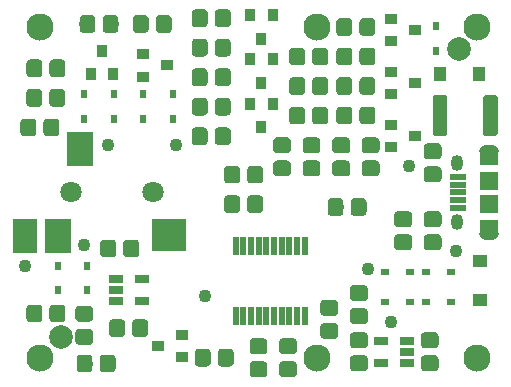
<source format=gbr>
%TF.GenerationSoftware,KiCad,Pcbnew,(5.1.0-0)*%
%TF.CreationDate,2020-07-09T23:17:02+02:00*%
%TF.ProjectId,POxiM-wristcomputer,504f7869-4d2d-4777-9269-7374636f6d70,A*%
%TF.SameCoordinates,Original*%
%TF.FileFunction,Soldermask,Top*%
%TF.FilePolarity,Negative*%
%FSLAX46Y46*%
G04 Gerber Fmt 4.6, Leading zero omitted, Abs format (unit mm)*
G04 Created by KiCad (PCBNEW (5.1.0-0)) date 2020-07-09 23:17:02*
%MOMM*%
%LPD*%
G04 APERTURE LIST*
%ADD10R,1.450000X0.500000*%
%ADD11O,1.050000X1.350000*%
%ADD12R,1.650000X1.600000*%
%ADD13R,1.650000X1.300000*%
%ADD14O,1.650000X0.990000*%
%ADD15R,1.300000X1.000000*%
%ADD16R,0.700000X0.550000*%
%ADD17R,0.550000X0.700000*%
%ADD18R,1.000000X1.300000*%
%ADD19C,1.100000*%
%ADD20C,2.000000*%
%ADD21C,2.300000*%
%ADD22R,1.000000X0.900000*%
%ADD23C,1.800000*%
%ADD24R,2.300000X2.900000*%
%ADD25R,2.900000X2.700000*%
%ADD26R,2.100000X2.900000*%
%ADD27C,0.100000*%
%ADD28C,1.350000*%
%ADD29R,1.160000X0.750000*%
%ADD30R,0.900000X1.000000*%
%ADD31C,1.225000*%
%ADD32R,0.550000X1.550000*%
G04 APERTURE END LIST*
D10*
%TO.C,J1*%
X107875000Y-130200000D03*
X107875000Y-130850000D03*
X107875000Y-131500000D03*
X107875000Y-132150000D03*
X107875000Y-132800000D03*
D11*
X107850000Y-129000000D03*
X107850000Y-134000000D03*
D12*
X110550000Y-132500000D03*
X110550000Y-130500000D03*
D13*
X110550000Y-128600000D03*
D14*
X110550000Y-128000000D03*
D13*
X110550000Y-134400000D03*
D14*
X110550000Y-135000000D03*
%TD*%
D15*
%TO.C,D40*%
X109750000Y-137350000D03*
X109750000Y-140650000D03*
%TD*%
D16*
%TO.C,D39*%
X101700000Y-140750000D03*
X103800000Y-140750000D03*
%TD*%
%TO.C,D38*%
X105200000Y-140750000D03*
X107300000Y-140750000D03*
%TD*%
%TO.C,D37*%
X101700000Y-138250000D03*
X103800000Y-138250000D03*
%TD*%
%TO.C,D36*%
X105200000Y-138250000D03*
X107300000Y-138250000D03*
%TD*%
D17*
%TO.C,D35*%
X106000000Y-117450000D03*
X106000000Y-119550000D03*
%TD*%
D18*
%TO.C,D34*%
X109650000Y-121500000D03*
X106350000Y-121500000D03*
%TD*%
D17*
%TO.C,D6*%
X74000000Y-137700000D03*
X74000000Y-139800000D03*
%TD*%
%TO.C,D5*%
X76500000Y-139800000D03*
X76500000Y-137700000D03*
%TD*%
%TO.C,D4*%
X76250000Y-123200000D03*
X76250000Y-125300000D03*
%TD*%
%TO.C,D3*%
X83750000Y-123200000D03*
X83750000Y-125300000D03*
%TD*%
%TO.C,D2*%
X78750000Y-123200000D03*
X78750000Y-125300000D03*
%TD*%
%TO.C,D1*%
X81250000Y-123200000D03*
X81250000Y-125300000D03*
%TD*%
D19*
%TO.C,TP9*%
X86500000Y-140250000D03*
%TD*%
%TO.C,TP8*%
X78250000Y-127500000D03*
%TD*%
%TO.C,TP7*%
X76250000Y-136000000D03*
%TD*%
%TO.C,TP6*%
X84000000Y-127500000D03*
%TD*%
%TO.C,TP5*%
X71250000Y-137750000D03*
%TD*%
%TO.C,TP4*%
X103750000Y-129250000D03*
%TD*%
%TO.C,TP3*%
X102250000Y-142500000D03*
%TD*%
%TO.C,TP2*%
X100250000Y-138000000D03*
%TD*%
%TO.C,TP1*%
X107750000Y-136500000D03*
%TD*%
D20*
%TO.C,FID4*%
X107950000Y-119400000D03*
%TD*%
%TO.C,FID3*%
X74250000Y-143750000D03*
%TD*%
D21*
%TO.C,H4*%
X109500000Y-145500000D03*
%TD*%
%TO.C,H3*%
X72500000Y-145500000D03*
%TD*%
%TO.C,H2*%
X72500000Y-117500000D03*
%TD*%
%TO.C,H1*%
X109500000Y-117500000D03*
%TD*%
D22*
%TO.C,Q8*%
X83250000Y-120750000D03*
X81250000Y-121700000D03*
X81250000Y-119800000D03*
%TD*%
D23*
%TO.C,J2*%
X82100000Y-131500000D03*
X75100000Y-131500000D03*
D24*
X74000000Y-135200000D03*
X75900000Y-127800000D03*
D25*
X83400000Y-135100000D03*
D26*
X71200000Y-135200000D03*
%TD*%
D27*
%TO.C,C12*%
G36*
X73845581Y-125251625D02*
G01*
X73878343Y-125256485D01*
X73910471Y-125264533D01*
X73941656Y-125275691D01*
X73971596Y-125289852D01*
X74000005Y-125306879D01*
X74026608Y-125326609D01*
X74051149Y-125348851D01*
X74073391Y-125373392D01*
X74093121Y-125399995D01*
X74110148Y-125428404D01*
X74124309Y-125458344D01*
X74135467Y-125489529D01*
X74143515Y-125521657D01*
X74148375Y-125554419D01*
X74150000Y-125587500D01*
X74150000Y-126412500D01*
X74148375Y-126445581D01*
X74143515Y-126478343D01*
X74135467Y-126510471D01*
X74124309Y-126541656D01*
X74110148Y-126571596D01*
X74093121Y-126600005D01*
X74073391Y-126626608D01*
X74051149Y-126651149D01*
X74026608Y-126673391D01*
X74000005Y-126693121D01*
X73971596Y-126710148D01*
X73941656Y-126724309D01*
X73910471Y-126735467D01*
X73878343Y-126743515D01*
X73845581Y-126748375D01*
X73812500Y-126750000D01*
X73137500Y-126750000D01*
X73104419Y-126748375D01*
X73071657Y-126743515D01*
X73039529Y-126735467D01*
X73008344Y-126724309D01*
X72978404Y-126710148D01*
X72949995Y-126693121D01*
X72923392Y-126673391D01*
X72898851Y-126651149D01*
X72876609Y-126626608D01*
X72856879Y-126600005D01*
X72839852Y-126571596D01*
X72825691Y-126541656D01*
X72814533Y-126510471D01*
X72806485Y-126478343D01*
X72801625Y-126445581D01*
X72800000Y-126412500D01*
X72800000Y-125587500D01*
X72801625Y-125554419D01*
X72806485Y-125521657D01*
X72814533Y-125489529D01*
X72825691Y-125458344D01*
X72839852Y-125428404D01*
X72856879Y-125399995D01*
X72876609Y-125373392D01*
X72898851Y-125348851D01*
X72923392Y-125326609D01*
X72949995Y-125306879D01*
X72978404Y-125289852D01*
X73008344Y-125275691D01*
X73039529Y-125264533D01*
X73071657Y-125256485D01*
X73104419Y-125251625D01*
X73137500Y-125250000D01*
X73812500Y-125250000D01*
X73845581Y-125251625D01*
X73845581Y-125251625D01*
G37*
D28*
X73475000Y-126000000D03*
D27*
G36*
X71895581Y-125251625D02*
G01*
X71928343Y-125256485D01*
X71960471Y-125264533D01*
X71991656Y-125275691D01*
X72021596Y-125289852D01*
X72050005Y-125306879D01*
X72076608Y-125326609D01*
X72101149Y-125348851D01*
X72123391Y-125373392D01*
X72143121Y-125399995D01*
X72160148Y-125428404D01*
X72174309Y-125458344D01*
X72185467Y-125489529D01*
X72193515Y-125521657D01*
X72198375Y-125554419D01*
X72200000Y-125587500D01*
X72200000Y-126412500D01*
X72198375Y-126445581D01*
X72193515Y-126478343D01*
X72185467Y-126510471D01*
X72174309Y-126541656D01*
X72160148Y-126571596D01*
X72143121Y-126600005D01*
X72123391Y-126626608D01*
X72101149Y-126651149D01*
X72076608Y-126673391D01*
X72050005Y-126693121D01*
X72021596Y-126710148D01*
X71991656Y-126724309D01*
X71960471Y-126735467D01*
X71928343Y-126743515D01*
X71895581Y-126748375D01*
X71862500Y-126750000D01*
X71187500Y-126750000D01*
X71154419Y-126748375D01*
X71121657Y-126743515D01*
X71089529Y-126735467D01*
X71058344Y-126724309D01*
X71028404Y-126710148D01*
X70999995Y-126693121D01*
X70973392Y-126673391D01*
X70948851Y-126651149D01*
X70926609Y-126626608D01*
X70906879Y-126600005D01*
X70889852Y-126571596D01*
X70875691Y-126541656D01*
X70864533Y-126510471D01*
X70856485Y-126478343D01*
X70851625Y-126445581D01*
X70850000Y-126412500D01*
X70850000Y-125587500D01*
X70851625Y-125554419D01*
X70856485Y-125521657D01*
X70864533Y-125489529D01*
X70875691Y-125458344D01*
X70889852Y-125428404D01*
X70906879Y-125399995D01*
X70926609Y-125373392D01*
X70948851Y-125348851D01*
X70973392Y-125326609D01*
X70999995Y-125306879D01*
X71028404Y-125289852D01*
X71058344Y-125275691D01*
X71089529Y-125264533D01*
X71121657Y-125256485D01*
X71154419Y-125251625D01*
X71187500Y-125250000D01*
X71862500Y-125250000D01*
X71895581Y-125251625D01*
X71895581Y-125251625D01*
G37*
D28*
X71525000Y-126000000D03*
%TD*%
D29*
%TO.C,U3*%
X101400000Y-145950000D03*
X101400000Y-144050000D03*
X103600000Y-144050000D03*
X103600000Y-145000000D03*
X103600000Y-145950000D03*
%TD*%
D27*
%TO.C,C9*%
G36*
X97445581Y-142551625D02*
G01*
X97478343Y-142556485D01*
X97510471Y-142564533D01*
X97541656Y-142575691D01*
X97571596Y-142589852D01*
X97600005Y-142606879D01*
X97626608Y-142626609D01*
X97651149Y-142648851D01*
X97673391Y-142673392D01*
X97693121Y-142699995D01*
X97710148Y-142728404D01*
X97724309Y-142758344D01*
X97735467Y-142789529D01*
X97743515Y-142821657D01*
X97748375Y-142854419D01*
X97750000Y-142887500D01*
X97750000Y-143562500D01*
X97748375Y-143595581D01*
X97743515Y-143628343D01*
X97735467Y-143660471D01*
X97724309Y-143691656D01*
X97710148Y-143721596D01*
X97693121Y-143750005D01*
X97673391Y-143776608D01*
X97651149Y-143801149D01*
X97626608Y-143823391D01*
X97600005Y-143843121D01*
X97571596Y-143860148D01*
X97541656Y-143874309D01*
X97510471Y-143885467D01*
X97478343Y-143893515D01*
X97445581Y-143898375D01*
X97412500Y-143900000D01*
X96587500Y-143900000D01*
X96554419Y-143898375D01*
X96521657Y-143893515D01*
X96489529Y-143885467D01*
X96458344Y-143874309D01*
X96428404Y-143860148D01*
X96399995Y-143843121D01*
X96373392Y-143823391D01*
X96348851Y-143801149D01*
X96326609Y-143776608D01*
X96306879Y-143750005D01*
X96289852Y-143721596D01*
X96275691Y-143691656D01*
X96264533Y-143660471D01*
X96256485Y-143628343D01*
X96251625Y-143595581D01*
X96250000Y-143562500D01*
X96250000Y-142887500D01*
X96251625Y-142854419D01*
X96256485Y-142821657D01*
X96264533Y-142789529D01*
X96275691Y-142758344D01*
X96289852Y-142728404D01*
X96306879Y-142699995D01*
X96326609Y-142673392D01*
X96348851Y-142648851D01*
X96373392Y-142626609D01*
X96399995Y-142606879D01*
X96428404Y-142589852D01*
X96458344Y-142575691D01*
X96489529Y-142564533D01*
X96521657Y-142556485D01*
X96554419Y-142551625D01*
X96587500Y-142550000D01*
X97412500Y-142550000D01*
X97445581Y-142551625D01*
X97445581Y-142551625D01*
G37*
D28*
X97000000Y-143225000D03*
D27*
G36*
X97445581Y-140601625D02*
G01*
X97478343Y-140606485D01*
X97510471Y-140614533D01*
X97541656Y-140625691D01*
X97571596Y-140639852D01*
X97600005Y-140656879D01*
X97626608Y-140676609D01*
X97651149Y-140698851D01*
X97673391Y-140723392D01*
X97693121Y-140749995D01*
X97710148Y-140778404D01*
X97724309Y-140808344D01*
X97735467Y-140839529D01*
X97743515Y-140871657D01*
X97748375Y-140904419D01*
X97750000Y-140937500D01*
X97750000Y-141612500D01*
X97748375Y-141645581D01*
X97743515Y-141678343D01*
X97735467Y-141710471D01*
X97724309Y-141741656D01*
X97710148Y-141771596D01*
X97693121Y-141800005D01*
X97673391Y-141826608D01*
X97651149Y-141851149D01*
X97626608Y-141873391D01*
X97600005Y-141893121D01*
X97571596Y-141910148D01*
X97541656Y-141924309D01*
X97510471Y-141935467D01*
X97478343Y-141943515D01*
X97445581Y-141948375D01*
X97412500Y-141950000D01*
X96587500Y-141950000D01*
X96554419Y-141948375D01*
X96521657Y-141943515D01*
X96489529Y-141935467D01*
X96458344Y-141924309D01*
X96428404Y-141910148D01*
X96399995Y-141893121D01*
X96373392Y-141873391D01*
X96348851Y-141851149D01*
X96326609Y-141826608D01*
X96306879Y-141800005D01*
X96289852Y-141771596D01*
X96275691Y-141741656D01*
X96264533Y-141710471D01*
X96256485Y-141678343D01*
X96251625Y-141645581D01*
X96250000Y-141612500D01*
X96250000Y-140937500D01*
X96251625Y-140904419D01*
X96256485Y-140871657D01*
X96264533Y-140839529D01*
X96275691Y-140808344D01*
X96289852Y-140778404D01*
X96306879Y-140749995D01*
X96326609Y-140723392D01*
X96348851Y-140698851D01*
X96373392Y-140676609D01*
X96399995Y-140656879D01*
X96428404Y-140639852D01*
X96458344Y-140625691D01*
X96489529Y-140614533D01*
X96521657Y-140606485D01*
X96554419Y-140601625D01*
X96587500Y-140600000D01*
X97412500Y-140600000D01*
X97445581Y-140601625D01*
X97445581Y-140601625D01*
G37*
D28*
X97000000Y-141275000D03*
%TD*%
D27*
%TO.C,C1*%
G36*
X80595581Y-135501625D02*
G01*
X80628343Y-135506485D01*
X80660471Y-135514533D01*
X80691656Y-135525691D01*
X80721596Y-135539852D01*
X80750005Y-135556879D01*
X80776608Y-135576609D01*
X80801149Y-135598851D01*
X80823391Y-135623392D01*
X80843121Y-135649995D01*
X80860148Y-135678404D01*
X80874309Y-135708344D01*
X80885467Y-135739529D01*
X80893515Y-135771657D01*
X80898375Y-135804419D01*
X80900000Y-135837500D01*
X80900000Y-136662500D01*
X80898375Y-136695581D01*
X80893515Y-136728343D01*
X80885467Y-136760471D01*
X80874309Y-136791656D01*
X80860148Y-136821596D01*
X80843121Y-136850005D01*
X80823391Y-136876608D01*
X80801149Y-136901149D01*
X80776608Y-136923391D01*
X80750005Y-136943121D01*
X80721596Y-136960148D01*
X80691656Y-136974309D01*
X80660471Y-136985467D01*
X80628343Y-136993515D01*
X80595581Y-136998375D01*
X80562500Y-137000000D01*
X79887500Y-137000000D01*
X79854419Y-136998375D01*
X79821657Y-136993515D01*
X79789529Y-136985467D01*
X79758344Y-136974309D01*
X79728404Y-136960148D01*
X79699995Y-136943121D01*
X79673392Y-136923391D01*
X79648851Y-136901149D01*
X79626609Y-136876608D01*
X79606879Y-136850005D01*
X79589852Y-136821596D01*
X79575691Y-136791656D01*
X79564533Y-136760471D01*
X79556485Y-136728343D01*
X79551625Y-136695581D01*
X79550000Y-136662500D01*
X79550000Y-135837500D01*
X79551625Y-135804419D01*
X79556485Y-135771657D01*
X79564533Y-135739529D01*
X79575691Y-135708344D01*
X79589852Y-135678404D01*
X79606879Y-135649995D01*
X79626609Y-135623392D01*
X79648851Y-135598851D01*
X79673392Y-135576609D01*
X79699995Y-135556879D01*
X79728404Y-135539852D01*
X79758344Y-135525691D01*
X79789529Y-135514533D01*
X79821657Y-135506485D01*
X79854419Y-135501625D01*
X79887500Y-135500000D01*
X80562500Y-135500000D01*
X80595581Y-135501625D01*
X80595581Y-135501625D01*
G37*
D28*
X80225000Y-136250000D03*
D27*
G36*
X78645581Y-135501625D02*
G01*
X78678343Y-135506485D01*
X78710471Y-135514533D01*
X78741656Y-135525691D01*
X78771596Y-135539852D01*
X78800005Y-135556879D01*
X78826608Y-135576609D01*
X78851149Y-135598851D01*
X78873391Y-135623392D01*
X78893121Y-135649995D01*
X78910148Y-135678404D01*
X78924309Y-135708344D01*
X78935467Y-135739529D01*
X78943515Y-135771657D01*
X78948375Y-135804419D01*
X78950000Y-135837500D01*
X78950000Y-136662500D01*
X78948375Y-136695581D01*
X78943515Y-136728343D01*
X78935467Y-136760471D01*
X78924309Y-136791656D01*
X78910148Y-136821596D01*
X78893121Y-136850005D01*
X78873391Y-136876608D01*
X78851149Y-136901149D01*
X78826608Y-136923391D01*
X78800005Y-136943121D01*
X78771596Y-136960148D01*
X78741656Y-136974309D01*
X78710471Y-136985467D01*
X78678343Y-136993515D01*
X78645581Y-136998375D01*
X78612500Y-137000000D01*
X77937500Y-137000000D01*
X77904419Y-136998375D01*
X77871657Y-136993515D01*
X77839529Y-136985467D01*
X77808344Y-136974309D01*
X77778404Y-136960148D01*
X77749995Y-136943121D01*
X77723392Y-136923391D01*
X77698851Y-136901149D01*
X77676609Y-136876608D01*
X77656879Y-136850005D01*
X77639852Y-136821596D01*
X77625691Y-136791656D01*
X77614533Y-136760471D01*
X77606485Y-136728343D01*
X77601625Y-136695581D01*
X77600000Y-136662500D01*
X77600000Y-135837500D01*
X77601625Y-135804419D01*
X77606485Y-135771657D01*
X77614533Y-135739529D01*
X77625691Y-135708344D01*
X77639852Y-135678404D01*
X77656879Y-135649995D01*
X77676609Y-135623392D01*
X77698851Y-135598851D01*
X77723392Y-135576609D01*
X77749995Y-135556879D01*
X77778404Y-135539852D01*
X77808344Y-135525691D01*
X77839529Y-135514533D01*
X77871657Y-135506485D01*
X77904419Y-135501625D01*
X77937500Y-135500000D01*
X78612500Y-135500000D01*
X78645581Y-135501625D01*
X78645581Y-135501625D01*
G37*
D28*
X78275000Y-136250000D03*
%TD*%
D27*
%TO.C,C11*%
G36*
X106195581Y-127351625D02*
G01*
X106228343Y-127356485D01*
X106260471Y-127364533D01*
X106291656Y-127375691D01*
X106321596Y-127389852D01*
X106350005Y-127406879D01*
X106376608Y-127426609D01*
X106401149Y-127448851D01*
X106423391Y-127473392D01*
X106443121Y-127499995D01*
X106460148Y-127528404D01*
X106474309Y-127558344D01*
X106485467Y-127589529D01*
X106493515Y-127621657D01*
X106498375Y-127654419D01*
X106500000Y-127687500D01*
X106500000Y-128362500D01*
X106498375Y-128395581D01*
X106493515Y-128428343D01*
X106485467Y-128460471D01*
X106474309Y-128491656D01*
X106460148Y-128521596D01*
X106443121Y-128550005D01*
X106423391Y-128576608D01*
X106401149Y-128601149D01*
X106376608Y-128623391D01*
X106350005Y-128643121D01*
X106321596Y-128660148D01*
X106291656Y-128674309D01*
X106260471Y-128685467D01*
X106228343Y-128693515D01*
X106195581Y-128698375D01*
X106162500Y-128700000D01*
X105337500Y-128700000D01*
X105304419Y-128698375D01*
X105271657Y-128693515D01*
X105239529Y-128685467D01*
X105208344Y-128674309D01*
X105178404Y-128660148D01*
X105149995Y-128643121D01*
X105123392Y-128623391D01*
X105098851Y-128601149D01*
X105076609Y-128576608D01*
X105056879Y-128550005D01*
X105039852Y-128521596D01*
X105025691Y-128491656D01*
X105014533Y-128460471D01*
X105006485Y-128428343D01*
X105001625Y-128395581D01*
X105000000Y-128362500D01*
X105000000Y-127687500D01*
X105001625Y-127654419D01*
X105006485Y-127621657D01*
X105014533Y-127589529D01*
X105025691Y-127558344D01*
X105039852Y-127528404D01*
X105056879Y-127499995D01*
X105076609Y-127473392D01*
X105098851Y-127448851D01*
X105123392Y-127426609D01*
X105149995Y-127406879D01*
X105178404Y-127389852D01*
X105208344Y-127375691D01*
X105239529Y-127364533D01*
X105271657Y-127356485D01*
X105304419Y-127351625D01*
X105337500Y-127350000D01*
X106162500Y-127350000D01*
X106195581Y-127351625D01*
X106195581Y-127351625D01*
G37*
D28*
X105750000Y-128025000D03*
D27*
G36*
X106195581Y-129301625D02*
G01*
X106228343Y-129306485D01*
X106260471Y-129314533D01*
X106291656Y-129325691D01*
X106321596Y-129339852D01*
X106350005Y-129356879D01*
X106376608Y-129376609D01*
X106401149Y-129398851D01*
X106423391Y-129423392D01*
X106443121Y-129449995D01*
X106460148Y-129478404D01*
X106474309Y-129508344D01*
X106485467Y-129539529D01*
X106493515Y-129571657D01*
X106498375Y-129604419D01*
X106500000Y-129637500D01*
X106500000Y-130312500D01*
X106498375Y-130345581D01*
X106493515Y-130378343D01*
X106485467Y-130410471D01*
X106474309Y-130441656D01*
X106460148Y-130471596D01*
X106443121Y-130500005D01*
X106423391Y-130526608D01*
X106401149Y-130551149D01*
X106376608Y-130573391D01*
X106350005Y-130593121D01*
X106321596Y-130610148D01*
X106291656Y-130624309D01*
X106260471Y-130635467D01*
X106228343Y-130643515D01*
X106195581Y-130648375D01*
X106162500Y-130650000D01*
X105337500Y-130650000D01*
X105304419Y-130648375D01*
X105271657Y-130643515D01*
X105239529Y-130635467D01*
X105208344Y-130624309D01*
X105178404Y-130610148D01*
X105149995Y-130593121D01*
X105123392Y-130573391D01*
X105098851Y-130551149D01*
X105076609Y-130526608D01*
X105056879Y-130500005D01*
X105039852Y-130471596D01*
X105025691Y-130441656D01*
X105014533Y-130410471D01*
X105006485Y-130378343D01*
X105001625Y-130345581D01*
X105000000Y-130312500D01*
X105000000Y-129637500D01*
X105001625Y-129604419D01*
X105006485Y-129571657D01*
X105014533Y-129539529D01*
X105025691Y-129508344D01*
X105039852Y-129478404D01*
X105056879Y-129449995D01*
X105076609Y-129423392D01*
X105098851Y-129398851D01*
X105123392Y-129376609D01*
X105149995Y-129356879D01*
X105178404Y-129339852D01*
X105208344Y-129325691D01*
X105239529Y-129314533D01*
X105271657Y-129306485D01*
X105304419Y-129301625D01*
X105337500Y-129300000D01*
X106162500Y-129300000D01*
X106195581Y-129301625D01*
X106195581Y-129301625D01*
G37*
D28*
X105750000Y-129975000D03*
%TD*%
D27*
%TO.C,C6*%
G36*
X86395581Y-126001625D02*
G01*
X86428343Y-126006485D01*
X86460471Y-126014533D01*
X86491656Y-126025691D01*
X86521596Y-126039852D01*
X86550005Y-126056879D01*
X86576608Y-126076609D01*
X86601149Y-126098851D01*
X86623391Y-126123392D01*
X86643121Y-126149995D01*
X86660148Y-126178404D01*
X86674309Y-126208344D01*
X86685467Y-126239529D01*
X86693515Y-126271657D01*
X86698375Y-126304419D01*
X86700000Y-126337500D01*
X86700000Y-127162500D01*
X86698375Y-127195581D01*
X86693515Y-127228343D01*
X86685467Y-127260471D01*
X86674309Y-127291656D01*
X86660148Y-127321596D01*
X86643121Y-127350005D01*
X86623391Y-127376608D01*
X86601149Y-127401149D01*
X86576608Y-127423391D01*
X86550005Y-127443121D01*
X86521596Y-127460148D01*
X86491656Y-127474309D01*
X86460471Y-127485467D01*
X86428343Y-127493515D01*
X86395581Y-127498375D01*
X86362500Y-127500000D01*
X85687500Y-127500000D01*
X85654419Y-127498375D01*
X85621657Y-127493515D01*
X85589529Y-127485467D01*
X85558344Y-127474309D01*
X85528404Y-127460148D01*
X85499995Y-127443121D01*
X85473392Y-127423391D01*
X85448851Y-127401149D01*
X85426609Y-127376608D01*
X85406879Y-127350005D01*
X85389852Y-127321596D01*
X85375691Y-127291656D01*
X85364533Y-127260471D01*
X85356485Y-127228343D01*
X85351625Y-127195581D01*
X85350000Y-127162500D01*
X85350000Y-126337500D01*
X85351625Y-126304419D01*
X85356485Y-126271657D01*
X85364533Y-126239529D01*
X85375691Y-126208344D01*
X85389852Y-126178404D01*
X85406879Y-126149995D01*
X85426609Y-126123392D01*
X85448851Y-126098851D01*
X85473392Y-126076609D01*
X85499995Y-126056879D01*
X85528404Y-126039852D01*
X85558344Y-126025691D01*
X85589529Y-126014533D01*
X85621657Y-126006485D01*
X85654419Y-126001625D01*
X85687500Y-126000000D01*
X86362500Y-126000000D01*
X86395581Y-126001625D01*
X86395581Y-126001625D01*
G37*
D28*
X86025000Y-126750000D03*
D27*
G36*
X88345581Y-126001625D02*
G01*
X88378343Y-126006485D01*
X88410471Y-126014533D01*
X88441656Y-126025691D01*
X88471596Y-126039852D01*
X88500005Y-126056879D01*
X88526608Y-126076609D01*
X88551149Y-126098851D01*
X88573391Y-126123392D01*
X88593121Y-126149995D01*
X88610148Y-126178404D01*
X88624309Y-126208344D01*
X88635467Y-126239529D01*
X88643515Y-126271657D01*
X88648375Y-126304419D01*
X88650000Y-126337500D01*
X88650000Y-127162500D01*
X88648375Y-127195581D01*
X88643515Y-127228343D01*
X88635467Y-127260471D01*
X88624309Y-127291656D01*
X88610148Y-127321596D01*
X88593121Y-127350005D01*
X88573391Y-127376608D01*
X88551149Y-127401149D01*
X88526608Y-127423391D01*
X88500005Y-127443121D01*
X88471596Y-127460148D01*
X88441656Y-127474309D01*
X88410471Y-127485467D01*
X88378343Y-127493515D01*
X88345581Y-127498375D01*
X88312500Y-127500000D01*
X87637500Y-127500000D01*
X87604419Y-127498375D01*
X87571657Y-127493515D01*
X87539529Y-127485467D01*
X87508344Y-127474309D01*
X87478404Y-127460148D01*
X87449995Y-127443121D01*
X87423392Y-127423391D01*
X87398851Y-127401149D01*
X87376609Y-127376608D01*
X87356879Y-127350005D01*
X87339852Y-127321596D01*
X87325691Y-127291656D01*
X87314533Y-127260471D01*
X87306485Y-127228343D01*
X87301625Y-127195581D01*
X87300000Y-127162500D01*
X87300000Y-126337500D01*
X87301625Y-126304419D01*
X87306485Y-126271657D01*
X87314533Y-126239529D01*
X87325691Y-126208344D01*
X87339852Y-126178404D01*
X87356879Y-126149995D01*
X87376609Y-126123392D01*
X87398851Y-126098851D01*
X87423392Y-126076609D01*
X87449995Y-126056879D01*
X87478404Y-126039852D01*
X87508344Y-126025691D01*
X87539529Y-126014533D01*
X87571657Y-126006485D01*
X87604419Y-126001625D01*
X87637500Y-126000000D01*
X88312500Y-126000000D01*
X88345581Y-126001625D01*
X88345581Y-126001625D01*
G37*
D28*
X87975000Y-126750000D03*
%TD*%
D27*
%TO.C,C10*%
G36*
X93945581Y-143851625D02*
G01*
X93978343Y-143856485D01*
X94010471Y-143864533D01*
X94041656Y-143875691D01*
X94071596Y-143889852D01*
X94100005Y-143906879D01*
X94126608Y-143926609D01*
X94151149Y-143948851D01*
X94173391Y-143973392D01*
X94193121Y-143999995D01*
X94210148Y-144028404D01*
X94224309Y-144058344D01*
X94235467Y-144089529D01*
X94243515Y-144121657D01*
X94248375Y-144154419D01*
X94250000Y-144187500D01*
X94250000Y-144862500D01*
X94248375Y-144895581D01*
X94243515Y-144928343D01*
X94235467Y-144960471D01*
X94224309Y-144991656D01*
X94210148Y-145021596D01*
X94193121Y-145050005D01*
X94173391Y-145076608D01*
X94151149Y-145101149D01*
X94126608Y-145123391D01*
X94100005Y-145143121D01*
X94071596Y-145160148D01*
X94041656Y-145174309D01*
X94010471Y-145185467D01*
X93978343Y-145193515D01*
X93945581Y-145198375D01*
X93912500Y-145200000D01*
X93087500Y-145200000D01*
X93054419Y-145198375D01*
X93021657Y-145193515D01*
X92989529Y-145185467D01*
X92958344Y-145174309D01*
X92928404Y-145160148D01*
X92899995Y-145143121D01*
X92873392Y-145123391D01*
X92848851Y-145101149D01*
X92826609Y-145076608D01*
X92806879Y-145050005D01*
X92789852Y-145021596D01*
X92775691Y-144991656D01*
X92764533Y-144960471D01*
X92756485Y-144928343D01*
X92751625Y-144895581D01*
X92750000Y-144862500D01*
X92750000Y-144187500D01*
X92751625Y-144154419D01*
X92756485Y-144121657D01*
X92764533Y-144089529D01*
X92775691Y-144058344D01*
X92789852Y-144028404D01*
X92806879Y-143999995D01*
X92826609Y-143973392D01*
X92848851Y-143948851D01*
X92873392Y-143926609D01*
X92899995Y-143906879D01*
X92928404Y-143889852D01*
X92958344Y-143875691D01*
X92989529Y-143864533D01*
X93021657Y-143856485D01*
X93054419Y-143851625D01*
X93087500Y-143850000D01*
X93912500Y-143850000D01*
X93945581Y-143851625D01*
X93945581Y-143851625D01*
G37*
D28*
X93500000Y-144525000D03*
D27*
G36*
X93945581Y-145801625D02*
G01*
X93978343Y-145806485D01*
X94010471Y-145814533D01*
X94041656Y-145825691D01*
X94071596Y-145839852D01*
X94100005Y-145856879D01*
X94126608Y-145876609D01*
X94151149Y-145898851D01*
X94173391Y-145923392D01*
X94193121Y-145949995D01*
X94210148Y-145978404D01*
X94224309Y-146008344D01*
X94235467Y-146039529D01*
X94243515Y-146071657D01*
X94248375Y-146104419D01*
X94250000Y-146137500D01*
X94250000Y-146812500D01*
X94248375Y-146845581D01*
X94243515Y-146878343D01*
X94235467Y-146910471D01*
X94224309Y-146941656D01*
X94210148Y-146971596D01*
X94193121Y-147000005D01*
X94173391Y-147026608D01*
X94151149Y-147051149D01*
X94126608Y-147073391D01*
X94100005Y-147093121D01*
X94071596Y-147110148D01*
X94041656Y-147124309D01*
X94010471Y-147135467D01*
X93978343Y-147143515D01*
X93945581Y-147148375D01*
X93912500Y-147150000D01*
X93087500Y-147150000D01*
X93054419Y-147148375D01*
X93021657Y-147143515D01*
X92989529Y-147135467D01*
X92958344Y-147124309D01*
X92928404Y-147110148D01*
X92899995Y-147093121D01*
X92873392Y-147073391D01*
X92848851Y-147051149D01*
X92826609Y-147026608D01*
X92806879Y-147000005D01*
X92789852Y-146971596D01*
X92775691Y-146941656D01*
X92764533Y-146910471D01*
X92756485Y-146878343D01*
X92751625Y-146845581D01*
X92750000Y-146812500D01*
X92750000Y-146137500D01*
X92751625Y-146104419D01*
X92756485Y-146071657D01*
X92764533Y-146039529D01*
X92775691Y-146008344D01*
X92789852Y-145978404D01*
X92806879Y-145949995D01*
X92826609Y-145923392D01*
X92848851Y-145898851D01*
X92873392Y-145876609D01*
X92899995Y-145856879D01*
X92928404Y-145839852D01*
X92958344Y-145825691D01*
X92989529Y-145814533D01*
X93021657Y-145806485D01*
X93054419Y-145801625D01*
X93087500Y-145800000D01*
X93912500Y-145800000D01*
X93945581Y-145801625D01*
X93945581Y-145801625D01*
G37*
D28*
X93500000Y-146475000D03*
%TD*%
D27*
%TO.C,C8*%
G36*
X99945581Y-141301625D02*
G01*
X99978343Y-141306485D01*
X100010471Y-141314533D01*
X100041656Y-141325691D01*
X100071596Y-141339852D01*
X100100005Y-141356879D01*
X100126608Y-141376609D01*
X100151149Y-141398851D01*
X100173391Y-141423392D01*
X100193121Y-141449995D01*
X100210148Y-141478404D01*
X100224309Y-141508344D01*
X100235467Y-141539529D01*
X100243515Y-141571657D01*
X100248375Y-141604419D01*
X100250000Y-141637500D01*
X100250000Y-142312500D01*
X100248375Y-142345581D01*
X100243515Y-142378343D01*
X100235467Y-142410471D01*
X100224309Y-142441656D01*
X100210148Y-142471596D01*
X100193121Y-142500005D01*
X100173391Y-142526608D01*
X100151149Y-142551149D01*
X100126608Y-142573391D01*
X100100005Y-142593121D01*
X100071596Y-142610148D01*
X100041656Y-142624309D01*
X100010471Y-142635467D01*
X99978343Y-142643515D01*
X99945581Y-142648375D01*
X99912500Y-142650000D01*
X99087500Y-142650000D01*
X99054419Y-142648375D01*
X99021657Y-142643515D01*
X98989529Y-142635467D01*
X98958344Y-142624309D01*
X98928404Y-142610148D01*
X98899995Y-142593121D01*
X98873392Y-142573391D01*
X98848851Y-142551149D01*
X98826609Y-142526608D01*
X98806879Y-142500005D01*
X98789852Y-142471596D01*
X98775691Y-142441656D01*
X98764533Y-142410471D01*
X98756485Y-142378343D01*
X98751625Y-142345581D01*
X98750000Y-142312500D01*
X98750000Y-141637500D01*
X98751625Y-141604419D01*
X98756485Y-141571657D01*
X98764533Y-141539529D01*
X98775691Y-141508344D01*
X98789852Y-141478404D01*
X98806879Y-141449995D01*
X98826609Y-141423392D01*
X98848851Y-141398851D01*
X98873392Y-141376609D01*
X98899995Y-141356879D01*
X98928404Y-141339852D01*
X98958344Y-141325691D01*
X98989529Y-141314533D01*
X99021657Y-141306485D01*
X99054419Y-141301625D01*
X99087500Y-141300000D01*
X99912500Y-141300000D01*
X99945581Y-141301625D01*
X99945581Y-141301625D01*
G37*
D28*
X99500000Y-141975000D03*
D27*
G36*
X99945581Y-139351625D02*
G01*
X99978343Y-139356485D01*
X100010471Y-139364533D01*
X100041656Y-139375691D01*
X100071596Y-139389852D01*
X100100005Y-139406879D01*
X100126608Y-139426609D01*
X100151149Y-139448851D01*
X100173391Y-139473392D01*
X100193121Y-139499995D01*
X100210148Y-139528404D01*
X100224309Y-139558344D01*
X100235467Y-139589529D01*
X100243515Y-139621657D01*
X100248375Y-139654419D01*
X100250000Y-139687500D01*
X100250000Y-140362500D01*
X100248375Y-140395581D01*
X100243515Y-140428343D01*
X100235467Y-140460471D01*
X100224309Y-140491656D01*
X100210148Y-140521596D01*
X100193121Y-140550005D01*
X100173391Y-140576608D01*
X100151149Y-140601149D01*
X100126608Y-140623391D01*
X100100005Y-140643121D01*
X100071596Y-140660148D01*
X100041656Y-140674309D01*
X100010471Y-140685467D01*
X99978343Y-140693515D01*
X99945581Y-140698375D01*
X99912500Y-140700000D01*
X99087500Y-140700000D01*
X99054419Y-140698375D01*
X99021657Y-140693515D01*
X98989529Y-140685467D01*
X98958344Y-140674309D01*
X98928404Y-140660148D01*
X98899995Y-140643121D01*
X98873392Y-140623391D01*
X98848851Y-140601149D01*
X98826609Y-140576608D01*
X98806879Y-140550005D01*
X98789852Y-140521596D01*
X98775691Y-140491656D01*
X98764533Y-140460471D01*
X98756485Y-140428343D01*
X98751625Y-140395581D01*
X98750000Y-140362500D01*
X98750000Y-139687500D01*
X98751625Y-139654419D01*
X98756485Y-139621657D01*
X98764533Y-139589529D01*
X98775691Y-139558344D01*
X98789852Y-139528404D01*
X98806879Y-139499995D01*
X98826609Y-139473392D01*
X98848851Y-139448851D01*
X98873392Y-139426609D01*
X98899995Y-139406879D01*
X98928404Y-139389852D01*
X98958344Y-139375691D01*
X98989529Y-139364533D01*
X99021657Y-139356485D01*
X99054419Y-139351625D01*
X99087500Y-139350000D01*
X99912500Y-139350000D01*
X99945581Y-139351625D01*
X99945581Y-139351625D01*
G37*
D28*
X99500000Y-140025000D03*
%TD*%
D27*
%TO.C,C7*%
G36*
X91445581Y-143851625D02*
G01*
X91478343Y-143856485D01*
X91510471Y-143864533D01*
X91541656Y-143875691D01*
X91571596Y-143889852D01*
X91600005Y-143906879D01*
X91626608Y-143926609D01*
X91651149Y-143948851D01*
X91673391Y-143973392D01*
X91693121Y-143999995D01*
X91710148Y-144028404D01*
X91724309Y-144058344D01*
X91735467Y-144089529D01*
X91743515Y-144121657D01*
X91748375Y-144154419D01*
X91750000Y-144187500D01*
X91750000Y-144862500D01*
X91748375Y-144895581D01*
X91743515Y-144928343D01*
X91735467Y-144960471D01*
X91724309Y-144991656D01*
X91710148Y-145021596D01*
X91693121Y-145050005D01*
X91673391Y-145076608D01*
X91651149Y-145101149D01*
X91626608Y-145123391D01*
X91600005Y-145143121D01*
X91571596Y-145160148D01*
X91541656Y-145174309D01*
X91510471Y-145185467D01*
X91478343Y-145193515D01*
X91445581Y-145198375D01*
X91412500Y-145200000D01*
X90587500Y-145200000D01*
X90554419Y-145198375D01*
X90521657Y-145193515D01*
X90489529Y-145185467D01*
X90458344Y-145174309D01*
X90428404Y-145160148D01*
X90399995Y-145143121D01*
X90373392Y-145123391D01*
X90348851Y-145101149D01*
X90326609Y-145076608D01*
X90306879Y-145050005D01*
X90289852Y-145021596D01*
X90275691Y-144991656D01*
X90264533Y-144960471D01*
X90256485Y-144928343D01*
X90251625Y-144895581D01*
X90250000Y-144862500D01*
X90250000Y-144187500D01*
X90251625Y-144154419D01*
X90256485Y-144121657D01*
X90264533Y-144089529D01*
X90275691Y-144058344D01*
X90289852Y-144028404D01*
X90306879Y-143999995D01*
X90326609Y-143973392D01*
X90348851Y-143948851D01*
X90373392Y-143926609D01*
X90399995Y-143906879D01*
X90428404Y-143889852D01*
X90458344Y-143875691D01*
X90489529Y-143864533D01*
X90521657Y-143856485D01*
X90554419Y-143851625D01*
X90587500Y-143850000D01*
X91412500Y-143850000D01*
X91445581Y-143851625D01*
X91445581Y-143851625D01*
G37*
D28*
X91000000Y-144525000D03*
D27*
G36*
X91445581Y-145801625D02*
G01*
X91478343Y-145806485D01*
X91510471Y-145814533D01*
X91541656Y-145825691D01*
X91571596Y-145839852D01*
X91600005Y-145856879D01*
X91626608Y-145876609D01*
X91651149Y-145898851D01*
X91673391Y-145923392D01*
X91693121Y-145949995D01*
X91710148Y-145978404D01*
X91724309Y-146008344D01*
X91735467Y-146039529D01*
X91743515Y-146071657D01*
X91748375Y-146104419D01*
X91750000Y-146137500D01*
X91750000Y-146812500D01*
X91748375Y-146845581D01*
X91743515Y-146878343D01*
X91735467Y-146910471D01*
X91724309Y-146941656D01*
X91710148Y-146971596D01*
X91693121Y-147000005D01*
X91673391Y-147026608D01*
X91651149Y-147051149D01*
X91626608Y-147073391D01*
X91600005Y-147093121D01*
X91571596Y-147110148D01*
X91541656Y-147124309D01*
X91510471Y-147135467D01*
X91478343Y-147143515D01*
X91445581Y-147148375D01*
X91412500Y-147150000D01*
X90587500Y-147150000D01*
X90554419Y-147148375D01*
X90521657Y-147143515D01*
X90489529Y-147135467D01*
X90458344Y-147124309D01*
X90428404Y-147110148D01*
X90399995Y-147093121D01*
X90373392Y-147073391D01*
X90348851Y-147051149D01*
X90326609Y-147026608D01*
X90306879Y-147000005D01*
X90289852Y-146971596D01*
X90275691Y-146941656D01*
X90264533Y-146910471D01*
X90256485Y-146878343D01*
X90251625Y-146845581D01*
X90250000Y-146812500D01*
X90250000Y-146137500D01*
X90251625Y-146104419D01*
X90256485Y-146071657D01*
X90264533Y-146039529D01*
X90275691Y-146008344D01*
X90289852Y-145978404D01*
X90306879Y-145949995D01*
X90326609Y-145923392D01*
X90348851Y-145898851D01*
X90373392Y-145876609D01*
X90399995Y-145856879D01*
X90428404Y-145839852D01*
X90458344Y-145825691D01*
X90489529Y-145814533D01*
X90521657Y-145806485D01*
X90554419Y-145801625D01*
X90587500Y-145800000D01*
X91412500Y-145800000D01*
X91445581Y-145801625D01*
X91445581Y-145801625D01*
G37*
D28*
X91000000Y-146475000D03*
%TD*%
D27*
%TO.C,C5*%
G36*
X99945581Y-145301625D02*
G01*
X99978343Y-145306485D01*
X100010471Y-145314533D01*
X100041656Y-145325691D01*
X100071596Y-145339852D01*
X100100005Y-145356879D01*
X100126608Y-145376609D01*
X100151149Y-145398851D01*
X100173391Y-145423392D01*
X100193121Y-145449995D01*
X100210148Y-145478404D01*
X100224309Y-145508344D01*
X100235467Y-145539529D01*
X100243515Y-145571657D01*
X100248375Y-145604419D01*
X100250000Y-145637500D01*
X100250000Y-146312500D01*
X100248375Y-146345581D01*
X100243515Y-146378343D01*
X100235467Y-146410471D01*
X100224309Y-146441656D01*
X100210148Y-146471596D01*
X100193121Y-146500005D01*
X100173391Y-146526608D01*
X100151149Y-146551149D01*
X100126608Y-146573391D01*
X100100005Y-146593121D01*
X100071596Y-146610148D01*
X100041656Y-146624309D01*
X100010471Y-146635467D01*
X99978343Y-146643515D01*
X99945581Y-146648375D01*
X99912500Y-146650000D01*
X99087500Y-146650000D01*
X99054419Y-146648375D01*
X99021657Y-146643515D01*
X98989529Y-146635467D01*
X98958344Y-146624309D01*
X98928404Y-146610148D01*
X98899995Y-146593121D01*
X98873392Y-146573391D01*
X98848851Y-146551149D01*
X98826609Y-146526608D01*
X98806879Y-146500005D01*
X98789852Y-146471596D01*
X98775691Y-146441656D01*
X98764533Y-146410471D01*
X98756485Y-146378343D01*
X98751625Y-146345581D01*
X98750000Y-146312500D01*
X98750000Y-145637500D01*
X98751625Y-145604419D01*
X98756485Y-145571657D01*
X98764533Y-145539529D01*
X98775691Y-145508344D01*
X98789852Y-145478404D01*
X98806879Y-145449995D01*
X98826609Y-145423392D01*
X98848851Y-145398851D01*
X98873392Y-145376609D01*
X98899995Y-145356879D01*
X98928404Y-145339852D01*
X98958344Y-145325691D01*
X98989529Y-145314533D01*
X99021657Y-145306485D01*
X99054419Y-145301625D01*
X99087500Y-145300000D01*
X99912500Y-145300000D01*
X99945581Y-145301625D01*
X99945581Y-145301625D01*
G37*
D28*
X99500000Y-145975000D03*
D27*
G36*
X99945581Y-143351625D02*
G01*
X99978343Y-143356485D01*
X100010471Y-143364533D01*
X100041656Y-143375691D01*
X100071596Y-143389852D01*
X100100005Y-143406879D01*
X100126608Y-143426609D01*
X100151149Y-143448851D01*
X100173391Y-143473392D01*
X100193121Y-143499995D01*
X100210148Y-143528404D01*
X100224309Y-143558344D01*
X100235467Y-143589529D01*
X100243515Y-143621657D01*
X100248375Y-143654419D01*
X100250000Y-143687500D01*
X100250000Y-144362500D01*
X100248375Y-144395581D01*
X100243515Y-144428343D01*
X100235467Y-144460471D01*
X100224309Y-144491656D01*
X100210148Y-144521596D01*
X100193121Y-144550005D01*
X100173391Y-144576608D01*
X100151149Y-144601149D01*
X100126608Y-144623391D01*
X100100005Y-144643121D01*
X100071596Y-144660148D01*
X100041656Y-144674309D01*
X100010471Y-144685467D01*
X99978343Y-144693515D01*
X99945581Y-144698375D01*
X99912500Y-144700000D01*
X99087500Y-144700000D01*
X99054419Y-144698375D01*
X99021657Y-144693515D01*
X98989529Y-144685467D01*
X98958344Y-144674309D01*
X98928404Y-144660148D01*
X98899995Y-144643121D01*
X98873392Y-144623391D01*
X98848851Y-144601149D01*
X98826609Y-144576608D01*
X98806879Y-144550005D01*
X98789852Y-144521596D01*
X98775691Y-144491656D01*
X98764533Y-144460471D01*
X98756485Y-144428343D01*
X98751625Y-144395581D01*
X98750000Y-144362500D01*
X98750000Y-143687500D01*
X98751625Y-143654419D01*
X98756485Y-143621657D01*
X98764533Y-143589529D01*
X98775691Y-143558344D01*
X98789852Y-143528404D01*
X98806879Y-143499995D01*
X98826609Y-143473392D01*
X98848851Y-143448851D01*
X98873392Y-143426609D01*
X98899995Y-143406879D01*
X98928404Y-143389852D01*
X98958344Y-143375691D01*
X98989529Y-143364533D01*
X99021657Y-143356485D01*
X99054419Y-143351625D01*
X99087500Y-143350000D01*
X99912500Y-143350000D01*
X99945581Y-143351625D01*
X99945581Y-143351625D01*
G37*
D28*
X99500000Y-144025000D03*
%TD*%
D27*
%TO.C,C4*%
G36*
X105945581Y-145301625D02*
G01*
X105978343Y-145306485D01*
X106010471Y-145314533D01*
X106041656Y-145325691D01*
X106071596Y-145339852D01*
X106100005Y-145356879D01*
X106126608Y-145376609D01*
X106151149Y-145398851D01*
X106173391Y-145423392D01*
X106193121Y-145449995D01*
X106210148Y-145478404D01*
X106224309Y-145508344D01*
X106235467Y-145539529D01*
X106243515Y-145571657D01*
X106248375Y-145604419D01*
X106250000Y-145637500D01*
X106250000Y-146312500D01*
X106248375Y-146345581D01*
X106243515Y-146378343D01*
X106235467Y-146410471D01*
X106224309Y-146441656D01*
X106210148Y-146471596D01*
X106193121Y-146500005D01*
X106173391Y-146526608D01*
X106151149Y-146551149D01*
X106126608Y-146573391D01*
X106100005Y-146593121D01*
X106071596Y-146610148D01*
X106041656Y-146624309D01*
X106010471Y-146635467D01*
X105978343Y-146643515D01*
X105945581Y-146648375D01*
X105912500Y-146650000D01*
X105087500Y-146650000D01*
X105054419Y-146648375D01*
X105021657Y-146643515D01*
X104989529Y-146635467D01*
X104958344Y-146624309D01*
X104928404Y-146610148D01*
X104899995Y-146593121D01*
X104873392Y-146573391D01*
X104848851Y-146551149D01*
X104826609Y-146526608D01*
X104806879Y-146500005D01*
X104789852Y-146471596D01*
X104775691Y-146441656D01*
X104764533Y-146410471D01*
X104756485Y-146378343D01*
X104751625Y-146345581D01*
X104750000Y-146312500D01*
X104750000Y-145637500D01*
X104751625Y-145604419D01*
X104756485Y-145571657D01*
X104764533Y-145539529D01*
X104775691Y-145508344D01*
X104789852Y-145478404D01*
X104806879Y-145449995D01*
X104826609Y-145423392D01*
X104848851Y-145398851D01*
X104873392Y-145376609D01*
X104899995Y-145356879D01*
X104928404Y-145339852D01*
X104958344Y-145325691D01*
X104989529Y-145314533D01*
X105021657Y-145306485D01*
X105054419Y-145301625D01*
X105087500Y-145300000D01*
X105912500Y-145300000D01*
X105945581Y-145301625D01*
X105945581Y-145301625D01*
G37*
D28*
X105500000Y-145975000D03*
D27*
G36*
X105945581Y-143351625D02*
G01*
X105978343Y-143356485D01*
X106010471Y-143364533D01*
X106041656Y-143375691D01*
X106071596Y-143389852D01*
X106100005Y-143406879D01*
X106126608Y-143426609D01*
X106151149Y-143448851D01*
X106173391Y-143473392D01*
X106193121Y-143499995D01*
X106210148Y-143528404D01*
X106224309Y-143558344D01*
X106235467Y-143589529D01*
X106243515Y-143621657D01*
X106248375Y-143654419D01*
X106250000Y-143687500D01*
X106250000Y-144362500D01*
X106248375Y-144395581D01*
X106243515Y-144428343D01*
X106235467Y-144460471D01*
X106224309Y-144491656D01*
X106210148Y-144521596D01*
X106193121Y-144550005D01*
X106173391Y-144576608D01*
X106151149Y-144601149D01*
X106126608Y-144623391D01*
X106100005Y-144643121D01*
X106071596Y-144660148D01*
X106041656Y-144674309D01*
X106010471Y-144685467D01*
X105978343Y-144693515D01*
X105945581Y-144698375D01*
X105912500Y-144700000D01*
X105087500Y-144700000D01*
X105054419Y-144698375D01*
X105021657Y-144693515D01*
X104989529Y-144685467D01*
X104958344Y-144674309D01*
X104928404Y-144660148D01*
X104899995Y-144643121D01*
X104873392Y-144623391D01*
X104848851Y-144601149D01*
X104826609Y-144576608D01*
X104806879Y-144550005D01*
X104789852Y-144521596D01*
X104775691Y-144491656D01*
X104764533Y-144460471D01*
X104756485Y-144428343D01*
X104751625Y-144395581D01*
X104750000Y-144362500D01*
X104750000Y-143687500D01*
X104751625Y-143654419D01*
X104756485Y-143621657D01*
X104764533Y-143589529D01*
X104775691Y-143558344D01*
X104789852Y-143528404D01*
X104806879Y-143499995D01*
X104826609Y-143473392D01*
X104848851Y-143448851D01*
X104873392Y-143426609D01*
X104899995Y-143406879D01*
X104928404Y-143389852D01*
X104958344Y-143375691D01*
X104989529Y-143364533D01*
X105021657Y-143356485D01*
X105054419Y-143351625D01*
X105087500Y-143350000D01*
X105912500Y-143350000D01*
X105945581Y-143351625D01*
X105945581Y-143351625D01*
G37*
D28*
X105500000Y-144025000D03*
%TD*%
D27*
%TO.C,C3*%
G36*
X100595581Y-116751625D02*
G01*
X100628343Y-116756485D01*
X100660471Y-116764533D01*
X100691656Y-116775691D01*
X100721596Y-116789852D01*
X100750005Y-116806879D01*
X100776608Y-116826609D01*
X100801149Y-116848851D01*
X100823391Y-116873392D01*
X100843121Y-116899995D01*
X100860148Y-116928404D01*
X100874309Y-116958344D01*
X100885467Y-116989529D01*
X100893515Y-117021657D01*
X100898375Y-117054419D01*
X100900000Y-117087500D01*
X100900000Y-117912500D01*
X100898375Y-117945581D01*
X100893515Y-117978343D01*
X100885467Y-118010471D01*
X100874309Y-118041656D01*
X100860148Y-118071596D01*
X100843121Y-118100005D01*
X100823391Y-118126608D01*
X100801149Y-118151149D01*
X100776608Y-118173391D01*
X100750005Y-118193121D01*
X100721596Y-118210148D01*
X100691656Y-118224309D01*
X100660471Y-118235467D01*
X100628343Y-118243515D01*
X100595581Y-118248375D01*
X100562500Y-118250000D01*
X99887500Y-118250000D01*
X99854419Y-118248375D01*
X99821657Y-118243515D01*
X99789529Y-118235467D01*
X99758344Y-118224309D01*
X99728404Y-118210148D01*
X99699995Y-118193121D01*
X99673392Y-118173391D01*
X99648851Y-118151149D01*
X99626609Y-118126608D01*
X99606879Y-118100005D01*
X99589852Y-118071596D01*
X99575691Y-118041656D01*
X99564533Y-118010471D01*
X99556485Y-117978343D01*
X99551625Y-117945581D01*
X99550000Y-117912500D01*
X99550000Y-117087500D01*
X99551625Y-117054419D01*
X99556485Y-117021657D01*
X99564533Y-116989529D01*
X99575691Y-116958344D01*
X99589852Y-116928404D01*
X99606879Y-116899995D01*
X99626609Y-116873392D01*
X99648851Y-116848851D01*
X99673392Y-116826609D01*
X99699995Y-116806879D01*
X99728404Y-116789852D01*
X99758344Y-116775691D01*
X99789529Y-116764533D01*
X99821657Y-116756485D01*
X99854419Y-116751625D01*
X99887500Y-116750000D01*
X100562500Y-116750000D01*
X100595581Y-116751625D01*
X100595581Y-116751625D01*
G37*
D28*
X100225000Y-117500000D03*
D27*
G36*
X98645581Y-116751625D02*
G01*
X98678343Y-116756485D01*
X98710471Y-116764533D01*
X98741656Y-116775691D01*
X98771596Y-116789852D01*
X98800005Y-116806879D01*
X98826608Y-116826609D01*
X98851149Y-116848851D01*
X98873391Y-116873392D01*
X98893121Y-116899995D01*
X98910148Y-116928404D01*
X98924309Y-116958344D01*
X98935467Y-116989529D01*
X98943515Y-117021657D01*
X98948375Y-117054419D01*
X98950000Y-117087500D01*
X98950000Y-117912500D01*
X98948375Y-117945581D01*
X98943515Y-117978343D01*
X98935467Y-118010471D01*
X98924309Y-118041656D01*
X98910148Y-118071596D01*
X98893121Y-118100005D01*
X98873391Y-118126608D01*
X98851149Y-118151149D01*
X98826608Y-118173391D01*
X98800005Y-118193121D01*
X98771596Y-118210148D01*
X98741656Y-118224309D01*
X98710471Y-118235467D01*
X98678343Y-118243515D01*
X98645581Y-118248375D01*
X98612500Y-118250000D01*
X97937500Y-118250000D01*
X97904419Y-118248375D01*
X97871657Y-118243515D01*
X97839529Y-118235467D01*
X97808344Y-118224309D01*
X97778404Y-118210148D01*
X97749995Y-118193121D01*
X97723392Y-118173391D01*
X97698851Y-118151149D01*
X97676609Y-118126608D01*
X97656879Y-118100005D01*
X97639852Y-118071596D01*
X97625691Y-118041656D01*
X97614533Y-118010471D01*
X97606485Y-117978343D01*
X97601625Y-117945581D01*
X97600000Y-117912500D01*
X97600000Y-117087500D01*
X97601625Y-117054419D01*
X97606485Y-117021657D01*
X97614533Y-116989529D01*
X97625691Y-116958344D01*
X97639852Y-116928404D01*
X97656879Y-116899995D01*
X97676609Y-116873392D01*
X97698851Y-116848851D01*
X97723392Y-116826609D01*
X97749995Y-116806879D01*
X97778404Y-116789852D01*
X97808344Y-116775691D01*
X97839529Y-116764533D01*
X97871657Y-116756485D01*
X97904419Y-116751625D01*
X97937500Y-116750000D01*
X98612500Y-116750000D01*
X98645581Y-116751625D01*
X98645581Y-116751625D01*
G37*
D28*
X98275000Y-117500000D03*
%TD*%
D27*
%TO.C,C2*%
G36*
X81345581Y-142251625D02*
G01*
X81378343Y-142256485D01*
X81410471Y-142264533D01*
X81441656Y-142275691D01*
X81471596Y-142289852D01*
X81500005Y-142306879D01*
X81526608Y-142326609D01*
X81551149Y-142348851D01*
X81573391Y-142373392D01*
X81593121Y-142399995D01*
X81610148Y-142428404D01*
X81624309Y-142458344D01*
X81635467Y-142489529D01*
X81643515Y-142521657D01*
X81648375Y-142554419D01*
X81650000Y-142587500D01*
X81650000Y-143412500D01*
X81648375Y-143445581D01*
X81643515Y-143478343D01*
X81635467Y-143510471D01*
X81624309Y-143541656D01*
X81610148Y-143571596D01*
X81593121Y-143600005D01*
X81573391Y-143626608D01*
X81551149Y-143651149D01*
X81526608Y-143673391D01*
X81500005Y-143693121D01*
X81471596Y-143710148D01*
X81441656Y-143724309D01*
X81410471Y-143735467D01*
X81378343Y-143743515D01*
X81345581Y-143748375D01*
X81312500Y-143750000D01*
X80637500Y-143750000D01*
X80604419Y-143748375D01*
X80571657Y-143743515D01*
X80539529Y-143735467D01*
X80508344Y-143724309D01*
X80478404Y-143710148D01*
X80449995Y-143693121D01*
X80423392Y-143673391D01*
X80398851Y-143651149D01*
X80376609Y-143626608D01*
X80356879Y-143600005D01*
X80339852Y-143571596D01*
X80325691Y-143541656D01*
X80314533Y-143510471D01*
X80306485Y-143478343D01*
X80301625Y-143445581D01*
X80300000Y-143412500D01*
X80300000Y-142587500D01*
X80301625Y-142554419D01*
X80306485Y-142521657D01*
X80314533Y-142489529D01*
X80325691Y-142458344D01*
X80339852Y-142428404D01*
X80356879Y-142399995D01*
X80376609Y-142373392D01*
X80398851Y-142348851D01*
X80423392Y-142326609D01*
X80449995Y-142306879D01*
X80478404Y-142289852D01*
X80508344Y-142275691D01*
X80539529Y-142264533D01*
X80571657Y-142256485D01*
X80604419Y-142251625D01*
X80637500Y-142250000D01*
X81312500Y-142250000D01*
X81345581Y-142251625D01*
X81345581Y-142251625D01*
G37*
D28*
X80975000Y-143000000D03*
D27*
G36*
X79395581Y-142251625D02*
G01*
X79428343Y-142256485D01*
X79460471Y-142264533D01*
X79491656Y-142275691D01*
X79521596Y-142289852D01*
X79550005Y-142306879D01*
X79576608Y-142326609D01*
X79601149Y-142348851D01*
X79623391Y-142373392D01*
X79643121Y-142399995D01*
X79660148Y-142428404D01*
X79674309Y-142458344D01*
X79685467Y-142489529D01*
X79693515Y-142521657D01*
X79698375Y-142554419D01*
X79700000Y-142587500D01*
X79700000Y-143412500D01*
X79698375Y-143445581D01*
X79693515Y-143478343D01*
X79685467Y-143510471D01*
X79674309Y-143541656D01*
X79660148Y-143571596D01*
X79643121Y-143600005D01*
X79623391Y-143626608D01*
X79601149Y-143651149D01*
X79576608Y-143673391D01*
X79550005Y-143693121D01*
X79521596Y-143710148D01*
X79491656Y-143724309D01*
X79460471Y-143735467D01*
X79428343Y-143743515D01*
X79395581Y-143748375D01*
X79362500Y-143750000D01*
X78687500Y-143750000D01*
X78654419Y-143748375D01*
X78621657Y-143743515D01*
X78589529Y-143735467D01*
X78558344Y-143724309D01*
X78528404Y-143710148D01*
X78499995Y-143693121D01*
X78473392Y-143673391D01*
X78448851Y-143651149D01*
X78426609Y-143626608D01*
X78406879Y-143600005D01*
X78389852Y-143571596D01*
X78375691Y-143541656D01*
X78364533Y-143510471D01*
X78356485Y-143478343D01*
X78351625Y-143445581D01*
X78350000Y-143412500D01*
X78350000Y-142587500D01*
X78351625Y-142554419D01*
X78356485Y-142521657D01*
X78364533Y-142489529D01*
X78375691Y-142458344D01*
X78389852Y-142428404D01*
X78406879Y-142399995D01*
X78426609Y-142373392D01*
X78448851Y-142348851D01*
X78473392Y-142326609D01*
X78499995Y-142306879D01*
X78528404Y-142289852D01*
X78558344Y-142275691D01*
X78589529Y-142264533D01*
X78621657Y-142256485D01*
X78654419Y-142251625D01*
X78687500Y-142250000D01*
X79362500Y-142250000D01*
X79395581Y-142251625D01*
X79395581Y-142251625D01*
G37*
D28*
X79025000Y-143000000D03*
%TD*%
D22*
%TO.C,Q5*%
X104250000Y-122250000D03*
X102250000Y-123200000D03*
X102250000Y-121300000D03*
%TD*%
D27*
%TO.C,R25*%
G36*
X72395581Y-122751625D02*
G01*
X72428343Y-122756485D01*
X72460471Y-122764533D01*
X72491656Y-122775691D01*
X72521596Y-122789852D01*
X72550005Y-122806879D01*
X72576608Y-122826609D01*
X72601149Y-122848851D01*
X72623391Y-122873392D01*
X72643121Y-122899995D01*
X72660148Y-122928404D01*
X72674309Y-122958344D01*
X72685467Y-122989529D01*
X72693515Y-123021657D01*
X72698375Y-123054419D01*
X72700000Y-123087500D01*
X72700000Y-123912500D01*
X72698375Y-123945581D01*
X72693515Y-123978343D01*
X72685467Y-124010471D01*
X72674309Y-124041656D01*
X72660148Y-124071596D01*
X72643121Y-124100005D01*
X72623391Y-124126608D01*
X72601149Y-124151149D01*
X72576608Y-124173391D01*
X72550005Y-124193121D01*
X72521596Y-124210148D01*
X72491656Y-124224309D01*
X72460471Y-124235467D01*
X72428343Y-124243515D01*
X72395581Y-124248375D01*
X72362500Y-124250000D01*
X71687500Y-124250000D01*
X71654419Y-124248375D01*
X71621657Y-124243515D01*
X71589529Y-124235467D01*
X71558344Y-124224309D01*
X71528404Y-124210148D01*
X71499995Y-124193121D01*
X71473392Y-124173391D01*
X71448851Y-124151149D01*
X71426609Y-124126608D01*
X71406879Y-124100005D01*
X71389852Y-124071596D01*
X71375691Y-124041656D01*
X71364533Y-124010471D01*
X71356485Y-123978343D01*
X71351625Y-123945581D01*
X71350000Y-123912500D01*
X71350000Y-123087500D01*
X71351625Y-123054419D01*
X71356485Y-123021657D01*
X71364533Y-122989529D01*
X71375691Y-122958344D01*
X71389852Y-122928404D01*
X71406879Y-122899995D01*
X71426609Y-122873392D01*
X71448851Y-122848851D01*
X71473392Y-122826609D01*
X71499995Y-122806879D01*
X71528404Y-122789852D01*
X71558344Y-122775691D01*
X71589529Y-122764533D01*
X71621657Y-122756485D01*
X71654419Y-122751625D01*
X71687500Y-122750000D01*
X72362500Y-122750000D01*
X72395581Y-122751625D01*
X72395581Y-122751625D01*
G37*
D28*
X72025000Y-123500000D03*
D27*
G36*
X74345581Y-122751625D02*
G01*
X74378343Y-122756485D01*
X74410471Y-122764533D01*
X74441656Y-122775691D01*
X74471596Y-122789852D01*
X74500005Y-122806879D01*
X74526608Y-122826609D01*
X74551149Y-122848851D01*
X74573391Y-122873392D01*
X74593121Y-122899995D01*
X74610148Y-122928404D01*
X74624309Y-122958344D01*
X74635467Y-122989529D01*
X74643515Y-123021657D01*
X74648375Y-123054419D01*
X74650000Y-123087500D01*
X74650000Y-123912500D01*
X74648375Y-123945581D01*
X74643515Y-123978343D01*
X74635467Y-124010471D01*
X74624309Y-124041656D01*
X74610148Y-124071596D01*
X74593121Y-124100005D01*
X74573391Y-124126608D01*
X74551149Y-124151149D01*
X74526608Y-124173391D01*
X74500005Y-124193121D01*
X74471596Y-124210148D01*
X74441656Y-124224309D01*
X74410471Y-124235467D01*
X74378343Y-124243515D01*
X74345581Y-124248375D01*
X74312500Y-124250000D01*
X73637500Y-124250000D01*
X73604419Y-124248375D01*
X73571657Y-124243515D01*
X73539529Y-124235467D01*
X73508344Y-124224309D01*
X73478404Y-124210148D01*
X73449995Y-124193121D01*
X73423392Y-124173391D01*
X73398851Y-124151149D01*
X73376609Y-124126608D01*
X73356879Y-124100005D01*
X73339852Y-124071596D01*
X73325691Y-124041656D01*
X73314533Y-124010471D01*
X73306485Y-123978343D01*
X73301625Y-123945581D01*
X73300000Y-123912500D01*
X73300000Y-123087500D01*
X73301625Y-123054419D01*
X73306485Y-123021657D01*
X73314533Y-122989529D01*
X73325691Y-122958344D01*
X73339852Y-122928404D01*
X73356879Y-122899995D01*
X73376609Y-122873392D01*
X73398851Y-122848851D01*
X73423392Y-122826609D01*
X73449995Y-122806879D01*
X73478404Y-122789852D01*
X73508344Y-122775691D01*
X73539529Y-122764533D01*
X73571657Y-122756485D01*
X73604419Y-122751625D01*
X73637500Y-122750000D01*
X74312500Y-122750000D01*
X74345581Y-122751625D01*
X74345581Y-122751625D01*
G37*
D28*
X73975000Y-123500000D03*
%TD*%
D27*
%TO.C,R24*%
G36*
X88345581Y-123501625D02*
G01*
X88378343Y-123506485D01*
X88410471Y-123514533D01*
X88441656Y-123525691D01*
X88471596Y-123539852D01*
X88500005Y-123556879D01*
X88526608Y-123576609D01*
X88551149Y-123598851D01*
X88573391Y-123623392D01*
X88593121Y-123649995D01*
X88610148Y-123678404D01*
X88624309Y-123708344D01*
X88635467Y-123739529D01*
X88643515Y-123771657D01*
X88648375Y-123804419D01*
X88650000Y-123837500D01*
X88650000Y-124662500D01*
X88648375Y-124695581D01*
X88643515Y-124728343D01*
X88635467Y-124760471D01*
X88624309Y-124791656D01*
X88610148Y-124821596D01*
X88593121Y-124850005D01*
X88573391Y-124876608D01*
X88551149Y-124901149D01*
X88526608Y-124923391D01*
X88500005Y-124943121D01*
X88471596Y-124960148D01*
X88441656Y-124974309D01*
X88410471Y-124985467D01*
X88378343Y-124993515D01*
X88345581Y-124998375D01*
X88312500Y-125000000D01*
X87637500Y-125000000D01*
X87604419Y-124998375D01*
X87571657Y-124993515D01*
X87539529Y-124985467D01*
X87508344Y-124974309D01*
X87478404Y-124960148D01*
X87449995Y-124943121D01*
X87423392Y-124923391D01*
X87398851Y-124901149D01*
X87376609Y-124876608D01*
X87356879Y-124850005D01*
X87339852Y-124821596D01*
X87325691Y-124791656D01*
X87314533Y-124760471D01*
X87306485Y-124728343D01*
X87301625Y-124695581D01*
X87300000Y-124662500D01*
X87300000Y-123837500D01*
X87301625Y-123804419D01*
X87306485Y-123771657D01*
X87314533Y-123739529D01*
X87325691Y-123708344D01*
X87339852Y-123678404D01*
X87356879Y-123649995D01*
X87376609Y-123623392D01*
X87398851Y-123598851D01*
X87423392Y-123576609D01*
X87449995Y-123556879D01*
X87478404Y-123539852D01*
X87508344Y-123525691D01*
X87539529Y-123514533D01*
X87571657Y-123506485D01*
X87604419Y-123501625D01*
X87637500Y-123500000D01*
X88312500Y-123500000D01*
X88345581Y-123501625D01*
X88345581Y-123501625D01*
G37*
D28*
X87975000Y-124250000D03*
D27*
G36*
X86395581Y-123501625D02*
G01*
X86428343Y-123506485D01*
X86460471Y-123514533D01*
X86491656Y-123525691D01*
X86521596Y-123539852D01*
X86550005Y-123556879D01*
X86576608Y-123576609D01*
X86601149Y-123598851D01*
X86623391Y-123623392D01*
X86643121Y-123649995D01*
X86660148Y-123678404D01*
X86674309Y-123708344D01*
X86685467Y-123739529D01*
X86693515Y-123771657D01*
X86698375Y-123804419D01*
X86700000Y-123837500D01*
X86700000Y-124662500D01*
X86698375Y-124695581D01*
X86693515Y-124728343D01*
X86685467Y-124760471D01*
X86674309Y-124791656D01*
X86660148Y-124821596D01*
X86643121Y-124850005D01*
X86623391Y-124876608D01*
X86601149Y-124901149D01*
X86576608Y-124923391D01*
X86550005Y-124943121D01*
X86521596Y-124960148D01*
X86491656Y-124974309D01*
X86460471Y-124985467D01*
X86428343Y-124993515D01*
X86395581Y-124998375D01*
X86362500Y-125000000D01*
X85687500Y-125000000D01*
X85654419Y-124998375D01*
X85621657Y-124993515D01*
X85589529Y-124985467D01*
X85558344Y-124974309D01*
X85528404Y-124960148D01*
X85499995Y-124943121D01*
X85473392Y-124923391D01*
X85448851Y-124901149D01*
X85426609Y-124876608D01*
X85406879Y-124850005D01*
X85389852Y-124821596D01*
X85375691Y-124791656D01*
X85364533Y-124760471D01*
X85356485Y-124728343D01*
X85351625Y-124695581D01*
X85350000Y-124662500D01*
X85350000Y-123837500D01*
X85351625Y-123804419D01*
X85356485Y-123771657D01*
X85364533Y-123739529D01*
X85375691Y-123708344D01*
X85389852Y-123678404D01*
X85406879Y-123649995D01*
X85426609Y-123623392D01*
X85448851Y-123598851D01*
X85473392Y-123576609D01*
X85499995Y-123556879D01*
X85528404Y-123539852D01*
X85558344Y-123525691D01*
X85589529Y-123514533D01*
X85621657Y-123506485D01*
X85654419Y-123501625D01*
X85687500Y-123500000D01*
X86362500Y-123500000D01*
X86395581Y-123501625D01*
X86395581Y-123501625D01*
G37*
D28*
X86025000Y-124250000D03*
%TD*%
D27*
%TO.C,R23*%
G36*
X83345581Y-116501625D02*
G01*
X83378343Y-116506485D01*
X83410471Y-116514533D01*
X83441656Y-116525691D01*
X83471596Y-116539852D01*
X83500005Y-116556879D01*
X83526608Y-116576609D01*
X83551149Y-116598851D01*
X83573391Y-116623392D01*
X83593121Y-116649995D01*
X83610148Y-116678404D01*
X83624309Y-116708344D01*
X83635467Y-116739529D01*
X83643515Y-116771657D01*
X83648375Y-116804419D01*
X83650000Y-116837500D01*
X83650000Y-117662500D01*
X83648375Y-117695581D01*
X83643515Y-117728343D01*
X83635467Y-117760471D01*
X83624309Y-117791656D01*
X83610148Y-117821596D01*
X83593121Y-117850005D01*
X83573391Y-117876608D01*
X83551149Y-117901149D01*
X83526608Y-117923391D01*
X83500005Y-117943121D01*
X83471596Y-117960148D01*
X83441656Y-117974309D01*
X83410471Y-117985467D01*
X83378343Y-117993515D01*
X83345581Y-117998375D01*
X83312500Y-118000000D01*
X82637500Y-118000000D01*
X82604419Y-117998375D01*
X82571657Y-117993515D01*
X82539529Y-117985467D01*
X82508344Y-117974309D01*
X82478404Y-117960148D01*
X82449995Y-117943121D01*
X82423392Y-117923391D01*
X82398851Y-117901149D01*
X82376609Y-117876608D01*
X82356879Y-117850005D01*
X82339852Y-117821596D01*
X82325691Y-117791656D01*
X82314533Y-117760471D01*
X82306485Y-117728343D01*
X82301625Y-117695581D01*
X82300000Y-117662500D01*
X82300000Y-116837500D01*
X82301625Y-116804419D01*
X82306485Y-116771657D01*
X82314533Y-116739529D01*
X82325691Y-116708344D01*
X82339852Y-116678404D01*
X82356879Y-116649995D01*
X82376609Y-116623392D01*
X82398851Y-116598851D01*
X82423392Y-116576609D01*
X82449995Y-116556879D01*
X82478404Y-116539852D01*
X82508344Y-116525691D01*
X82539529Y-116514533D01*
X82571657Y-116506485D01*
X82604419Y-116501625D01*
X82637500Y-116500000D01*
X83312500Y-116500000D01*
X83345581Y-116501625D01*
X83345581Y-116501625D01*
G37*
D28*
X82975000Y-117250000D03*
D27*
G36*
X81395581Y-116501625D02*
G01*
X81428343Y-116506485D01*
X81460471Y-116514533D01*
X81491656Y-116525691D01*
X81521596Y-116539852D01*
X81550005Y-116556879D01*
X81576608Y-116576609D01*
X81601149Y-116598851D01*
X81623391Y-116623392D01*
X81643121Y-116649995D01*
X81660148Y-116678404D01*
X81674309Y-116708344D01*
X81685467Y-116739529D01*
X81693515Y-116771657D01*
X81698375Y-116804419D01*
X81700000Y-116837500D01*
X81700000Y-117662500D01*
X81698375Y-117695581D01*
X81693515Y-117728343D01*
X81685467Y-117760471D01*
X81674309Y-117791656D01*
X81660148Y-117821596D01*
X81643121Y-117850005D01*
X81623391Y-117876608D01*
X81601149Y-117901149D01*
X81576608Y-117923391D01*
X81550005Y-117943121D01*
X81521596Y-117960148D01*
X81491656Y-117974309D01*
X81460471Y-117985467D01*
X81428343Y-117993515D01*
X81395581Y-117998375D01*
X81362500Y-118000000D01*
X80687500Y-118000000D01*
X80654419Y-117998375D01*
X80621657Y-117993515D01*
X80589529Y-117985467D01*
X80558344Y-117974309D01*
X80528404Y-117960148D01*
X80499995Y-117943121D01*
X80473392Y-117923391D01*
X80448851Y-117901149D01*
X80426609Y-117876608D01*
X80406879Y-117850005D01*
X80389852Y-117821596D01*
X80375691Y-117791656D01*
X80364533Y-117760471D01*
X80356485Y-117728343D01*
X80351625Y-117695581D01*
X80350000Y-117662500D01*
X80350000Y-116837500D01*
X80351625Y-116804419D01*
X80356485Y-116771657D01*
X80364533Y-116739529D01*
X80375691Y-116708344D01*
X80389852Y-116678404D01*
X80406879Y-116649995D01*
X80426609Y-116623392D01*
X80448851Y-116598851D01*
X80473392Y-116576609D01*
X80499995Y-116556879D01*
X80528404Y-116539852D01*
X80558344Y-116525691D01*
X80589529Y-116514533D01*
X80621657Y-116506485D01*
X80654419Y-116501625D01*
X80687500Y-116500000D01*
X81362500Y-116500000D01*
X81395581Y-116501625D01*
X81395581Y-116501625D01*
G37*
D28*
X81025000Y-117250000D03*
%TD*%
D27*
%TO.C,R22*%
G36*
X88345581Y-121001625D02*
G01*
X88378343Y-121006485D01*
X88410471Y-121014533D01*
X88441656Y-121025691D01*
X88471596Y-121039852D01*
X88500005Y-121056879D01*
X88526608Y-121076609D01*
X88551149Y-121098851D01*
X88573391Y-121123392D01*
X88593121Y-121149995D01*
X88610148Y-121178404D01*
X88624309Y-121208344D01*
X88635467Y-121239529D01*
X88643515Y-121271657D01*
X88648375Y-121304419D01*
X88650000Y-121337500D01*
X88650000Y-122162500D01*
X88648375Y-122195581D01*
X88643515Y-122228343D01*
X88635467Y-122260471D01*
X88624309Y-122291656D01*
X88610148Y-122321596D01*
X88593121Y-122350005D01*
X88573391Y-122376608D01*
X88551149Y-122401149D01*
X88526608Y-122423391D01*
X88500005Y-122443121D01*
X88471596Y-122460148D01*
X88441656Y-122474309D01*
X88410471Y-122485467D01*
X88378343Y-122493515D01*
X88345581Y-122498375D01*
X88312500Y-122500000D01*
X87637500Y-122500000D01*
X87604419Y-122498375D01*
X87571657Y-122493515D01*
X87539529Y-122485467D01*
X87508344Y-122474309D01*
X87478404Y-122460148D01*
X87449995Y-122443121D01*
X87423392Y-122423391D01*
X87398851Y-122401149D01*
X87376609Y-122376608D01*
X87356879Y-122350005D01*
X87339852Y-122321596D01*
X87325691Y-122291656D01*
X87314533Y-122260471D01*
X87306485Y-122228343D01*
X87301625Y-122195581D01*
X87300000Y-122162500D01*
X87300000Y-121337500D01*
X87301625Y-121304419D01*
X87306485Y-121271657D01*
X87314533Y-121239529D01*
X87325691Y-121208344D01*
X87339852Y-121178404D01*
X87356879Y-121149995D01*
X87376609Y-121123392D01*
X87398851Y-121098851D01*
X87423392Y-121076609D01*
X87449995Y-121056879D01*
X87478404Y-121039852D01*
X87508344Y-121025691D01*
X87539529Y-121014533D01*
X87571657Y-121006485D01*
X87604419Y-121001625D01*
X87637500Y-121000000D01*
X88312500Y-121000000D01*
X88345581Y-121001625D01*
X88345581Y-121001625D01*
G37*
D28*
X87975000Y-121750000D03*
D27*
G36*
X86395581Y-121001625D02*
G01*
X86428343Y-121006485D01*
X86460471Y-121014533D01*
X86491656Y-121025691D01*
X86521596Y-121039852D01*
X86550005Y-121056879D01*
X86576608Y-121076609D01*
X86601149Y-121098851D01*
X86623391Y-121123392D01*
X86643121Y-121149995D01*
X86660148Y-121178404D01*
X86674309Y-121208344D01*
X86685467Y-121239529D01*
X86693515Y-121271657D01*
X86698375Y-121304419D01*
X86700000Y-121337500D01*
X86700000Y-122162500D01*
X86698375Y-122195581D01*
X86693515Y-122228343D01*
X86685467Y-122260471D01*
X86674309Y-122291656D01*
X86660148Y-122321596D01*
X86643121Y-122350005D01*
X86623391Y-122376608D01*
X86601149Y-122401149D01*
X86576608Y-122423391D01*
X86550005Y-122443121D01*
X86521596Y-122460148D01*
X86491656Y-122474309D01*
X86460471Y-122485467D01*
X86428343Y-122493515D01*
X86395581Y-122498375D01*
X86362500Y-122500000D01*
X85687500Y-122500000D01*
X85654419Y-122498375D01*
X85621657Y-122493515D01*
X85589529Y-122485467D01*
X85558344Y-122474309D01*
X85528404Y-122460148D01*
X85499995Y-122443121D01*
X85473392Y-122423391D01*
X85448851Y-122401149D01*
X85426609Y-122376608D01*
X85406879Y-122350005D01*
X85389852Y-122321596D01*
X85375691Y-122291656D01*
X85364533Y-122260471D01*
X85356485Y-122228343D01*
X85351625Y-122195581D01*
X85350000Y-122162500D01*
X85350000Y-121337500D01*
X85351625Y-121304419D01*
X85356485Y-121271657D01*
X85364533Y-121239529D01*
X85375691Y-121208344D01*
X85389852Y-121178404D01*
X85406879Y-121149995D01*
X85426609Y-121123392D01*
X85448851Y-121098851D01*
X85473392Y-121076609D01*
X85499995Y-121056879D01*
X85528404Y-121039852D01*
X85558344Y-121025691D01*
X85589529Y-121014533D01*
X85621657Y-121006485D01*
X85654419Y-121001625D01*
X85687500Y-121000000D01*
X86362500Y-121000000D01*
X86395581Y-121001625D01*
X86395581Y-121001625D01*
G37*
D28*
X86025000Y-121750000D03*
%TD*%
D27*
%TO.C,R21*%
G36*
X76895581Y-116501625D02*
G01*
X76928343Y-116506485D01*
X76960471Y-116514533D01*
X76991656Y-116525691D01*
X77021596Y-116539852D01*
X77050005Y-116556879D01*
X77076608Y-116576609D01*
X77101149Y-116598851D01*
X77123391Y-116623392D01*
X77143121Y-116649995D01*
X77160148Y-116678404D01*
X77174309Y-116708344D01*
X77185467Y-116739529D01*
X77193515Y-116771657D01*
X77198375Y-116804419D01*
X77200000Y-116837500D01*
X77200000Y-117662500D01*
X77198375Y-117695581D01*
X77193515Y-117728343D01*
X77185467Y-117760471D01*
X77174309Y-117791656D01*
X77160148Y-117821596D01*
X77143121Y-117850005D01*
X77123391Y-117876608D01*
X77101149Y-117901149D01*
X77076608Y-117923391D01*
X77050005Y-117943121D01*
X77021596Y-117960148D01*
X76991656Y-117974309D01*
X76960471Y-117985467D01*
X76928343Y-117993515D01*
X76895581Y-117998375D01*
X76862500Y-118000000D01*
X76187500Y-118000000D01*
X76154419Y-117998375D01*
X76121657Y-117993515D01*
X76089529Y-117985467D01*
X76058344Y-117974309D01*
X76028404Y-117960148D01*
X75999995Y-117943121D01*
X75973392Y-117923391D01*
X75948851Y-117901149D01*
X75926609Y-117876608D01*
X75906879Y-117850005D01*
X75889852Y-117821596D01*
X75875691Y-117791656D01*
X75864533Y-117760471D01*
X75856485Y-117728343D01*
X75851625Y-117695581D01*
X75850000Y-117662500D01*
X75850000Y-116837500D01*
X75851625Y-116804419D01*
X75856485Y-116771657D01*
X75864533Y-116739529D01*
X75875691Y-116708344D01*
X75889852Y-116678404D01*
X75906879Y-116649995D01*
X75926609Y-116623392D01*
X75948851Y-116598851D01*
X75973392Y-116576609D01*
X75999995Y-116556879D01*
X76028404Y-116539852D01*
X76058344Y-116525691D01*
X76089529Y-116514533D01*
X76121657Y-116506485D01*
X76154419Y-116501625D01*
X76187500Y-116500000D01*
X76862500Y-116500000D01*
X76895581Y-116501625D01*
X76895581Y-116501625D01*
G37*
D28*
X76525000Y-117250000D03*
D27*
G36*
X78845581Y-116501625D02*
G01*
X78878343Y-116506485D01*
X78910471Y-116514533D01*
X78941656Y-116525691D01*
X78971596Y-116539852D01*
X79000005Y-116556879D01*
X79026608Y-116576609D01*
X79051149Y-116598851D01*
X79073391Y-116623392D01*
X79093121Y-116649995D01*
X79110148Y-116678404D01*
X79124309Y-116708344D01*
X79135467Y-116739529D01*
X79143515Y-116771657D01*
X79148375Y-116804419D01*
X79150000Y-116837500D01*
X79150000Y-117662500D01*
X79148375Y-117695581D01*
X79143515Y-117728343D01*
X79135467Y-117760471D01*
X79124309Y-117791656D01*
X79110148Y-117821596D01*
X79093121Y-117850005D01*
X79073391Y-117876608D01*
X79051149Y-117901149D01*
X79026608Y-117923391D01*
X79000005Y-117943121D01*
X78971596Y-117960148D01*
X78941656Y-117974309D01*
X78910471Y-117985467D01*
X78878343Y-117993515D01*
X78845581Y-117998375D01*
X78812500Y-118000000D01*
X78137500Y-118000000D01*
X78104419Y-117998375D01*
X78071657Y-117993515D01*
X78039529Y-117985467D01*
X78008344Y-117974309D01*
X77978404Y-117960148D01*
X77949995Y-117943121D01*
X77923392Y-117923391D01*
X77898851Y-117901149D01*
X77876609Y-117876608D01*
X77856879Y-117850005D01*
X77839852Y-117821596D01*
X77825691Y-117791656D01*
X77814533Y-117760471D01*
X77806485Y-117728343D01*
X77801625Y-117695581D01*
X77800000Y-117662500D01*
X77800000Y-116837500D01*
X77801625Y-116804419D01*
X77806485Y-116771657D01*
X77814533Y-116739529D01*
X77825691Y-116708344D01*
X77839852Y-116678404D01*
X77856879Y-116649995D01*
X77876609Y-116623392D01*
X77898851Y-116598851D01*
X77923392Y-116576609D01*
X77949995Y-116556879D01*
X77978404Y-116539852D01*
X78008344Y-116525691D01*
X78039529Y-116514533D01*
X78071657Y-116506485D01*
X78104419Y-116501625D01*
X78137500Y-116500000D01*
X78812500Y-116500000D01*
X78845581Y-116501625D01*
X78845581Y-116501625D01*
G37*
D28*
X78475000Y-117250000D03*
%TD*%
D27*
%TO.C,R20*%
G36*
X72395581Y-120251625D02*
G01*
X72428343Y-120256485D01*
X72460471Y-120264533D01*
X72491656Y-120275691D01*
X72521596Y-120289852D01*
X72550005Y-120306879D01*
X72576608Y-120326609D01*
X72601149Y-120348851D01*
X72623391Y-120373392D01*
X72643121Y-120399995D01*
X72660148Y-120428404D01*
X72674309Y-120458344D01*
X72685467Y-120489529D01*
X72693515Y-120521657D01*
X72698375Y-120554419D01*
X72700000Y-120587500D01*
X72700000Y-121412500D01*
X72698375Y-121445581D01*
X72693515Y-121478343D01*
X72685467Y-121510471D01*
X72674309Y-121541656D01*
X72660148Y-121571596D01*
X72643121Y-121600005D01*
X72623391Y-121626608D01*
X72601149Y-121651149D01*
X72576608Y-121673391D01*
X72550005Y-121693121D01*
X72521596Y-121710148D01*
X72491656Y-121724309D01*
X72460471Y-121735467D01*
X72428343Y-121743515D01*
X72395581Y-121748375D01*
X72362500Y-121750000D01*
X71687500Y-121750000D01*
X71654419Y-121748375D01*
X71621657Y-121743515D01*
X71589529Y-121735467D01*
X71558344Y-121724309D01*
X71528404Y-121710148D01*
X71499995Y-121693121D01*
X71473392Y-121673391D01*
X71448851Y-121651149D01*
X71426609Y-121626608D01*
X71406879Y-121600005D01*
X71389852Y-121571596D01*
X71375691Y-121541656D01*
X71364533Y-121510471D01*
X71356485Y-121478343D01*
X71351625Y-121445581D01*
X71350000Y-121412500D01*
X71350000Y-120587500D01*
X71351625Y-120554419D01*
X71356485Y-120521657D01*
X71364533Y-120489529D01*
X71375691Y-120458344D01*
X71389852Y-120428404D01*
X71406879Y-120399995D01*
X71426609Y-120373392D01*
X71448851Y-120348851D01*
X71473392Y-120326609D01*
X71499995Y-120306879D01*
X71528404Y-120289852D01*
X71558344Y-120275691D01*
X71589529Y-120264533D01*
X71621657Y-120256485D01*
X71654419Y-120251625D01*
X71687500Y-120250000D01*
X72362500Y-120250000D01*
X72395581Y-120251625D01*
X72395581Y-120251625D01*
G37*
D28*
X72025000Y-121000000D03*
D27*
G36*
X74345581Y-120251625D02*
G01*
X74378343Y-120256485D01*
X74410471Y-120264533D01*
X74441656Y-120275691D01*
X74471596Y-120289852D01*
X74500005Y-120306879D01*
X74526608Y-120326609D01*
X74551149Y-120348851D01*
X74573391Y-120373392D01*
X74593121Y-120399995D01*
X74610148Y-120428404D01*
X74624309Y-120458344D01*
X74635467Y-120489529D01*
X74643515Y-120521657D01*
X74648375Y-120554419D01*
X74650000Y-120587500D01*
X74650000Y-121412500D01*
X74648375Y-121445581D01*
X74643515Y-121478343D01*
X74635467Y-121510471D01*
X74624309Y-121541656D01*
X74610148Y-121571596D01*
X74593121Y-121600005D01*
X74573391Y-121626608D01*
X74551149Y-121651149D01*
X74526608Y-121673391D01*
X74500005Y-121693121D01*
X74471596Y-121710148D01*
X74441656Y-121724309D01*
X74410471Y-121735467D01*
X74378343Y-121743515D01*
X74345581Y-121748375D01*
X74312500Y-121750000D01*
X73637500Y-121750000D01*
X73604419Y-121748375D01*
X73571657Y-121743515D01*
X73539529Y-121735467D01*
X73508344Y-121724309D01*
X73478404Y-121710148D01*
X73449995Y-121693121D01*
X73423392Y-121673391D01*
X73398851Y-121651149D01*
X73376609Y-121626608D01*
X73356879Y-121600005D01*
X73339852Y-121571596D01*
X73325691Y-121541656D01*
X73314533Y-121510471D01*
X73306485Y-121478343D01*
X73301625Y-121445581D01*
X73300000Y-121412500D01*
X73300000Y-120587500D01*
X73301625Y-120554419D01*
X73306485Y-120521657D01*
X73314533Y-120489529D01*
X73325691Y-120458344D01*
X73339852Y-120428404D01*
X73356879Y-120399995D01*
X73376609Y-120373392D01*
X73398851Y-120348851D01*
X73423392Y-120326609D01*
X73449995Y-120306879D01*
X73478404Y-120289852D01*
X73508344Y-120275691D01*
X73539529Y-120264533D01*
X73571657Y-120256485D01*
X73604419Y-120251625D01*
X73637500Y-120250000D01*
X74312500Y-120250000D01*
X74345581Y-120251625D01*
X74345581Y-120251625D01*
G37*
D28*
X73975000Y-121000000D03*
%TD*%
D27*
%TO.C,R19*%
G36*
X98645581Y-119251625D02*
G01*
X98678343Y-119256485D01*
X98710471Y-119264533D01*
X98741656Y-119275691D01*
X98771596Y-119289852D01*
X98800005Y-119306879D01*
X98826608Y-119326609D01*
X98851149Y-119348851D01*
X98873391Y-119373392D01*
X98893121Y-119399995D01*
X98910148Y-119428404D01*
X98924309Y-119458344D01*
X98935467Y-119489529D01*
X98943515Y-119521657D01*
X98948375Y-119554419D01*
X98950000Y-119587500D01*
X98950000Y-120412500D01*
X98948375Y-120445581D01*
X98943515Y-120478343D01*
X98935467Y-120510471D01*
X98924309Y-120541656D01*
X98910148Y-120571596D01*
X98893121Y-120600005D01*
X98873391Y-120626608D01*
X98851149Y-120651149D01*
X98826608Y-120673391D01*
X98800005Y-120693121D01*
X98771596Y-120710148D01*
X98741656Y-120724309D01*
X98710471Y-120735467D01*
X98678343Y-120743515D01*
X98645581Y-120748375D01*
X98612500Y-120750000D01*
X97937500Y-120750000D01*
X97904419Y-120748375D01*
X97871657Y-120743515D01*
X97839529Y-120735467D01*
X97808344Y-120724309D01*
X97778404Y-120710148D01*
X97749995Y-120693121D01*
X97723392Y-120673391D01*
X97698851Y-120651149D01*
X97676609Y-120626608D01*
X97656879Y-120600005D01*
X97639852Y-120571596D01*
X97625691Y-120541656D01*
X97614533Y-120510471D01*
X97606485Y-120478343D01*
X97601625Y-120445581D01*
X97600000Y-120412500D01*
X97600000Y-119587500D01*
X97601625Y-119554419D01*
X97606485Y-119521657D01*
X97614533Y-119489529D01*
X97625691Y-119458344D01*
X97639852Y-119428404D01*
X97656879Y-119399995D01*
X97676609Y-119373392D01*
X97698851Y-119348851D01*
X97723392Y-119326609D01*
X97749995Y-119306879D01*
X97778404Y-119289852D01*
X97808344Y-119275691D01*
X97839529Y-119264533D01*
X97871657Y-119256485D01*
X97904419Y-119251625D01*
X97937500Y-119250000D01*
X98612500Y-119250000D01*
X98645581Y-119251625D01*
X98645581Y-119251625D01*
G37*
D28*
X98275000Y-120000000D03*
D27*
G36*
X100595581Y-119251625D02*
G01*
X100628343Y-119256485D01*
X100660471Y-119264533D01*
X100691656Y-119275691D01*
X100721596Y-119289852D01*
X100750005Y-119306879D01*
X100776608Y-119326609D01*
X100801149Y-119348851D01*
X100823391Y-119373392D01*
X100843121Y-119399995D01*
X100860148Y-119428404D01*
X100874309Y-119458344D01*
X100885467Y-119489529D01*
X100893515Y-119521657D01*
X100898375Y-119554419D01*
X100900000Y-119587500D01*
X100900000Y-120412500D01*
X100898375Y-120445581D01*
X100893515Y-120478343D01*
X100885467Y-120510471D01*
X100874309Y-120541656D01*
X100860148Y-120571596D01*
X100843121Y-120600005D01*
X100823391Y-120626608D01*
X100801149Y-120651149D01*
X100776608Y-120673391D01*
X100750005Y-120693121D01*
X100721596Y-120710148D01*
X100691656Y-120724309D01*
X100660471Y-120735467D01*
X100628343Y-120743515D01*
X100595581Y-120748375D01*
X100562500Y-120750000D01*
X99887500Y-120750000D01*
X99854419Y-120748375D01*
X99821657Y-120743515D01*
X99789529Y-120735467D01*
X99758344Y-120724309D01*
X99728404Y-120710148D01*
X99699995Y-120693121D01*
X99673392Y-120673391D01*
X99648851Y-120651149D01*
X99626609Y-120626608D01*
X99606879Y-120600005D01*
X99589852Y-120571596D01*
X99575691Y-120541656D01*
X99564533Y-120510471D01*
X99556485Y-120478343D01*
X99551625Y-120445581D01*
X99550000Y-120412500D01*
X99550000Y-119587500D01*
X99551625Y-119554419D01*
X99556485Y-119521657D01*
X99564533Y-119489529D01*
X99575691Y-119458344D01*
X99589852Y-119428404D01*
X99606879Y-119399995D01*
X99626609Y-119373392D01*
X99648851Y-119348851D01*
X99673392Y-119326609D01*
X99699995Y-119306879D01*
X99728404Y-119289852D01*
X99758344Y-119275691D01*
X99789529Y-119264533D01*
X99821657Y-119256485D01*
X99854419Y-119251625D01*
X99887500Y-119250000D01*
X100562500Y-119250000D01*
X100595581Y-119251625D01*
X100595581Y-119251625D01*
G37*
D28*
X100225000Y-120000000D03*
%TD*%
D27*
%TO.C,R18*%
G36*
X98645581Y-121751625D02*
G01*
X98678343Y-121756485D01*
X98710471Y-121764533D01*
X98741656Y-121775691D01*
X98771596Y-121789852D01*
X98800005Y-121806879D01*
X98826608Y-121826609D01*
X98851149Y-121848851D01*
X98873391Y-121873392D01*
X98893121Y-121899995D01*
X98910148Y-121928404D01*
X98924309Y-121958344D01*
X98935467Y-121989529D01*
X98943515Y-122021657D01*
X98948375Y-122054419D01*
X98950000Y-122087500D01*
X98950000Y-122912500D01*
X98948375Y-122945581D01*
X98943515Y-122978343D01*
X98935467Y-123010471D01*
X98924309Y-123041656D01*
X98910148Y-123071596D01*
X98893121Y-123100005D01*
X98873391Y-123126608D01*
X98851149Y-123151149D01*
X98826608Y-123173391D01*
X98800005Y-123193121D01*
X98771596Y-123210148D01*
X98741656Y-123224309D01*
X98710471Y-123235467D01*
X98678343Y-123243515D01*
X98645581Y-123248375D01*
X98612500Y-123250000D01*
X97937500Y-123250000D01*
X97904419Y-123248375D01*
X97871657Y-123243515D01*
X97839529Y-123235467D01*
X97808344Y-123224309D01*
X97778404Y-123210148D01*
X97749995Y-123193121D01*
X97723392Y-123173391D01*
X97698851Y-123151149D01*
X97676609Y-123126608D01*
X97656879Y-123100005D01*
X97639852Y-123071596D01*
X97625691Y-123041656D01*
X97614533Y-123010471D01*
X97606485Y-122978343D01*
X97601625Y-122945581D01*
X97600000Y-122912500D01*
X97600000Y-122087500D01*
X97601625Y-122054419D01*
X97606485Y-122021657D01*
X97614533Y-121989529D01*
X97625691Y-121958344D01*
X97639852Y-121928404D01*
X97656879Y-121899995D01*
X97676609Y-121873392D01*
X97698851Y-121848851D01*
X97723392Y-121826609D01*
X97749995Y-121806879D01*
X97778404Y-121789852D01*
X97808344Y-121775691D01*
X97839529Y-121764533D01*
X97871657Y-121756485D01*
X97904419Y-121751625D01*
X97937500Y-121750000D01*
X98612500Y-121750000D01*
X98645581Y-121751625D01*
X98645581Y-121751625D01*
G37*
D28*
X98275000Y-122500000D03*
D27*
G36*
X100595581Y-121751625D02*
G01*
X100628343Y-121756485D01*
X100660471Y-121764533D01*
X100691656Y-121775691D01*
X100721596Y-121789852D01*
X100750005Y-121806879D01*
X100776608Y-121826609D01*
X100801149Y-121848851D01*
X100823391Y-121873392D01*
X100843121Y-121899995D01*
X100860148Y-121928404D01*
X100874309Y-121958344D01*
X100885467Y-121989529D01*
X100893515Y-122021657D01*
X100898375Y-122054419D01*
X100900000Y-122087500D01*
X100900000Y-122912500D01*
X100898375Y-122945581D01*
X100893515Y-122978343D01*
X100885467Y-123010471D01*
X100874309Y-123041656D01*
X100860148Y-123071596D01*
X100843121Y-123100005D01*
X100823391Y-123126608D01*
X100801149Y-123151149D01*
X100776608Y-123173391D01*
X100750005Y-123193121D01*
X100721596Y-123210148D01*
X100691656Y-123224309D01*
X100660471Y-123235467D01*
X100628343Y-123243515D01*
X100595581Y-123248375D01*
X100562500Y-123250000D01*
X99887500Y-123250000D01*
X99854419Y-123248375D01*
X99821657Y-123243515D01*
X99789529Y-123235467D01*
X99758344Y-123224309D01*
X99728404Y-123210148D01*
X99699995Y-123193121D01*
X99673392Y-123173391D01*
X99648851Y-123151149D01*
X99626609Y-123126608D01*
X99606879Y-123100005D01*
X99589852Y-123071596D01*
X99575691Y-123041656D01*
X99564533Y-123010471D01*
X99556485Y-122978343D01*
X99551625Y-122945581D01*
X99550000Y-122912500D01*
X99550000Y-122087500D01*
X99551625Y-122054419D01*
X99556485Y-122021657D01*
X99564533Y-121989529D01*
X99575691Y-121958344D01*
X99589852Y-121928404D01*
X99606879Y-121899995D01*
X99626609Y-121873392D01*
X99648851Y-121848851D01*
X99673392Y-121826609D01*
X99699995Y-121806879D01*
X99728404Y-121789852D01*
X99758344Y-121775691D01*
X99789529Y-121764533D01*
X99821657Y-121756485D01*
X99854419Y-121751625D01*
X99887500Y-121750000D01*
X100562500Y-121750000D01*
X100595581Y-121751625D01*
X100595581Y-121751625D01*
G37*
D28*
X100225000Y-122500000D03*
%TD*%
D27*
%TO.C,R17*%
G36*
X98645581Y-124251625D02*
G01*
X98678343Y-124256485D01*
X98710471Y-124264533D01*
X98741656Y-124275691D01*
X98771596Y-124289852D01*
X98800005Y-124306879D01*
X98826608Y-124326609D01*
X98851149Y-124348851D01*
X98873391Y-124373392D01*
X98893121Y-124399995D01*
X98910148Y-124428404D01*
X98924309Y-124458344D01*
X98935467Y-124489529D01*
X98943515Y-124521657D01*
X98948375Y-124554419D01*
X98950000Y-124587500D01*
X98950000Y-125412500D01*
X98948375Y-125445581D01*
X98943515Y-125478343D01*
X98935467Y-125510471D01*
X98924309Y-125541656D01*
X98910148Y-125571596D01*
X98893121Y-125600005D01*
X98873391Y-125626608D01*
X98851149Y-125651149D01*
X98826608Y-125673391D01*
X98800005Y-125693121D01*
X98771596Y-125710148D01*
X98741656Y-125724309D01*
X98710471Y-125735467D01*
X98678343Y-125743515D01*
X98645581Y-125748375D01*
X98612500Y-125750000D01*
X97937500Y-125750000D01*
X97904419Y-125748375D01*
X97871657Y-125743515D01*
X97839529Y-125735467D01*
X97808344Y-125724309D01*
X97778404Y-125710148D01*
X97749995Y-125693121D01*
X97723392Y-125673391D01*
X97698851Y-125651149D01*
X97676609Y-125626608D01*
X97656879Y-125600005D01*
X97639852Y-125571596D01*
X97625691Y-125541656D01*
X97614533Y-125510471D01*
X97606485Y-125478343D01*
X97601625Y-125445581D01*
X97600000Y-125412500D01*
X97600000Y-124587500D01*
X97601625Y-124554419D01*
X97606485Y-124521657D01*
X97614533Y-124489529D01*
X97625691Y-124458344D01*
X97639852Y-124428404D01*
X97656879Y-124399995D01*
X97676609Y-124373392D01*
X97698851Y-124348851D01*
X97723392Y-124326609D01*
X97749995Y-124306879D01*
X97778404Y-124289852D01*
X97808344Y-124275691D01*
X97839529Y-124264533D01*
X97871657Y-124256485D01*
X97904419Y-124251625D01*
X97937500Y-124250000D01*
X98612500Y-124250000D01*
X98645581Y-124251625D01*
X98645581Y-124251625D01*
G37*
D28*
X98275000Y-125000000D03*
D27*
G36*
X100595581Y-124251625D02*
G01*
X100628343Y-124256485D01*
X100660471Y-124264533D01*
X100691656Y-124275691D01*
X100721596Y-124289852D01*
X100750005Y-124306879D01*
X100776608Y-124326609D01*
X100801149Y-124348851D01*
X100823391Y-124373392D01*
X100843121Y-124399995D01*
X100860148Y-124428404D01*
X100874309Y-124458344D01*
X100885467Y-124489529D01*
X100893515Y-124521657D01*
X100898375Y-124554419D01*
X100900000Y-124587500D01*
X100900000Y-125412500D01*
X100898375Y-125445581D01*
X100893515Y-125478343D01*
X100885467Y-125510471D01*
X100874309Y-125541656D01*
X100860148Y-125571596D01*
X100843121Y-125600005D01*
X100823391Y-125626608D01*
X100801149Y-125651149D01*
X100776608Y-125673391D01*
X100750005Y-125693121D01*
X100721596Y-125710148D01*
X100691656Y-125724309D01*
X100660471Y-125735467D01*
X100628343Y-125743515D01*
X100595581Y-125748375D01*
X100562500Y-125750000D01*
X99887500Y-125750000D01*
X99854419Y-125748375D01*
X99821657Y-125743515D01*
X99789529Y-125735467D01*
X99758344Y-125724309D01*
X99728404Y-125710148D01*
X99699995Y-125693121D01*
X99673392Y-125673391D01*
X99648851Y-125651149D01*
X99626609Y-125626608D01*
X99606879Y-125600005D01*
X99589852Y-125571596D01*
X99575691Y-125541656D01*
X99564533Y-125510471D01*
X99556485Y-125478343D01*
X99551625Y-125445581D01*
X99550000Y-125412500D01*
X99550000Y-124587500D01*
X99551625Y-124554419D01*
X99556485Y-124521657D01*
X99564533Y-124489529D01*
X99575691Y-124458344D01*
X99589852Y-124428404D01*
X99606879Y-124399995D01*
X99626609Y-124373392D01*
X99648851Y-124348851D01*
X99673392Y-124326609D01*
X99699995Y-124306879D01*
X99728404Y-124289852D01*
X99758344Y-124275691D01*
X99789529Y-124264533D01*
X99821657Y-124256485D01*
X99854419Y-124251625D01*
X99887500Y-124250000D01*
X100562500Y-124250000D01*
X100595581Y-124251625D01*
X100595581Y-124251625D01*
G37*
D28*
X100225000Y-125000000D03*
%TD*%
D27*
%TO.C,R16*%
G36*
X96595581Y-124251625D02*
G01*
X96628343Y-124256485D01*
X96660471Y-124264533D01*
X96691656Y-124275691D01*
X96721596Y-124289852D01*
X96750005Y-124306879D01*
X96776608Y-124326609D01*
X96801149Y-124348851D01*
X96823391Y-124373392D01*
X96843121Y-124399995D01*
X96860148Y-124428404D01*
X96874309Y-124458344D01*
X96885467Y-124489529D01*
X96893515Y-124521657D01*
X96898375Y-124554419D01*
X96900000Y-124587500D01*
X96900000Y-125412500D01*
X96898375Y-125445581D01*
X96893515Y-125478343D01*
X96885467Y-125510471D01*
X96874309Y-125541656D01*
X96860148Y-125571596D01*
X96843121Y-125600005D01*
X96823391Y-125626608D01*
X96801149Y-125651149D01*
X96776608Y-125673391D01*
X96750005Y-125693121D01*
X96721596Y-125710148D01*
X96691656Y-125724309D01*
X96660471Y-125735467D01*
X96628343Y-125743515D01*
X96595581Y-125748375D01*
X96562500Y-125750000D01*
X95887500Y-125750000D01*
X95854419Y-125748375D01*
X95821657Y-125743515D01*
X95789529Y-125735467D01*
X95758344Y-125724309D01*
X95728404Y-125710148D01*
X95699995Y-125693121D01*
X95673392Y-125673391D01*
X95648851Y-125651149D01*
X95626609Y-125626608D01*
X95606879Y-125600005D01*
X95589852Y-125571596D01*
X95575691Y-125541656D01*
X95564533Y-125510471D01*
X95556485Y-125478343D01*
X95551625Y-125445581D01*
X95550000Y-125412500D01*
X95550000Y-124587500D01*
X95551625Y-124554419D01*
X95556485Y-124521657D01*
X95564533Y-124489529D01*
X95575691Y-124458344D01*
X95589852Y-124428404D01*
X95606879Y-124399995D01*
X95626609Y-124373392D01*
X95648851Y-124348851D01*
X95673392Y-124326609D01*
X95699995Y-124306879D01*
X95728404Y-124289852D01*
X95758344Y-124275691D01*
X95789529Y-124264533D01*
X95821657Y-124256485D01*
X95854419Y-124251625D01*
X95887500Y-124250000D01*
X96562500Y-124250000D01*
X96595581Y-124251625D01*
X96595581Y-124251625D01*
G37*
D28*
X96225000Y-125000000D03*
D27*
G36*
X94645581Y-124251625D02*
G01*
X94678343Y-124256485D01*
X94710471Y-124264533D01*
X94741656Y-124275691D01*
X94771596Y-124289852D01*
X94800005Y-124306879D01*
X94826608Y-124326609D01*
X94851149Y-124348851D01*
X94873391Y-124373392D01*
X94893121Y-124399995D01*
X94910148Y-124428404D01*
X94924309Y-124458344D01*
X94935467Y-124489529D01*
X94943515Y-124521657D01*
X94948375Y-124554419D01*
X94950000Y-124587500D01*
X94950000Y-125412500D01*
X94948375Y-125445581D01*
X94943515Y-125478343D01*
X94935467Y-125510471D01*
X94924309Y-125541656D01*
X94910148Y-125571596D01*
X94893121Y-125600005D01*
X94873391Y-125626608D01*
X94851149Y-125651149D01*
X94826608Y-125673391D01*
X94800005Y-125693121D01*
X94771596Y-125710148D01*
X94741656Y-125724309D01*
X94710471Y-125735467D01*
X94678343Y-125743515D01*
X94645581Y-125748375D01*
X94612500Y-125750000D01*
X93937500Y-125750000D01*
X93904419Y-125748375D01*
X93871657Y-125743515D01*
X93839529Y-125735467D01*
X93808344Y-125724309D01*
X93778404Y-125710148D01*
X93749995Y-125693121D01*
X93723392Y-125673391D01*
X93698851Y-125651149D01*
X93676609Y-125626608D01*
X93656879Y-125600005D01*
X93639852Y-125571596D01*
X93625691Y-125541656D01*
X93614533Y-125510471D01*
X93606485Y-125478343D01*
X93601625Y-125445581D01*
X93600000Y-125412500D01*
X93600000Y-124587500D01*
X93601625Y-124554419D01*
X93606485Y-124521657D01*
X93614533Y-124489529D01*
X93625691Y-124458344D01*
X93639852Y-124428404D01*
X93656879Y-124399995D01*
X93676609Y-124373392D01*
X93698851Y-124348851D01*
X93723392Y-124326609D01*
X93749995Y-124306879D01*
X93778404Y-124289852D01*
X93808344Y-124275691D01*
X93839529Y-124264533D01*
X93871657Y-124256485D01*
X93904419Y-124251625D01*
X93937500Y-124250000D01*
X94612500Y-124250000D01*
X94645581Y-124251625D01*
X94645581Y-124251625D01*
G37*
D28*
X94275000Y-125000000D03*
%TD*%
D27*
%TO.C,R15*%
G36*
X96595581Y-119251625D02*
G01*
X96628343Y-119256485D01*
X96660471Y-119264533D01*
X96691656Y-119275691D01*
X96721596Y-119289852D01*
X96750005Y-119306879D01*
X96776608Y-119326609D01*
X96801149Y-119348851D01*
X96823391Y-119373392D01*
X96843121Y-119399995D01*
X96860148Y-119428404D01*
X96874309Y-119458344D01*
X96885467Y-119489529D01*
X96893515Y-119521657D01*
X96898375Y-119554419D01*
X96900000Y-119587500D01*
X96900000Y-120412500D01*
X96898375Y-120445581D01*
X96893515Y-120478343D01*
X96885467Y-120510471D01*
X96874309Y-120541656D01*
X96860148Y-120571596D01*
X96843121Y-120600005D01*
X96823391Y-120626608D01*
X96801149Y-120651149D01*
X96776608Y-120673391D01*
X96750005Y-120693121D01*
X96721596Y-120710148D01*
X96691656Y-120724309D01*
X96660471Y-120735467D01*
X96628343Y-120743515D01*
X96595581Y-120748375D01*
X96562500Y-120750000D01*
X95887500Y-120750000D01*
X95854419Y-120748375D01*
X95821657Y-120743515D01*
X95789529Y-120735467D01*
X95758344Y-120724309D01*
X95728404Y-120710148D01*
X95699995Y-120693121D01*
X95673392Y-120673391D01*
X95648851Y-120651149D01*
X95626609Y-120626608D01*
X95606879Y-120600005D01*
X95589852Y-120571596D01*
X95575691Y-120541656D01*
X95564533Y-120510471D01*
X95556485Y-120478343D01*
X95551625Y-120445581D01*
X95550000Y-120412500D01*
X95550000Y-119587500D01*
X95551625Y-119554419D01*
X95556485Y-119521657D01*
X95564533Y-119489529D01*
X95575691Y-119458344D01*
X95589852Y-119428404D01*
X95606879Y-119399995D01*
X95626609Y-119373392D01*
X95648851Y-119348851D01*
X95673392Y-119326609D01*
X95699995Y-119306879D01*
X95728404Y-119289852D01*
X95758344Y-119275691D01*
X95789529Y-119264533D01*
X95821657Y-119256485D01*
X95854419Y-119251625D01*
X95887500Y-119250000D01*
X96562500Y-119250000D01*
X96595581Y-119251625D01*
X96595581Y-119251625D01*
G37*
D28*
X96225000Y-120000000D03*
D27*
G36*
X94645581Y-119251625D02*
G01*
X94678343Y-119256485D01*
X94710471Y-119264533D01*
X94741656Y-119275691D01*
X94771596Y-119289852D01*
X94800005Y-119306879D01*
X94826608Y-119326609D01*
X94851149Y-119348851D01*
X94873391Y-119373392D01*
X94893121Y-119399995D01*
X94910148Y-119428404D01*
X94924309Y-119458344D01*
X94935467Y-119489529D01*
X94943515Y-119521657D01*
X94948375Y-119554419D01*
X94950000Y-119587500D01*
X94950000Y-120412500D01*
X94948375Y-120445581D01*
X94943515Y-120478343D01*
X94935467Y-120510471D01*
X94924309Y-120541656D01*
X94910148Y-120571596D01*
X94893121Y-120600005D01*
X94873391Y-120626608D01*
X94851149Y-120651149D01*
X94826608Y-120673391D01*
X94800005Y-120693121D01*
X94771596Y-120710148D01*
X94741656Y-120724309D01*
X94710471Y-120735467D01*
X94678343Y-120743515D01*
X94645581Y-120748375D01*
X94612500Y-120750000D01*
X93937500Y-120750000D01*
X93904419Y-120748375D01*
X93871657Y-120743515D01*
X93839529Y-120735467D01*
X93808344Y-120724309D01*
X93778404Y-120710148D01*
X93749995Y-120693121D01*
X93723392Y-120673391D01*
X93698851Y-120651149D01*
X93676609Y-120626608D01*
X93656879Y-120600005D01*
X93639852Y-120571596D01*
X93625691Y-120541656D01*
X93614533Y-120510471D01*
X93606485Y-120478343D01*
X93601625Y-120445581D01*
X93600000Y-120412500D01*
X93600000Y-119587500D01*
X93601625Y-119554419D01*
X93606485Y-119521657D01*
X93614533Y-119489529D01*
X93625691Y-119458344D01*
X93639852Y-119428404D01*
X93656879Y-119399995D01*
X93676609Y-119373392D01*
X93698851Y-119348851D01*
X93723392Y-119326609D01*
X93749995Y-119306879D01*
X93778404Y-119289852D01*
X93808344Y-119275691D01*
X93839529Y-119264533D01*
X93871657Y-119256485D01*
X93904419Y-119251625D01*
X93937500Y-119250000D01*
X94612500Y-119250000D01*
X94645581Y-119251625D01*
X94645581Y-119251625D01*
G37*
D28*
X94275000Y-120000000D03*
%TD*%
D27*
%TO.C,R14*%
G36*
X96595581Y-121751625D02*
G01*
X96628343Y-121756485D01*
X96660471Y-121764533D01*
X96691656Y-121775691D01*
X96721596Y-121789852D01*
X96750005Y-121806879D01*
X96776608Y-121826609D01*
X96801149Y-121848851D01*
X96823391Y-121873392D01*
X96843121Y-121899995D01*
X96860148Y-121928404D01*
X96874309Y-121958344D01*
X96885467Y-121989529D01*
X96893515Y-122021657D01*
X96898375Y-122054419D01*
X96900000Y-122087500D01*
X96900000Y-122912500D01*
X96898375Y-122945581D01*
X96893515Y-122978343D01*
X96885467Y-123010471D01*
X96874309Y-123041656D01*
X96860148Y-123071596D01*
X96843121Y-123100005D01*
X96823391Y-123126608D01*
X96801149Y-123151149D01*
X96776608Y-123173391D01*
X96750005Y-123193121D01*
X96721596Y-123210148D01*
X96691656Y-123224309D01*
X96660471Y-123235467D01*
X96628343Y-123243515D01*
X96595581Y-123248375D01*
X96562500Y-123250000D01*
X95887500Y-123250000D01*
X95854419Y-123248375D01*
X95821657Y-123243515D01*
X95789529Y-123235467D01*
X95758344Y-123224309D01*
X95728404Y-123210148D01*
X95699995Y-123193121D01*
X95673392Y-123173391D01*
X95648851Y-123151149D01*
X95626609Y-123126608D01*
X95606879Y-123100005D01*
X95589852Y-123071596D01*
X95575691Y-123041656D01*
X95564533Y-123010471D01*
X95556485Y-122978343D01*
X95551625Y-122945581D01*
X95550000Y-122912500D01*
X95550000Y-122087500D01*
X95551625Y-122054419D01*
X95556485Y-122021657D01*
X95564533Y-121989529D01*
X95575691Y-121958344D01*
X95589852Y-121928404D01*
X95606879Y-121899995D01*
X95626609Y-121873392D01*
X95648851Y-121848851D01*
X95673392Y-121826609D01*
X95699995Y-121806879D01*
X95728404Y-121789852D01*
X95758344Y-121775691D01*
X95789529Y-121764533D01*
X95821657Y-121756485D01*
X95854419Y-121751625D01*
X95887500Y-121750000D01*
X96562500Y-121750000D01*
X96595581Y-121751625D01*
X96595581Y-121751625D01*
G37*
D28*
X96225000Y-122500000D03*
D27*
G36*
X94645581Y-121751625D02*
G01*
X94678343Y-121756485D01*
X94710471Y-121764533D01*
X94741656Y-121775691D01*
X94771596Y-121789852D01*
X94800005Y-121806879D01*
X94826608Y-121826609D01*
X94851149Y-121848851D01*
X94873391Y-121873392D01*
X94893121Y-121899995D01*
X94910148Y-121928404D01*
X94924309Y-121958344D01*
X94935467Y-121989529D01*
X94943515Y-122021657D01*
X94948375Y-122054419D01*
X94950000Y-122087500D01*
X94950000Y-122912500D01*
X94948375Y-122945581D01*
X94943515Y-122978343D01*
X94935467Y-123010471D01*
X94924309Y-123041656D01*
X94910148Y-123071596D01*
X94893121Y-123100005D01*
X94873391Y-123126608D01*
X94851149Y-123151149D01*
X94826608Y-123173391D01*
X94800005Y-123193121D01*
X94771596Y-123210148D01*
X94741656Y-123224309D01*
X94710471Y-123235467D01*
X94678343Y-123243515D01*
X94645581Y-123248375D01*
X94612500Y-123250000D01*
X93937500Y-123250000D01*
X93904419Y-123248375D01*
X93871657Y-123243515D01*
X93839529Y-123235467D01*
X93808344Y-123224309D01*
X93778404Y-123210148D01*
X93749995Y-123193121D01*
X93723392Y-123173391D01*
X93698851Y-123151149D01*
X93676609Y-123126608D01*
X93656879Y-123100005D01*
X93639852Y-123071596D01*
X93625691Y-123041656D01*
X93614533Y-123010471D01*
X93606485Y-122978343D01*
X93601625Y-122945581D01*
X93600000Y-122912500D01*
X93600000Y-122087500D01*
X93601625Y-122054419D01*
X93606485Y-122021657D01*
X93614533Y-121989529D01*
X93625691Y-121958344D01*
X93639852Y-121928404D01*
X93656879Y-121899995D01*
X93676609Y-121873392D01*
X93698851Y-121848851D01*
X93723392Y-121826609D01*
X93749995Y-121806879D01*
X93778404Y-121789852D01*
X93808344Y-121775691D01*
X93839529Y-121764533D01*
X93871657Y-121756485D01*
X93904419Y-121751625D01*
X93937500Y-121750000D01*
X94612500Y-121750000D01*
X94645581Y-121751625D01*
X94645581Y-121751625D01*
G37*
D28*
X94275000Y-122500000D03*
%TD*%
D27*
%TO.C,R13*%
G36*
X86395581Y-116001625D02*
G01*
X86428343Y-116006485D01*
X86460471Y-116014533D01*
X86491656Y-116025691D01*
X86521596Y-116039852D01*
X86550005Y-116056879D01*
X86576608Y-116076609D01*
X86601149Y-116098851D01*
X86623391Y-116123392D01*
X86643121Y-116149995D01*
X86660148Y-116178404D01*
X86674309Y-116208344D01*
X86685467Y-116239529D01*
X86693515Y-116271657D01*
X86698375Y-116304419D01*
X86700000Y-116337500D01*
X86700000Y-117162500D01*
X86698375Y-117195581D01*
X86693515Y-117228343D01*
X86685467Y-117260471D01*
X86674309Y-117291656D01*
X86660148Y-117321596D01*
X86643121Y-117350005D01*
X86623391Y-117376608D01*
X86601149Y-117401149D01*
X86576608Y-117423391D01*
X86550005Y-117443121D01*
X86521596Y-117460148D01*
X86491656Y-117474309D01*
X86460471Y-117485467D01*
X86428343Y-117493515D01*
X86395581Y-117498375D01*
X86362500Y-117500000D01*
X85687500Y-117500000D01*
X85654419Y-117498375D01*
X85621657Y-117493515D01*
X85589529Y-117485467D01*
X85558344Y-117474309D01*
X85528404Y-117460148D01*
X85499995Y-117443121D01*
X85473392Y-117423391D01*
X85448851Y-117401149D01*
X85426609Y-117376608D01*
X85406879Y-117350005D01*
X85389852Y-117321596D01*
X85375691Y-117291656D01*
X85364533Y-117260471D01*
X85356485Y-117228343D01*
X85351625Y-117195581D01*
X85350000Y-117162500D01*
X85350000Y-116337500D01*
X85351625Y-116304419D01*
X85356485Y-116271657D01*
X85364533Y-116239529D01*
X85375691Y-116208344D01*
X85389852Y-116178404D01*
X85406879Y-116149995D01*
X85426609Y-116123392D01*
X85448851Y-116098851D01*
X85473392Y-116076609D01*
X85499995Y-116056879D01*
X85528404Y-116039852D01*
X85558344Y-116025691D01*
X85589529Y-116014533D01*
X85621657Y-116006485D01*
X85654419Y-116001625D01*
X85687500Y-116000000D01*
X86362500Y-116000000D01*
X86395581Y-116001625D01*
X86395581Y-116001625D01*
G37*
D28*
X86025000Y-116750000D03*
D27*
G36*
X88345581Y-116001625D02*
G01*
X88378343Y-116006485D01*
X88410471Y-116014533D01*
X88441656Y-116025691D01*
X88471596Y-116039852D01*
X88500005Y-116056879D01*
X88526608Y-116076609D01*
X88551149Y-116098851D01*
X88573391Y-116123392D01*
X88593121Y-116149995D01*
X88610148Y-116178404D01*
X88624309Y-116208344D01*
X88635467Y-116239529D01*
X88643515Y-116271657D01*
X88648375Y-116304419D01*
X88650000Y-116337500D01*
X88650000Y-117162500D01*
X88648375Y-117195581D01*
X88643515Y-117228343D01*
X88635467Y-117260471D01*
X88624309Y-117291656D01*
X88610148Y-117321596D01*
X88593121Y-117350005D01*
X88573391Y-117376608D01*
X88551149Y-117401149D01*
X88526608Y-117423391D01*
X88500005Y-117443121D01*
X88471596Y-117460148D01*
X88441656Y-117474309D01*
X88410471Y-117485467D01*
X88378343Y-117493515D01*
X88345581Y-117498375D01*
X88312500Y-117500000D01*
X87637500Y-117500000D01*
X87604419Y-117498375D01*
X87571657Y-117493515D01*
X87539529Y-117485467D01*
X87508344Y-117474309D01*
X87478404Y-117460148D01*
X87449995Y-117443121D01*
X87423392Y-117423391D01*
X87398851Y-117401149D01*
X87376609Y-117376608D01*
X87356879Y-117350005D01*
X87339852Y-117321596D01*
X87325691Y-117291656D01*
X87314533Y-117260471D01*
X87306485Y-117228343D01*
X87301625Y-117195581D01*
X87300000Y-117162500D01*
X87300000Y-116337500D01*
X87301625Y-116304419D01*
X87306485Y-116271657D01*
X87314533Y-116239529D01*
X87325691Y-116208344D01*
X87339852Y-116178404D01*
X87356879Y-116149995D01*
X87376609Y-116123392D01*
X87398851Y-116098851D01*
X87423392Y-116076609D01*
X87449995Y-116056879D01*
X87478404Y-116039852D01*
X87508344Y-116025691D01*
X87539529Y-116014533D01*
X87571657Y-116006485D01*
X87604419Y-116001625D01*
X87637500Y-116000000D01*
X88312500Y-116000000D01*
X88345581Y-116001625D01*
X88345581Y-116001625D01*
G37*
D28*
X87975000Y-116750000D03*
%TD*%
D27*
%TO.C,R12*%
G36*
X91095581Y-129251625D02*
G01*
X91128343Y-129256485D01*
X91160471Y-129264533D01*
X91191656Y-129275691D01*
X91221596Y-129289852D01*
X91250005Y-129306879D01*
X91276608Y-129326609D01*
X91301149Y-129348851D01*
X91323391Y-129373392D01*
X91343121Y-129399995D01*
X91360148Y-129428404D01*
X91374309Y-129458344D01*
X91385467Y-129489529D01*
X91393515Y-129521657D01*
X91398375Y-129554419D01*
X91400000Y-129587500D01*
X91400000Y-130412500D01*
X91398375Y-130445581D01*
X91393515Y-130478343D01*
X91385467Y-130510471D01*
X91374309Y-130541656D01*
X91360148Y-130571596D01*
X91343121Y-130600005D01*
X91323391Y-130626608D01*
X91301149Y-130651149D01*
X91276608Y-130673391D01*
X91250005Y-130693121D01*
X91221596Y-130710148D01*
X91191656Y-130724309D01*
X91160471Y-130735467D01*
X91128343Y-130743515D01*
X91095581Y-130748375D01*
X91062500Y-130750000D01*
X90387500Y-130750000D01*
X90354419Y-130748375D01*
X90321657Y-130743515D01*
X90289529Y-130735467D01*
X90258344Y-130724309D01*
X90228404Y-130710148D01*
X90199995Y-130693121D01*
X90173392Y-130673391D01*
X90148851Y-130651149D01*
X90126609Y-130626608D01*
X90106879Y-130600005D01*
X90089852Y-130571596D01*
X90075691Y-130541656D01*
X90064533Y-130510471D01*
X90056485Y-130478343D01*
X90051625Y-130445581D01*
X90050000Y-130412500D01*
X90050000Y-129587500D01*
X90051625Y-129554419D01*
X90056485Y-129521657D01*
X90064533Y-129489529D01*
X90075691Y-129458344D01*
X90089852Y-129428404D01*
X90106879Y-129399995D01*
X90126609Y-129373392D01*
X90148851Y-129348851D01*
X90173392Y-129326609D01*
X90199995Y-129306879D01*
X90228404Y-129289852D01*
X90258344Y-129275691D01*
X90289529Y-129264533D01*
X90321657Y-129256485D01*
X90354419Y-129251625D01*
X90387500Y-129250000D01*
X91062500Y-129250000D01*
X91095581Y-129251625D01*
X91095581Y-129251625D01*
G37*
D28*
X90725000Y-130000000D03*
D27*
G36*
X89145581Y-129251625D02*
G01*
X89178343Y-129256485D01*
X89210471Y-129264533D01*
X89241656Y-129275691D01*
X89271596Y-129289852D01*
X89300005Y-129306879D01*
X89326608Y-129326609D01*
X89351149Y-129348851D01*
X89373391Y-129373392D01*
X89393121Y-129399995D01*
X89410148Y-129428404D01*
X89424309Y-129458344D01*
X89435467Y-129489529D01*
X89443515Y-129521657D01*
X89448375Y-129554419D01*
X89450000Y-129587500D01*
X89450000Y-130412500D01*
X89448375Y-130445581D01*
X89443515Y-130478343D01*
X89435467Y-130510471D01*
X89424309Y-130541656D01*
X89410148Y-130571596D01*
X89393121Y-130600005D01*
X89373391Y-130626608D01*
X89351149Y-130651149D01*
X89326608Y-130673391D01*
X89300005Y-130693121D01*
X89271596Y-130710148D01*
X89241656Y-130724309D01*
X89210471Y-130735467D01*
X89178343Y-130743515D01*
X89145581Y-130748375D01*
X89112500Y-130750000D01*
X88437500Y-130750000D01*
X88404419Y-130748375D01*
X88371657Y-130743515D01*
X88339529Y-130735467D01*
X88308344Y-130724309D01*
X88278404Y-130710148D01*
X88249995Y-130693121D01*
X88223392Y-130673391D01*
X88198851Y-130651149D01*
X88176609Y-130626608D01*
X88156879Y-130600005D01*
X88139852Y-130571596D01*
X88125691Y-130541656D01*
X88114533Y-130510471D01*
X88106485Y-130478343D01*
X88101625Y-130445581D01*
X88100000Y-130412500D01*
X88100000Y-129587500D01*
X88101625Y-129554419D01*
X88106485Y-129521657D01*
X88114533Y-129489529D01*
X88125691Y-129458344D01*
X88139852Y-129428404D01*
X88156879Y-129399995D01*
X88176609Y-129373392D01*
X88198851Y-129348851D01*
X88223392Y-129326609D01*
X88249995Y-129306879D01*
X88278404Y-129289852D01*
X88308344Y-129275691D01*
X88339529Y-129264533D01*
X88371657Y-129256485D01*
X88404419Y-129251625D01*
X88437500Y-129250000D01*
X89112500Y-129250000D01*
X89145581Y-129251625D01*
X89145581Y-129251625D01*
G37*
D28*
X88775000Y-130000000D03*
%TD*%
D27*
%TO.C,R11*%
G36*
X88345581Y-118501625D02*
G01*
X88378343Y-118506485D01*
X88410471Y-118514533D01*
X88441656Y-118525691D01*
X88471596Y-118539852D01*
X88500005Y-118556879D01*
X88526608Y-118576609D01*
X88551149Y-118598851D01*
X88573391Y-118623392D01*
X88593121Y-118649995D01*
X88610148Y-118678404D01*
X88624309Y-118708344D01*
X88635467Y-118739529D01*
X88643515Y-118771657D01*
X88648375Y-118804419D01*
X88650000Y-118837500D01*
X88650000Y-119662500D01*
X88648375Y-119695581D01*
X88643515Y-119728343D01*
X88635467Y-119760471D01*
X88624309Y-119791656D01*
X88610148Y-119821596D01*
X88593121Y-119850005D01*
X88573391Y-119876608D01*
X88551149Y-119901149D01*
X88526608Y-119923391D01*
X88500005Y-119943121D01*
X88471596Y-119960148D01*
X88441656Y-119974309D01*
X88410471Y-119985467D01*
X88378343Y-119993515D01*
X88345581Y-119998375D01*
X88312500Y-120000000D01*
X87637500Y-120000000D01*
X87604419Y-119998375D01*
X87571657Y-119993515D01*
X87539529Y-119985467D01*
X87508344Y-119974309D01*
X87478404Y-119960148D01*
X87449995Y-119943121D01*
X87423392Y-119923391D01*
X87398851Y-119901149D01*
X87376609Y-119876608D01*
X87356879Y-119850005D01*
X87339852Y-119821596D01*
X87325691Y-119791656D01*
X87314533Y-119760471D01*
X87306485Y-119728343D01*
X87301625Y-119695581D01*
X87300000Y-119662500D01*
X87300000Y-118837500D01*
X87301625Y-118804419D01*
X87306485Y-118771657D01*
X87314533Y-118739529D01*
X87325691Y-118708344D01*
X87339852Y-118678404D01*
X87356879Y-118649995D01*
X87376609Y-118623392D01*
X87398851Y-118598851D01*
X87423392Y-118576609D01*
X87449995Y-118556879D01*
X87478404Y-118539852D01*
X87508344Y-118525691D01*
X87539529Y-118514533D01*
X87571657Y-118506485D01*
X87604419Y-118501625D01*
X87637500Y-118500000D01*
X88312500Y-118500000D01*
X88345581Y-118501625D01*
X88345581Y-118501625D01*
G37*
D28*
X87975000Y-119250000D03*
D27*
G36*
X86395581Y-118501625D02*
G01*
X86428343Y-118506485D01*
X86460471Y-118514533D01*
X86491656Y-118525691D01*
X86521596Y-118539852D01*
X86550005Y-118556879D01*
X86576608Y-118576609D01*
X86601149Y-118598851D01*
X86623391Y-118623392D01*
X86643121Y-118649995D01*
X86660148Y-118678404D01*
X86674309Y-118708344D01*
X86685467Y-118739529D01*
X86693515Y-118771657D01*
X86698375Y-118804419D01*
X86700000Y-118837500D01*
X86700000Y-119662500D01*
X86698375Y-119695581D01*
X86693515Y-119728343D01*
X86685467Y-119760471D01*
X86674309Y-119791656D01*
X86660148Y-119821596D01*
X86643121Y-119850005D01*
X86623391Y-119876608D01*
X86601149Y-119901149D01*
X86576608Y-119923391D01*
X86550005Y-119943121D01*
X86521596Y-119960148D01*
X86491656Y-119974309D01*
X86460471Y-119985467D01*
X86428343Y-119993515D01*
X86395581Y-119998375D01*
X86362500Y-120000000D01*
X85687500Y-120000000D01*
X85654419Y-119998375D01*
X85621657Y-119993515D01*
X85589529Y-119985467D01*
X85558344Y-119974309D01*
X85528404Y-119960148D01*
X85499995Y-119943121D01*
X85473392Y-119923391D01*
X85448851Y-119901149D01*
X85426609Y-119876608D01*
X85406879Y-119850005D01*
X85389852Y-119821596D01*
X85375691Y-119791656D01*
X85364533Y-119760471D01*
X85356485Y-119728343D01*
X85351625Y-119695581D01*
X85350000Y-119662500D01*
X85350000Y-118837500D01*
X85351625Y-118804419D01*
X85356485Y-118771657D01*
X85364533Y-118739529D01*
X85375691Y-118708344D01*
X85389852Y-118678404D01*
X85406879Y-118649995D01*
X85426609Y-118623392D01*
X85448851Y-118598851D01*
X85473392Y-118576609D01*
X85499995Y-118556879D01*
X85528404Y-118539852D01*
X85558344Y-118525691D01*
X85589529Y-118514533D01*
X85621657Y-118506485D01*
X85654419Y-118501625D01*
X85687500Y-118500000D01*
X86362500Y-118500000D01*
X86395581Y-118501625D01*
X86395581Y-118501625D01*
G37*
D28*
X86025000Y-119250000D03*
%TD*%
D27*
%TO.C,R10*%
G36*
X97895581Y-132001625D02*
G01*
X97928343Y-132006485D01*
X97960471Y-132014533D01*
X97991656Y-132025691D01*
X98021596Y-132039852D01*
X98050005Y-132056879D01*
X98076608Y-132076609D01*
X98101149Y-132098851D01*
X98123391Y-132123392D01*
X98143121Y-132149995D01*
X98160148Y-132178404D01*
X98174309Y-132208344D01*
X98185467Y-132239529D01*
X98193515Y-132271657D01*
X98198375Y-132304419D01*
X98200000Y-132337500D01*
X98200000Y-133162500D01*
X98198375Y-133195581D01*
X98193515Y-133228343D01*
X98185467Y-133260471D01*
X98174309Y-133291656D01*
X98160148Y-133321596D01*
X98143121Y-133350005D01*
X98123391Y-133376608D01*
X98101149Y-133401149D01*
X98076608Y-133423391D01*
X98050005Y-133443121D01*
X98021596Y-133460148D01*
X97991656Y-133474309D01*
X97960471Y-133485467D01*
X97928343Y-133493515D01*
X97895581Y-133498375D01*
X97862500Y-133500000D01*
X97187500Y-133500000D01*
X97154419Y-133498375D01*
X97121657Y-133493515D01*
X97089529Y-133485467D01*
X97058344Y-133474309D01*
X97028404Y-133460148D01*
X96999995Y-133443121D01*
X96973392Y-133423391D01*
X96948851Y-133401149D01*
X96926609Y-133376608D01*
X96906879Y-133350005D01*
X96889852Y-133321596D01*
X96875691Y-133291656D01*
X96864533Y-133260471D01*
X96856485Y-133228343D01*
X96851625Y-133195581D01*
X96850000Y-133162500D01*
X96850000Y-132337500D01*
X96851625Y-132304419D01*
X96856485Y-132271657D01*
X96864533Y-132239529D01*
X96875691Y-132208344D01*
X96889852Y-132178404D01*
X96906879Y-132149995D01*
X96926609Y-132123392D01*
X96948851Y-132098851D01*
X96973392Y-132076609D01*
X96999995Y-132056879D01*
X97028404Y-132039852D01*
X97058344Y-132025691D01*
X97089529Y-132014533D01*
X97121657Y-132006485D01*
X97154419Y-132001625D01*
X97187500Y-132000000D01*
X97862500Y-132000000D01*
X97895581Y-132001625D01*
X97895581Y-132001625D01*
G37*
D28*
X97525000Y-132750000D03*
D27*
G36*
X99845581Y-132001625D02*
G01*
X99878343Y-132006485D01*
X99910471Y-132014533D01*
X99941656Y-132025691D01*
X99971596Y-132039852D01*
X100000005Y-132056879D01*
X100026608Y-132076609D01*
X100051149Y-132098851D01*
X100073391Y-132123392D01*
X100093121Y-132149995D01*
X100110148Y-132178404D01*
X100124309Y-132208344D01*
X100135467Y-132239529D01*
X100143515Y-132271657D01*
X100148375Y-132304419D01*
X100150000Y-132337500D01*
X100150000Y-133162500D01*
X100148375Y-133195581D01*
X100143515Y-133228343D01*
X100135467Y-133260471D01*
X100124309Y-133291656D01*
X100110148Y-133321596D01*
X100093121Y-133350005D01*
X100073391Y-133376608D01*
X100051149Y-133401149D01*
X100026608Y-133423391D01*
X100000005Y-133443121D01*
X99971596Y-133460148D01*
X99941656Y-133474309D01*
X99910471Y-133485467D01*
X99878343Y-133493515D01*
X99845581Y-133498375D01*
X99812500Y-133500000D01*
X99137500Y-133500000D01*
X99104419Y-133498375D01*
X99071657Y-133493515D01*
X99039529Y-133485467D01*
X99008344Y-133474309D01*
X98978404Y-133460148D01*
X98949995Y-133443121D01*
X98923392Y-133423391D01*
X98898851Y-133401149D01*
X98876609Y-133376608D01*
X98856879Y-133350005D01*
X98839852Y-133321596D01*
X98825691Y-133291656D01*
X98814533Y-133260471D01*
X98806485Y-133228343D01*
X98801625Y-133195581D01*
X98800000Y-133162500D01*
X98800000Y-132337500D01*
X98801625Y-132304419D01*
X98806485Y-132271657D01*
X98814533Y-132239529D01*
X98825691Y-132208344D01*
X98839852Y-132178404D01*
X98856879Y-132149995D01*
X98876609Y-132123392D01*
X98898851Y-132098851D01*
X98923392Y-132076609D01*
X98949995Y-132056879D01*
X98978404Y-132039852D01*
X99008344Y-132025691D01*
X99039529Y-132014533D01*
X99071657Y-132006485D01*
X99104419Y-132001625D01*
X99137500Y-132000000D01*
X99812500Y-132000000D01*
X99845581Y-132001625D01*
X99845581Y-132001625D01*
G37*
D28*
X99475000Y-132750000D03*
%TD*%
D27*
%TO.C,R9*%
G36*
X100945581Y-128801625D02*
G01*
X100978343Y-128806485D01*
X101010471Y-128814533D01*
X101041656Y-128825691D01*
X101071596Y-128839852D01*
X101100005Y-128856879D01*
X101126608Y-128876609D01*
X101151149Y-128898851D01*
X101173391Y-128923392D01*
X101193121Y-128949995D01*
X101210148Y-128978404D01*
X101224309Y-129008344D01*
X101235467Y-129039529D01*
X101243515Y-129071657D01*
X101248375Y-129104419D01*
X101250000Y-129137500D01*
X101250000Y-129812500D01*
X101248375Y-129845581D01*
X101243515Y-129878343D01*
X101235467Y-129910471D01*
X101224309Y-129941656D01*
X101210148Y-129971596D01*
X101193121Y-130000005D01*
X101173391Y-130026608D01*
X101151149Y-130051149D01*
X101126608Y-130073391D01*
X101100005Y-130093121D01*
X101071596Y-130110148D01*
X101041656Y-130124309D01*
X101010471Y-130135467D01*
X100978343Y-130143515D01*
X100945581Y-130148375D01*
X100912500Y-130150000D01*
X100087500Y-130150000D01*
X100054419Y-130148375D01*
X100021657Y-130143515D01*
X99989529Y-130135467D01*
X99958344Y-130124309D01*
X99928404Y-130110148D01*
X99899995Y-130093121D01*
X99873392Y-130073391D01*
X99848851Y-130051149D01*
X99826609Y-130026608D01*
X99806879Y-130000005D01*
X99789852Y-129971596D01*
X99775691Y-129941656D01*
X99764533Y-129910471D01*
X99756485Y-129878343D01*
X99751625Y-129845581D01*
X99750000Y-129812500D01*
X99750000Y-129137500D01*
X99751625Y-129104419D01*
X99756485Y-129071657D01*
X99764533Y-129039529D01*
X99775691Y-129008344D01*
X99789852Y-128978404D01*
X99806879Y-128949995D01*
X99826609Y-128923392D01*
X99848851Y-128898851D01*
X99873392Y-128876609D01*
X99899995Y-128856879D01*
X99928404Y-128839852D01*
X99958344Y-128825691D01*
X99989529Y-128814533D01*
X100021657Y-128806485D01*
X100054419Y-128801625D01*
X100087500Y-128800000D01*
X100912500Y-128800000D01*
X100945581Y-128801625D01*
X100945581Y-128801625D01*
G37*
D28*
X100500000Y-129475000D03*
D27*
G36*
X100945581Y-126851625D02*
G01*
X100978343Y-126856485D01*
X101010471Y-126864533D01*
X101041656Y-126875691D01*
X101071596Y-126889852D01*
X101100005Y-126906879D01*
X101126608Y-126926609D01*
X101151149Y-126948851D01*
X101173391Y-126973392D01*
X101193121Y-126999995D01*
X101210148Y-127028404D01*
X101224309Y-127058344D01*
X101235467Y-127089529D01*
X101243515Y-127121657D01*
X101248375Y-127154419D01*
X101250000Y-127187500D01*
X101250000Y-127862500D01*
X101248375Y-127895581D01*
X101243515Y-127928343D01*
X101235467Y-127960471D01*
X101224309Y-127991656D01*
X101210148Y-128021596D01*
X101193121Y-128050005D01*
X101173391Y-128076608D01*
X101151149Y-128101149D01*
X101126608Y-128123391D01*
X101100005Y-128143121D01*
X101071596Y-128160148D01*
X101041656Y-128174309D01*
X101010471Y-128185467D01*
X100978343Y-128193515D01*
X100945581Y-128198375D01*
X100912500Y-128200000D01*
X100087500Y-128200000D01*
X100054419Y-128198375D01*
X100021657Y-128193515D01*
X99989529Y-128185467D01*
X99958344Y-128174309D01*
X99928404Y-128160148D01*
X99899995Y-128143121D01*
X99873392Y-128123391D01*
X99848851Y-128101149D01*
X99826609Y-128076608D01*
X99806879Y-128050005D01*
X99789852Y-128021596D01*
X99775691Y-127991656D01*
X99764533Y-127960471D01*
X99756485Y-127928343D01*
X99751625Y-127895581D01*
X99750000Y-127862500D01*
X99750000Y-127187500D01*
X99751625Y-127154419D01*
X99756485Y-127121657D01*
X99764533Y-127089529D01*
X99775691Y-127058344D01*
X99789852Y-127028404D01*
X99806879Y-126999995D01*
X99826609Y-126973392D01*
X99848851Y-126948851D01*
X99873392Y-126926609D01*
X99899995Y-126906879D01*
X99928404Y-126889852D01*
X99958344Y-126875691D01*
X99989529Y-126864533D01*
X100021657Y-126856485D01*
X100054419Y-126851625D01*
X100087500Y-126850000D01*
X100912500Y-126850000D01*
X100945581Y-126851625D01*
X100945581Y-126851625D01*
G37*
D28*
X100500000Y-127525000D03*
%TD*%
D27*
%TO.C,R8*%
G36*
X98445581Y-128801625D02*
G01*
X98478343Y-128806485D01*
X98510471Y-128814533D01*
X98541656Y-128825691D01*
X98571596Y-128839852D01*
X98600005Y-128856879D01*
X98626608Y-128876609D01*
X98651149Y-128898851D01*
X98673391Y-128923392D01*
X98693121Y-128949995D01*
X98710148Y-128978404D01*
X98724309Y-129008344D01*
X98735467Y-129039529D01*
X98743515Y-129071657D01*
X98748375Y-129104419D01*
X98750000Y-129137500D01*
X98750000Y-129812500D01*
X98748375Y-129845581D01*
X98743515Y-129878343D01*
X98735467Y-129910471D01*
X98724309Y-129941656D01*
X98710148Y-129971596D01*
X98693121Y-130000005D01*
X98673391Y-130026608D01*
X98651149Y-130051149D01*
X98626608Y-130073391D01*
X98600005Y-130093121D01*
X98571596Y-130110148D01*
X98541656Y-130124309D01*
X98510471Y-130135467D01*
X98478343Y-130143515D01*
X98445581Y-130148375D01*
X98412500Y-130150000D01*
X97587500Y-130150000D01*
X97554419Y-130148375D01*
X97521657Y-130143515D01*
X97489529Y-130135467D01*
X97458344Y-130124309D01*
X97428404Y-130110148D01*
X97399995Y-130093121D01*
X97373392Y-130073391D01*
X97348851Y-130051149D01*
X97326609Y-130026608D01*
X97306879Y-130000005D01*
X97289852Y-129971596D01*
X97275691Y-129941656D01*
X97264533Y-129910471D01*
X97256485Y-129878343D01*
X97251625Y-129845581D01*
X97250000Y-129812500D01*
X97250000Y-129137500D01*
X97251625Y-129104419D01*
X97256485Y-129071657D01*
X97264533Y-129039529D01*
X97275691Y-129008344D01*
X97289852Y-128978404D01*
X97306879Y-128949995D01*
X97326609Y-128923392D01*
X97348851Y-128898851D01*
X97373392Y-128876609D01*
X97399995Y-128856879D01*
X97428404Y-128839852D01*
X97458344Y-128825691D01*
X97489529Y-128814533D01*
X97521657Y-128806485D01*
X97554419Y-128801625D01*
X97587500Y-128800000D01*
X98412500Y-128800000D01*
X98445581Y-128801625D01*
X98445581Y-128801625D01*
G37*
D28*
X98000000Y-129475000D03*
D27*
G36*
X98445581Y-126851625D02*
G01*
X98478343Y-126856485D01*
X98510471Y-126864533D01*
X98541656Y-126875691D01*
X98571596Y-126889852D01*
X98600005Y-126906879D01*
X98626608Y-126926609D01*
X98651149Y-126948851D01*
X98673391Y-126973392D01*
X98693121Y-126999995D01*
X98710148Y-127028404D01*
X98724309Y-127058344D01*
X98735467Y-127089529D01*
X98743515Y-127121657D01*
X98748375Y-127154419D01*
X98750000Y-127187500D01*
X98750000Y-127862500D01*
X98748375Y-127895581D01*
X98743515Y-127928343D01*
X98735467Y-127960471D01*
X98724309Y-127991656D01*
X98710148Y-128021596D01*
X98693121Y-128050005D01*
X98673391Y-128076608D01*
X98651149Y-128101149D01*
X98626608Y-128123391D01*
X98600005Y-128143121D01*
X98571596Y-128160148D01*
X98541656Y-128174309D01*
X98510471Y-128185467D01*
X98478343Y-128193515D01*
X98445581Y-128198375D01*
X98412500Y-128200000D01*
X97587500Y-128200000D01*
X97554419Y-128198375D01*
X97521657Y-128193515D01*
X97489529Y-128185467D01*
X97458344Y-128174309D01*
X97428404Y-128160148D01*
X97399995Y-128143121D01*
X97373392Y-128123391D01*
X97348851Y-128101149D01*
X97326609Y-128076608D01*
X97306879Y-128050005D01*
X97289852Y-128021596D01*
X97275691Y-127991656D01*
X97264533Y-127960471D01*
X97256485Y-127928343D01*
X97251625Y-127895581D01*
X97250000Y-127862500D01*
X97250000Y-127187500D01*
X97251625Y-127154419D01*
X97256485Y-127121657D01*
X97264533Y-127089529D01*
X97275691Y-127058344D01*
X97289852Y-127028404D01*
X97306879Y-126999995D01*
X97326609Y-126973392D01*
X97348851Y-126948851D01*
X97373392Y-126926609D01*
X97399995Y-126906879D01*
X97428404Y-126889852D01*
X97458344Y-126875691D01*
X97489529Y-126864533D01*
X97521657Y-126856485D01*
X97554419Y-126851625D01*
X97587500Y-126850000D01*
X98412500Y-126850000D01*
X98445581Y-126851625D01*
X98445581Y-126851625D01*
G37*
D28*
X98000000Y-127525000D03*
%TD*%
D27*
%TO.C,R7*%
G36*
X95945581Y-128801625D02*
G01*
X95978343Y-128806485D01*
X96010471Y-128814533D01*
X96041656Y-128825691D01*
X96071596Y-128839852D01*
X96100005Y-128856879D01*
X96126608Y-128876609D01*
X96151149Y-128898851D01*
X96173391Y-128923392D01*
X96193121Y-128949995D01*
X96210148Y-128978404D01*
X96224309Y-129008344D01*
X96235467Y-129039529D01*
X96243515Y-129071657D01*
X96248375Y-129104419D01*
X96250000Y-129137500D01*
X96250000Y-129812500D01*
X96248375Y-129845581D01*
X96243515Y-129878343D01*
X96235467Y-129910471D01*
X96224309Y-129941656D01*
X96210148Y-129971596D01*
X96193121Y-130000005D01*
X96173391Y-130026608D01*
X96151149Y-130051149D01*
X96126608Y-130073391D01*
X96100005Y-130093121D01*
X96071596Y-130110148D01*
X96041656Y-130124309D01*
X96010471Y-130135467D01*
X95978343Y-130143515D01*
X95945581Y-130148375D01*
X95912500Y-130150000D01*
X95087500Y-130150000D01*
X95054419Y-130148375D01*
X95021657Y-130143515D01*
X94989529Y-130135467D01*
X94958344Y-130124309D01*
X94928404Y-130110148D01*
X94899995Y-130093121D01*
X94873392Y-130073391D01*
X94848851Y-130051149D01*
X94826609Y-130026608D01*
X94806879Y-130000005D01*
X94789852Y-129971596D01*
X94775691Y-129941656D01*
X94764533Y-129910471D01*
X94756485Y-129878343D01*
X94751625Y-129845581D01*
X94750000Y-129812500D01*
X94750000Y-129137500D01*
X94751625Y-129104419D01*
X94756485Y-129071657D01*
X94764533Y-129039529D01*
X94775691Y-129008344D01*
X94789852Y-128978404D01*
X94806879Y-128949995D01*
X94826609Y-128923392D01*
X94848851Y-128898851D01*
X94873392Y-128876609D01*
X94899995Y-128856879D01*
X94928404Y-128839852D01*
X94958344Y-128825691D01*
X94989529Y-128814533D01*
X95021657Y-128806485D01*
X95054419Y-128801625D01*
X95087500Y-128800000D01*
X95912500Y-128800000D01*
X95945581Y-128801625D01*
X95945581Y-128801625D01*
G37*
D28*
X95500000Y-129475000D03*
D27*
G36*
X95945581Y-126851625D02*
G01*
X95978343Y-126856485D01*
X96010471Y-126864533D01*
X96041656Y-126875691D01*
X96071596Y-126889852D01*
X96100005Y-126906879D01*
X96126608Y-126926609D01*
X96151149Y-126948851D01*
X96173391Y-126973392D01*
X96193121Y-126999995D01*
X96210148Y-127028404D01*
X96224309Y-127058344D01*
X96235467Y-127089529D01*
X96243515Y-127121657D01*
X96248375Y-127154419D01*
X96250000Y-127187500D01*
X96250000Y-127862500D01*
X96248375Y-127895581D01*
X96243515Y-127928343D01*
X96235467Y-127960471D01*
X96224309Y-127991656D01*
X96210148Y-128021596D01*
X96193121Y-128050005D01*
X96173391Y-128076608D01*
X96151149Y-128101149D01*
X96126608Y-128123391D01*
X96100005Y-128143121D01*
X96071596Y-128160148D01*
X96041656Y-128174309D01*
X96010471Y-128185467D01*
X95978343Y-128193515D01*
X95945581Y-128198375D01*
X95912500Y-128200000D01*
X95087500Y-128200000D01*
X95054419Y-128198375D01*
X95021657Y-128193515D01*
X94989529Y-128185467D01*
X94958344Y-128174309D01*
X94928404Y-128160148D01*
X94899995Y-128143121D01*
X94873392Y-128123391D01*
X94848851Y-128101149D01*
X94826609Y-128076608D01*
X94806879Y-128050005D01*
X94789852Y-128021596D01*
X94775691Y-127991656D01*
X94764533Y-127960471D01*
X94756485Y-127928343D01*
X94751625Y-127895581D01*
X94750000Y-127862500D01*
X94750000Y-127187500D01*
X94751625Y-127154419D01*
X94756485Y-127121657D01*
X94764533Y-127089529D01*
X94775691Y-127058344D01*
X94789852Y-127028404D01*
X94806879Y-126999995D01*
X94826609Y-126973392D01*
X94848851Y-126948851D01*
X94873392Y-126926609D01*
X94899995Y-126906879D01*
X94928404Y-126889852D01*
X94958344Y-126875691D01*
X94989529Y-126864533D01*
X95021657Y-126856485D01*
X95054419Y-126851625D01*
X95087500Y-126850000D01*
X95912500Y-126850000D01*
X95945581Y-126851625D01*
X95945581Y-126851625D01*
G37*
D28*
X95500000Y-127525000D03*
%TD*%
D27*
%TO.C,R6*%
G36*
X91095581Y-131751625D02*
G01*
X91128343Y-131756485D01*
X91160471Y-131764533D01*
X91191656Y-131775691D01*
X91221596Y-131789852D01*
X91250005Y-131806879D01*
X91276608Y-131826609D01*
X91301149Y-131848851D01*
X91323391Y-131873392D01*
X91343121Y-131899995D01*
X91360148Y-131928404D01*
X91374309Y-131958344D01*
X91385467Y-131989529D01*
X91393515Y-132021657D01*
X91398375Y-132054419D01*
X91400000Y-132087500D01*
X91400000Y-132912500D01*
X91398375Y-132945581D01*
X91393515Y-132978343D01*
X91385467Y-133010471D01*
X91374309Y-133041656D01*
X91360148Y-133071596D01*
X91343121Y-133100005D01*
X91323391Y-133126608D01*
X91301149Y-133151149D01*
X91276608Y-133173391D01*
X91250005Y-133193121D01*
X91221596Y-133210148D01*
X91191656Y-133224309D01*
X91160471Y-133235467D01*
X91128343Y-133243515D01*
X91095581Y-133248375D01*
X91062500Y-133250000D01*
X90387500Y-133250000D01*
X90354419Y-133248375D01*
X90321657Y-133243515D01*
X90289529Y-133235467D01*
X90258344Y-133224309D01*
X90228404Y-133210148D01*
X90199995Y-133193121D01*
X90173392Y-133173391D01*
X90148851Y-133151149D01*
X90126609Y-133126608D01*
X90106879Y-133100005D01*
X90089852Y-133071596D01*
X90075691Y-133041656D01*
X90064533Y-133010471D01*
X90056485Y-132978343D01*
X90051625Y-132945581D01*
X90050000Y-132912500D01*
X90050000Y-132087500D01*
X90051625Y-132054419D01*
X90056485Y-132021657D01*
X90064533Y-131989529D01*
X90075691Y-131958344D01*
X90089852Y-131928404D01*
X90106879Y-131899995D01*
X90126609Y-131873392D01*
X90148851Y-131848851D01*
X90173392Y-131826609D01*
X90199995Y-131806879D01*
X90228404Y-131789852D01*
X90258344Y-131775691D01*
X90289529Y-131764533D01*
X90321657Y-131756485D01*
X90354419Y-131751625D01*
X90387500Y-131750000D01*
X91062500Y-131750000D01*
X91095581Y-131751625D01*
X91095581Y-131751625D01*
G37*
D28*
X90725000Y-132500000D03*
D27*
G36*
X89145581Y-131751625D02*
G01*
X89178343Y-131756485D01*
X89210471Y-131764533D01*
X89241656Y-131775691D01*
X89271596Y-131789852D01*
X89300005Y-131806879D01*
X89326608Y-131826609D01*
X89351149Y-131848851D01*
X89373391Y-131873392D01*
X89393121Y-131899995D01*
X89410148Y-131928404D01*
X89424309Y-131958344D01*
X89435467Y-131989529D01*
X89443515Y-132021657D01*
X89448375Y-132054419D01*
X89450000Y-132087500D01*
X89450000Y-132912500D01*
X89448375Y-132945581D01*
X89443515Y-132978343D01*
X89435467Y-133010471D01*
X89424309Y-133041656D01*
X89410148Y-133071596D01*
X89393121Y-133100005D01*
X89373391Y-133126608D01*
X89351149Y-133151149D01*
X89326608Y-133173391D01*
X89300005Y-133193121D01*
X89271596Y-133210148D01*
X89241656Y-133224309D01*
X89210471Y-133235467D01*
X89178343Y-133243515D01*
X89145581Y-133248375D01*
X89112500Y-133250000D01*
X88437500Y-133250000D01*
X88404419Y-133248375D01*
X88371657Y-133243515D01*
X88339529Y-133235467D01*
X88308344Y-133224309D01*
X88278404Y-133210148D01*
X88249995Y-133193121D01*
X88223392Y-133173391D01*
X88198851Y-133151149D01*
X88176609Y-133126608D01*
X88156879Y-133100005D01*
X88139852Y-133071596D01*
X88125691Y-133041656D01*
X88114533Y-133010471D01*
X88106485Y-132978343D01*
X88101625Y-132945581D01*
X88100000Y-132912500D01*
X88100000Y-132087500D01*
X88101625Y-132054419D01*
X88106485Y-132021657D01*
X88114533Y-131989529D01*
X88125691Y-131958344D01*
X88139852Y-131928404D01*
X88156879Y-131899995D01*
X88176609Y-131873392D01*
X88198851Y-131848851D01*
X88223392Y-131826609D01*
X88249995Y-131806879D01*
X88278404Y-131789852D01*
X88308344Y-131775691D01*
X88339529Y-131764533D01*
X88371657Y-131756485D01*
X88404419Y-131751625D01*
X88437500Y-131750000D01*
X89112500Y-131750000D01*
X89145581Y-131751625D01*
X89145581Y-131751625D01*
G37*
D28*
X88775000Y-132500000D03*
%TD*%
D27*
%TO.C,R5*%
G36*
X93445581Y-128801625D02*
G01*
X93478343Y-128806485D01*
X93510471Y-128814533D01*
X93541656Y-128825691D01*
X93571596Y-128839852D01*
X93600005Y-128856879D01*
X93626608Y-128876609D01*
X93651149Y-128898851D01*
X93673391Y-128923392D01*
X93693121Y-128949995D01*
X93710148Y-128978404D01*
X93724309Y-129008344D01*
X93735467Y-129039529D01*
X93743515Y-129071657D01*
X93748375Y-129104419D01*
X93750000Y-129137500D01*
X93750000Y-129812500D01*
X93748375Y-129845581D01*
X93743515Y-129878343D01*
X93735467Y-129910471D01*
X93724309Y-129941656D01*
X93710148Y-129971596D01*
X93693121Y-130000005D01*
X93673391Y-130026608D01*
X93651149Y-130051149D01*
X93626608Y-130073391D01*
X93600005Y-130093121D01*
X93571596Y-130110148D01*
X93541656Y-130124309D01*
X93510471Y-130135467D01*
X93478343Y-130143515D01*
X93445581Y-130148375D01*
X93412500Y-130150000D01*
X92587500Y-130150000D01*
X92554419Y-130148375D01*
X92521657Y-130143515D01*
X92489529Y-130135467D01*
X92458344Y-130124309D01*
X92428404Y-130110148D01*
X92399995Y-130093121D01*
X92373392Y-130073391D01*
X92348851Y-130051149D01*
X92326609Y-130026608D01*
X92306879Y-130000005D01*
X92289852Y-129971596D01*
X92275691Y-129941656D01*
X92264533Y-129910471D01*
X92256485Y-129878343D01*
X92251625Y-129845581D01*
X92250000Y-129812500D01*
X92250000Y-129137500D01*
X92251625Y-129104419D01*
X92256485Y-129071657D01*
X92264533Y-129039529D01*
X92275691Y-129008344D01*
X92289852Y-128978404D01*
X92306879Y-128949995D01*
X92326609Y-128923392D01*
X92348851Y-128898851D01*
X92373392Y-128876609D01*
X92399995Y-128856879D01*
X92428404Y-128839852D01*
X92458344Y-128825691D01*
X92489529Y-128814533D01*
X92521657Y-128806485D01*
X92554419Y-128801625D01*
X92587500Y-128800000D01*
X93412500Y-128800000D01*
X93445581Y-128801625D01*
X93445581Y-128801625D01*
G37*
D28*
X93000000Y-129475000D03*
D27*
G36*
X93445581Y-126851625D02*
G01*
X93478343Y-126856485D01*
X93510471Y-126864533D01*
X93541656Y-126875691D01*
X93571596Y-126889852D01*
X93600005Y-126906879D01*
X93626608Y-126926609D01*
X93651149Y-126948851D01*
X93673391Y-126973392D01*
X93693121Y-126999995D01*
X93710148Y-127028404D01*
X93724309Y-127058344D01*
X93735467Y-127089529D01*
X93743515Y-127121657D01*
X93748375Y-127154419D01*
X93750000Y-127187500D01*
X93750000Y-127862500D01*
X93748375Y-127895581D01*
X93743515Y-127928343D01*
X93735467Y-127960471D01*
X93724309Y-127991656D01*
X93710148Y-128021596D01*
X93693121Y-128050005D01*
X93673391Y-128076608D01*
X93651149Y-128101149D01*
X93626608Y-128123391D01*
X93600005Y-128143121D01*
X93571596Y-128160148D01*
X93541656Y-128174309D01*
X93510471Y-128185467D01*
X93478343Y-128193515D01*
X93445581Y-128198375D01*
X93412500Y-128200000D01*
X92587500Y-128200000D01*
X92554419Y-128198375D01*
X92521657Y-128193515D01*
X92489529Y-128185467D01*
X92458344Y-128174309D01*
X92428404Y-128160148D01*
X92399995Y-128143121D01*
X92373392Y-128123391D01*
X92348851Y-128101149D01*
X92326609Y-128076608D01*
X92306879Y-128050005D01*
X92289852Y-128021596D01*
X92275691Y-127991656D01*
X92264533Y-127960471D01*
X92256485Y-127928343D01*
X92251625Y-127895581D01*
X92250000Y-127862500D01*
X92250000Y-127187500D01*
X92251625Y-127154419D01*
X92256485Y-127121657D01*
X92264533Y-127089529D01*
X92275691Y-127058344D01*
X92289852Y-127028404D01*
X92306879Y-126999995D01*
X92326609Y-126973392D01*
X92348851Y-126948851D01*
X92373392Y-126926609D01*
X92399995Y-126906879D01*
X92428404Y-126889852D01*
X92458344Y-126875691D01*
X92489529Y-126864533D01*
X92521657Y-126856485D01*
X92554419Y-126851625D01*
X92587500Y-126850000D01*
X93412500Y-126850000D01*
X93445581Y-126851625D01*
X93445581Y-126851625D01*
G37*
D28*
X93000000Y-127525000D03*
%TD*%
D27*
%TO.C,R4*%
G36*
X76645581Y-145251625D02*
G01*
X76678343Y-145256485D01*
X76710471Y-145264533D01*
X76741656Y-145275691D01*
X76771596Y-145289852D01*
X76800005Y-145306879D01*
X76826608Y-145326609D01*
X76851149Y-145348851D01*
X76873391Y-145373392D01*
X76893121Y-145399995D01*
X76910148Y-145428404D01*
X76924309Y-145458344D01*
X76935467Y-145489529D01*
X76943515Y-145521657D01*
X76948375Y-145554419D01*
X76950000Y-145587500D01*
X76950000Y-146412500D01*
X76948375Y-146445581D01*
X76943515Y-146478343D01*
X76935467Y-146510471D01*
X76924309Y-146541656D01*
X76910148Y-146571596D01*
X76893121Y-146600005D01*
X76873391Y-146626608D01*
X76851149Y-146651149D01*
X76826608Y-146673391D01*
X76800005Y-146693121D01*
X76771596Y-146710148D01*
X76741656Y-146724309D01*
X76710471Y-146735467D01*
X76678343Y-146743515D01*
X76645581Y-146748375D01*
X76612500Y-146750000D01*
X75937500Y-146750000D01*
X75904419Y-146748375D01*
X75871657Y-146743515D01*
X75839529Y-146735467D01*
X75808344Y-146724309D01*
X75778404Y-146710148D01*
X75749995Y-146693121D01*
X75723392Y-146673391D01*
X75698851Y-146651149D01*
X75676609Y-146626608D01*
X75656879Y-146600005D01*
X75639852Y-146571596D01*
X75625691Y-146541656D01*
X75614533Y-146510471D01*
X75606485Y-146478343D01*
X75601625Y-146445581D01*
X75600000Y-146412500D01*
X75600000Y-145587500D01*
X75601625Y-145554419D01*
X75606485Y-145521657D01*
X75614533Y-145489529D01*
X75625691Y-145458344D01*
X75639852Y-145428404D01*
X75656879Y-145399995D01*
X75676609Y-145373392D01*
X75698851Y-145348851D01*
X75723392Y-145326609D01*
X75749995Y-145306879D01*
X75778404Y-145289852D01*
X75808344Y-145275691D01*
X75839529Y-145264533D01*
X75871657Y-145256485D01*
X75904419Y-145251625D01*
X75937500Y-145250000D01*
X76612500Y-145250000D01*
X76645581Y-145251625D01*
X76645581Y-145251625D01*
G37*
D28*
X76275000Y-146000000D03*
D27*
G36*
X78595581Y-145251625D02*
G01*
X78628343Y-145256485D01*
X78660471Y-145264533D01*
X78691656Y-145275691D01*
X78721596Y-145289852D01*
X78750005Y-145306879D01*
X78776608Y-145326609D01*
X78801149Y-145348851D01*
X78823391Y-145373392D01*
X78843121Y-145399995D01*
X78860148Y-145428404D01*
X78874309Y-145458344D01*
X78885467Y-145489529D01*
X78893515Y-145521657D01*
X78898375Y-145554419D01*
X78900000Y-145587500D01*
X78900000Y-146412500D01*
X78898375Y-146445581D01*
X78893515Y-146478343D01*
X78885467Y-146510471D01*
X78874309Y-146541656D01*
X78860148Y-146571596D01*
X78843121Y-146600005D01*
X78823391Y-146626608D01*
X78801149Y-146651149D01*
X78776608Y-146673391D01*
X78750005Y-146693121D01*
X78721596Y-146710148D01*
X78691656Y-146724309D01*
X78660471Y-146735467D01*
X78628343Y-146743515D01*
X78595581Y-146748375D01*
X78562500Y-146750000D01*
X77887500Y-146750000D01*
X77854419Y-146748375D01*
X77821657Y-146743515D01*
X77789529Y-146735467D01*
X77758344Y-146724309D01*
X77728404Y-146710148D01*
X77699995Y-146693121D01*
X77673392Y-146673391D01*
X77648851Y-146651149D01*
X77626609Y-146626608D01*
X77606879Y-146600005D01*
X77589852Y-146571596D01*
X77575691Y-146541656D01*
X77564533Y-146510471D01*
X77556485Y-146478343D01*
X77551625Y-146445581D01*
X77550000Y-146412500D01*
X77550000Y-145587500D01*
X77551625Y-145554419D01*
X77556485Y-145521657D01*
X77564533Y-145489529D01*
X77575691Y-145458344D01*
X77589852Y-145428404D01*
X77606879Y-145399995D01*
X77626609Y-145373392D01*
X77648851Y-145348851D01*
X77673392Y-145326609D01*
X77699995Y-145306879D01*
X77728404Y-145289852D01*
X77758344Y-145275691D01*
X77789529Y-145264533D01*
X77821657Y-145256485D01*
X77854419Y-145251625D01*
X77887500Y-145250000D01*
X78562500Y-145250000D01*
X78595581Y-145251625D01*
X78595581Y-145251625D01*
G37*
D28*
X78225000Y-146000000D03*
%TD*%
D27*
%TO.C,R3*%
G36*
X86645581Y-144751625D02*
G01*
X86678343Y-144756485D01*
X86710471Y-144764533D01*
X86741656Y-144775691D01*
X86771596Y-144789852D01*
X86800005Y-144806879D01*
X86826608Y-144826609D01*
X86851149Y-144848851D01*
X86873391Y-144873392D01*
X86893121Y-144899995D01*
X86910148Y-144928404D01*
X86924309Y-144958344D01*
X86935467Y-144989529D01*
X86943515Y-145021657D01*
X86948375Y-145054419D01*
X86950000Y-145087500D01*
X86950000Y-145912500D01*
X86948375Y-145945581D01*
X86943515Y-145978343D01*
X86935467Y-146010471D01*
X86924309Y-146041656D01*
X86910148Y-146071596D01*
X86893121Y-146100005D01*
X86873391Y-146126608D01*
X86851149Y-146151149D01*
X86826608Y-146173391D01*
X86800005Y-146193121D01*
X86771596Y-146210148D01*
X86741656Y-146224309D01*
X86710471Y-146235467D01*
X86678343Y-146243515D01*
X86645581Y-146248375D01*
X86612500Y-146250000D01*
X85937500Y-146250000D01*
X85904419Y-146248375D01*
X85871657Y-146243515D01*
X85839529Y-146235467D01*
X85808344Y-146224309D01*
X85778404Y-146210148D01*
X85749995Y-146193121D01*
X85723392Y-146173391D01*
X85698851Y-146151149D01*
X85676609Y-146126608D01*
X85656879Y-146100005D01*
X85639852Y-146071596D01*
X85625691Y-146041656D01*
X85614533Y-146010471D01*
X85606485Y-145978343D01*
X85601625Y-145945581D01*
X85600000Y-145912500D01*
X85600000Y-145087500D01*
X85601625Y-145054419D01*
X85606485Y-145021657D01*
X85614533Y-144989529D01*
X85625691Y-144958344D01*
X85639852Y-144928404D01*
X85656879Y-144899995D01*
X85676609Y-144873392D01*
X85698851Y-144848851D01*
X85723392Y-144826609D01*
X85749995Y-144806879D01*
X85778404Y-144789852D01*
X85808344Y-144775691D01*
X85839529Y-144764533D01*
X85871657Y-144756485D01*
X85904419Y-144751625D01*
X85937500Y-144750000D01*
X86612500Y-144750000D01*
X86645581Y-144751625D01*
X86645581Y-144751625D01*
G37*
D28*
X86275000Y-145500000D03*
D27*
G36*
X88595581Y-144751625D02*
G01*
X88628343Y-144756485D01*
X88660471Y-144764533D01*
X88691656Y-144775691D01*
X88721596Y-144789852D01*
X88750005Y-144806879D01*
X88776608Y-144826609D01*
X88801149Y-144848851D01*
X88823391Y-144873392D01*
X88843121Y-144899995D01*
X88860148Y-144928404D01*
X88874309Y-144958344D01*
X88885467Y-144989529D01*
X88893515Y-145021657D01*
X88898375Y-145054419D01*
X88900000Y-145087500D01*
X88900000Y-145912500D01*
X88898375Y-145945581D01*
X88893515Y-145978343D01*
X88885467Y-146010471D01*
X88874309Y-146041656D01*
X88860148Y-146071596D01*
X88843121Y-146100005D01*
X88823391Y-146126608D01*
X88801149Y-146151149D01*
X88776608Y-146173391D01*
X88750005Y-146193121D01*
X88721596Y-146210148D01*
X88691656Y-146224309D01*
X88660471Y-146235467D01*
X88628343Y-146243515D01*
X88595581Y-146248375D01*
X88562500Y-146250000D01*
X87887500Y-146250000D01*
X87854419Y-146248375D01*
X87821657Y-146243515D01*
X87789529Y-146235467D01*
X87758344Y-146224309D01*
X87728404Y-146210148D01*
X87699995Y-146193121D01*
X87673392Y-146173391D01*
X87648851Y-146151149D01*
X87626609Y-146126608D01*
X87606879Y-146100005D01*
X87589852Y-146071596D01*
X87575691Y-146041656D01*
X87564533Y-146010471D01*
X87556485Y-145978343D01*
X87551625Y-145945581D01*
X87550000Y-145912500D01*
X87550000Y-145087500D01*
X87551625Y-145054419D01*
X87556485Y-145021657D01*
X87564533Y-144989529D01*
X87575691Y-144958344D01*
X87589852Y-144928404D01*
X87606879Y-144899995D01*
X87626609Y-144873392D01*
X87648851Y-144848851D01*
X87673392Y-144826609D01*
X87699995Y-144806879D01*
X87728404Y-144789852D01*
X87758344Y-144775691D01*
X87789529Y-144764533D01*
X87821657Y-144756485D01*
X87854419Y-144751625D01*
X87887500Y-144750000D01*
X88562500Y-144750000D01*
X88595581Y-144751625D01*
X88595581Y-144751625D01*
G37*
D28*
X88225000Y-145500000D03*
%TD*%
D27*
%TO.C,R2*%
G36*
X72395581Y-141001625D02*
G01*
X72428343Y-141006485D01*
X72460471Y-141014533D01*
X72491656Y-141025691D01*
X72521596Y-141039852D01*
X72550005Y-141056879D01*
X72576608Y-141076609D01*
X72601149Y-141098851D01*
X72623391Y-141123392D01*
X72643121Y-141149995D01*
X72660148Y-141178404D01*
X72674309Y-141208344D01*
X72685467Y-141239529D01*
X72693515Y-141271657D01*
X72698375Y-141304419D01*
X72700000Y-141337500D01*
X72700000Y-142162500D01*
X72698375Y-142195581D01*
X72693515Y-142228343D01*
X72685467Y-142260471D01*
X72674309Y-142291656D01*
X72660148Y-142321596D01*
X72643121Y-142350005D01*
X72623391Y-142376608D01*
X72601149Y-142401149D01*
X72576608Y-142423391D01*
X72550005Y-142443121D01*
X72521596Y-142460148D01*
X72491656Y-142474309D01*
X72460471Y-142485467D01*
X72428343Y-142493515D01*
X72395581Y-142498375D01*
X72362500Y-142500000D01*
X71687500Y-142500000D01*
X71654419Y-142498375D01*
X71621657Y-142493515D01*
X71589529Y-142485467D01*
X71558344Y-142474309D01*
X71528404Y-142460148D01*
X71499995Y-142443121D01*
X71473392Y-142423391D01*
X71448851Y-142401149D01*
X71426609Y-142376608D01*
X71406879Y-142350005D01*
X71389852Y-142321596D01*
X71375691Y-142291656D01*
X71364533Y-142260471D01*
X71356485Y-142228343D01*
X71351625Y-142195581D01*
X71350000Y-142162500D01*
X71350000Y-141337500D01*
X71351625Y-141304419D01*
X71356485Y-141271657D01*
X71364533Y-141239529D01*
X71375691Y-141208344D01*
X71389852Y-141178404D01*
X71406879Y-141149995D01*
X71426609Y-141123392D01*
X71448851Y-141098851D01*
X71473392Y-141076609D01*
X71499995Y-141056879D01*
X71528404Y-141039852D01*
X71558344Y-141025691D01*
X71589529Y-141014533D01*
X71621657Y-141006485D01*
X71654419Y-141001625D01*
X71687500Y-141000000D01*
X72362500Y-141000000D01*
X72395581Y-141001625D01*
X72395581Y-141001625D01*
G37*
D28*
X72025000Y-141750000D03*
D27*
G36*
X74345581Y-141001625D02*
G01*
X74378343Y-141006485D01*
X74410471Y-141014533D01*
X74441656Y-141025691D01*
X74471596Y-141039852D01*
X74500005Y-141056879D01*
X74526608Y-141076609D01*
X74551149Y-141098851D01*
X74573391Y-141123392D01*
X74593121Y-141149995D01*
X74610148Y-141178404D01*
X74624309Y-141208344D01*
X74635467Y-141239529D01*
X74643515Y-141271657D01*
X74648375Y-141304419D01*
X74650000Y-141337500D01*
X74650000Y-142162500D01*
X74648375Y-142195581D01*
X74643515Y-142228343D01*
X74635467Y-142260471D01*
X74624309Y-142291656D01*
X74610148Y-142321596D01*
X74593121Y-142350005D01*
X74573391Y-142376608D01*
X74551149Y-142401149D01*
X74526608Y-142423391D01*
X74500005Y-142443121D01*
X74471596Y-142460148D01*
X74441656Y-142474309D01*
X74410471Y-142485467D01*
X74378343Y-142493515D01*
X74345581Y-142498375D01*
X74312500Y-142500000D01*
X73637500Y-142500000D01*
X73604419Y-142498375D01*
X73571657Y-142493515D01*
X73539529Y-142485467D01*
X73508344Y-142474309D01*
X73478404Y-142460148D01*
X73449995Y-142443121D01*
X73423392Y-142423391D01*
X73398851Y-142401149D01*
X73376609Y-142376608D01*
X73356879Y-142350005D01*
X73339852Y-142321596D01*
X73325691Y-142291656D01*
X73314533Y-142260471D01*
X73306485Y-142228343D01*
X73301625Y-142195581D01*
X73300000Y-142162500D01*
X73300000Y-141337500D01*
X73301625Y-141304419D01*
X73306485Y-141271657D01*
X73314533Y-141239529D01*
X73325691Y-141208344D01*
X73339852Y-141178404D01*
X73356879Y-141149995D01*
X73376609Y-141123392D01*
X73398851Y-141098851D01*
X73423392Y-141076609D01*
X73449995Y-141056879D01*
X73478404Y-141039852D01*
X73508344Y-141025691D01*
X73539529Y-141014533D01*
X73571657Y-141006485D01*
X73604419Y-141001625D01*
X73637500Y-141000000D01*
X74312500Y-141000000D01*
X74345581Y-141001625D01*
X74345581Y-141001625D01*
G37*
D28*
X73975000Y-141750000D03*
%TD*%
D27*
%TO.C,R1*%
G36*
X76695581Y-143051625D02*
G01*
X76728343Y-143056485D01*
X76760471Y-143064533D01*
X76791656Y-143075691D01*
X76821596Y-143089852D01*
X76850005Y-143106879D01*
X76876608Y-143126609D01*
X76901149Y-143148851D01*
X76923391Y-143173392D01*
X76943121Y-143199995D01*
X76960148Y-143228404D01*
X76974309Y-143258344D01*
X76985467Y-143289529D01*
X76993515Y-143321657D01*
X76998375Y-143354419D01*
X77000000Y-143387500D01*
X77000000Y-144062500D01*
X76998375Y-144095581D01*
X76993515Y-144128343D01*
X76985467Y-144160471D01*
X76974309Y-144191656D01*
X76960148Y-144221596D01*
X76943121Y-144250005D01*
X76923391Y-144276608D01*
X76901149Y-144301149D01*
X76876608Y-144323391D01*
X76850005Y-144343121D01*
X76821596Y-144360148D01*
X76791656Y-144374309D01*
X76760471Y-144385467D01*
X76728343Y-144393515D01*
X76695581Y-144398375D01*
X76662500Y-144400000D01*
X75837500Y-144400000D01*
X75804419Y-144398375D01*
X75771657Y-144393515D01*
X75739529Y-144385467D01*
X75708344Y-144374309D01*
X75678404Y-144360148D01*
X75649995Y-144343121D01*
X75623392Y-144323391D01*
X75598851Y-144301149D01*
X75576609Y-144276608D01*
X75556879Y-144250005D01*
X75539852Y-144221596D01*
X75525691Y-144191656D01*
X75514533Y-144160471D01*
X75506485Y-144128343D01*
X75501625Y-144095581D01*
X75500000Y-144062500D01*
X75500000Y-143387500D01*
X75501625Y-143354419D01*
X75506485Y-143321657D01*
X75514533Y-143289529D01*
X75525691Y-143258344D01*
X75539852Y-143228404D01*
X75556879Y-143199995D01*
X75576609Y-143173392D01*
X75598851Y-143148851D01*
X75623392Y-143126609D01*
X75649995Y-143106879D01*
X75678404Y-143089852D01*
X75708344Y-143075691D01*
X75739529Y-143064533D01*
X75771657Y-143056485D01*
X75804419Y-143051625D01*
X75837500Y-143050000D01*
X76662500Y-143050000D01*
X76695581Y-143051625D01*
X76695581Y-143051625D01*
G37*
D28*
X76250000Y-143725000D03*
D27*
G36*
X76695581Y-141101625D02*
G01*
X76728343Y-141106485D01*
X76760471Y-141114533D01*
X76791656Y-141125691D01*
X76821596Y-141139852D01*
X76850005Y-141156879D01*
X76876608Y-141176609D01*
X76901149Y-141198851D01*
X76923391Y-141223392D01*
X76943121Y-141249995D01*
X76960148Y-141278404D01*
X76974309Y-141308344D01*
X76985467Y-141339529D01*
X76993515Y-141371657D01*
X76998375Y-141404419D01*
X77000000Y-141437500D01*
X77000000Y-142112500D01*
X76998375Y-142145581D01*
X76993515Y-142178343D01*
X76985467Y-142210471D01*
X76974309Y-142241656D01*
X76960148Y-142271596D01*
X76943121Y-142300005D01*
X76923391Y-142326608D01*
X76901149Y-142351149D01*
X76876608Y-142373391D01*
X76850005Y-142393121D01*
X76821596Y-142410148D01*
X76791656Y-142424309D01*
X76760471Y-142435467D01*
X76728343Y-142443515D01*
X76695581Y-142448375D01*
X76662500Y-142450000D01*
X75837500Y-142450000D01*
X75804419Y-142448375D01*
X75771657Y-142443515D01*
X75739529Y-142435467D01*
X75708344Y-142424309D01*
X75678404Y-142410148D01*
X75649995Y-142393121D01*
X75623392Y-142373391D01*
X75598851Y-142351149D01*
X75576609Y-142326608D01*
X75556879Y-142300005D01*
X75539852Y-142271596D01*
X75525691Y-142241656D01*
X75514533Y-142210471D01*
X75506485Y-142178343D01*
X75501625Y-142145581D01*
X75500000Y-142112500D01*
X75500000Y-141437500D01*
X75501625Y-141404419D01*
X75506485Y-141371657D01*
X75514533Y-141339529D01*
X75525691Y-141308344D01*
X75539852Y-141278404D01*
X75556879Y-141249995D01*
X75576609Y-141223392D01*
X75598851Y-141198851D01*
X75623392Y-141176609D01*
X75649995Y-141156879D01*
X75678404Y-141139852D01*
X75708344Y-141125691D01*
X75739529Y-141114533D01*
X75771657Y-141106485D01*
X75804419Y-141101625D01*
X75837500Y-141100000D01*
X76662500Y-141100000D01*
X76695581Y-141101625D01*
X76695581Y-141101625D01*
G37*
D28*
X76250000Y-141775000D03*
%TD*%
D27*
%TO.C,JP2*%
G36*
X106195581Y-135051625D02*
G01*
X106228343Y-135056485D01*
X106260471Y-135064533D01*
X106291656Y-135075691D01*
X106321596Y-135089852D01*
X106350005Y-135106879D01*
X106376608Y-135126609D01*
X106401149Y-135148851D01*
X106423391Y-135173392D01*
X106443121Y-135199995D01*
X106460148Y-135228404D01*
X106474309Y-135258344D01*
X106485467Y-135289529D01*
X106493515Y-135321657D01*
X106498375Y-135354419D01*
X106500000Y-135387500D01*
X106500000Y-136062500D01*
X106498375Y-136095581D01*
X106493515Y-136128343D01*
X106485467Y-136160471D01*
X106474309Y-136191656D01*
X106460148Y-136221596D01*
X106443121Y-136250005D01*
X106423391Y-136276608D01*
X106401149Y-136301149D01*
X106376608Y-136323391D01*
X106350005Y-136343121D01*
X106321596Y-136360148D01*
X106291656Y-136374309D01*
X106260471Y-136385467D01*
X106228343Y-136393515D01*
X106195581Y-136398375D01*
X106162500Y-136400000D01*
X105337500Y-136400000D01*
X105304419Y-136398375D01*
X105271657Y-136393515D01*
X105239529Y-136385467D01*
X105208344Y-136374309D01*
X105178404Y-136360148D01*
X105149995Y-136343121D01*
X105123392Y-136323391D01*
X105098851Y-136301149D01*
X105076609Y-136276608D01*
X105056879Y-136250005D01*
X105039852Y-136221596D01*
X105025691Y-136191656D01*
X105014533Y-136160471D01*
X105006485Y-136128343D01*
X105001625Y-136095581D01*
X105000000Y-136062500D01*
X105000000Y-135387500D01*
X105001625Y-135354419D01*
X105006485Y-135321657D01*
X105014533Y-135289529D01*
X105025691Y-135258344D01*
X105039852Y-135228404D01*
X105056879Y-135199995D01*
X105076609Y-135173392D01*
X105098851Y-135148851D01*
X105123392Y-135126609D01*
X105149995Y-135106879D01*
X105178404Y-135089852D01*
X105208344Y-135075691D01*
X105239529Y-135064533D01*
X105271657Y-135056485D01*
X105304419Y-135051625D01*
X105337500Y-135050000D01*
X106162500Y-135050000D01*
X106195581Y-135051625D01*
X106195581Y-135051625D01*
G37*
D28*
X105750000Y-135725000D03*
D27*
G36*
X106195581Y-133101625D02*
G01*
X106228343Y-133106485D01*
X106260471Y-133114533D01*
X106291656Y-133125691D01*
X106321596Y-133139852D01*
X106350005Y-133156879D01*
X106376608Y-133176609D01*
X106401149Y-133198851D01*
X106423391Y-133223392D01*
X106443121Y-133249995D01*
X106460148Y-133278404D01*
X106474309Y-133308344D01*
X106485467Y-133339529D01*
X106493515Y-133371657D01*
X106498375Y-133404419D01*
X106500000Y-133437500D01*
X106500000Y-134112500D01*
X106498375Y-134145581D01*
X106493515Y-134178343D01*
X106485467Y-134210471D01*
X106474309Y-134241656D01*
X106460148Y-134271596D01*
X106443121Y-134300005D01*
X106423391Y-134326608D01*
X106401149Y-134351149D01*
X106376608Y-134373391D01*
X106350005Y-134393121D01*
X106321596Y-134410148D01*
X106291656Y-134424309D01*
X106260471Y-134435467D01*
X106228343Y-134443515D01*
X106195581Y-134448375D01*
X106162500Y-134450000D01*
X105337500Y-134450000D01*
X105304419Y-134448375D01*
X105271657Y-134443515D01*
X105239529Y-134435467D01*
X105208344Y-134424309D01*
X105178404Y-134410148D01*
X105149995Y-134393121D01*
X105123392Y-134373391D01*
X105098851Y-134351149D01*
X105076609Y-134326608D01*
X105056879Y-134300005D01*
X105039852Y-134271596D01*
X105025691Y-134241656D01*
X105014533Y-134210471D01*
X105006485Y-134178343D01*
X105001625Y-134145581D01*
X105000000Y-134112500D01*
X105000000Y-133437500D01*
X105001625Y-133404419D01*
X105006485Y-133371657D01*
X105014533Y-133339529D01*
X105025691Y-133308344D01*
X105039852Y-133278404D01*
X105056879Y-133249995D01*
X105076609Y-133223392D01*
X105098851Y-133198851D01*
X105123392Y-133176609D01*
X105149995Y-133156879D01*
X105178404Y-133139852D01*
X105208344Y-133125691D01*
X105239529Y-133114533D01*
X105271657Y-133106485D01*
X105304419Y-133101625D01*
X105337500Y-133100000D01*
X106162500Y-133100000D01*
X106195581Y-133101625D01*
X106195581Y-133101625D01*
G37*
D28*
X105750000Y-133775000D03*
%TD*%
D27*
%TO.C,JP1*%
G36*
X103695581Y-135051625D02*
G01*
X103728343Y-135056485D01*
X103760471Y-135064533D01*
X103791656Y-135075691D01*
X103821596Y-135089852D01*
X103850005Y-135106879D01*
X103876608Y-135126609D01*
X103901149Y-135148851D01*
X103923391Y-135173392D01*
X103943121Y-135199995D01*
X103960148Y-135228404D01*
X103974309Y-135258344D01*
X103985467Y-135289529D01*
X103993515Y-135321657D01*
X103998375Y-135354419D01*
X104000000Y-135387500D01*
X104000000Y-136062500D01*
X103998375Y-136095581D01*
X103993515Y-136128343D01*
X103985467Y-136160471D01*
X103974309Y-136191656D01*
X103960148Y-136221596D01*
X103943121Y-136250005D01*
X103923391Y-136276608D01*
X103901149Y-136301149D01*
X103876608Y-136323391D01*
X103850005Y-136343121D01*
X103821596Y-136360148D01*
X103791656Y-136374309D01*
X103760471Y-136385467D01*
X103728343Y-136393515D01*
X103695581Y-136398375D01*
X103662500Y-136400000D01*
X102837500Y-136400000D01*
X102804419Y-136398375D01*
X102771657Y-136393515D01*
X102739529Y-136385467D01*
X102708344Y-136374309D01*
X102678404Y-136360148D01*
X102649995Y-136343121D01*
X102623392Y-136323391D01*
X102598851Y-136301149D01*
X102576609Y-136276608D01*
X102556879Y-136250005D01*
X102539852Y-136221596D01*
X102525691Y-136191656D01*
X102514533Y-136160471D01*
X102506485Y-136128343D01*
X102501625Y-136095581D01*
X102500000Y-136062500D01*
X102500000Y-135387500D01*
X102501625Y-135354419D01*
X102506485Y-135321657D01*
X102514533Y-135289529D01*
X102525691Y-135258344D01*
X102539852Y-135228404D01*
X102556879Y-135199995D01*
X102576609Y-135173392D01*
X102598851Y-135148851D01*
X102623392Y-135126609D01*
X102649995Y-135106879D01*
X102678404Y-135089852D01*
X102708344Y-135075691D01*
X102739529Y-135064533D01*
X102771657Y-135056485D01*
X102804419Y-135051625D01*
X102837500Y-135050000D01*
X103662500Y-135050000D01*
X103695581Y-135051625D01*
X103695581Y-135051625D01*
G37*
D28*
X103250000Y-135725000D03*
D27*
G36*
X103695581Y-133101625D02*
G01*
X103728343Y-133106485D01*
X103760471Y-133114533D01*
X103791656Y-133125691D01*
X103821596Y-133139852D01*
X103850005Y-133156879D01*
X103876608Y-133176609D01*
X103901149Y-133198851D01*
X103923391Y-133223392D01*
X103943121Y-133249995D01*
X103960148Y-133278404D01*
X103974309Y-133308344D01*
X103985467Y-133339529D01*
X103993515Y-133371657D01*
X103998375Y-133404419D01*
X104000000Y-133437500D01*
X104000000Y-134112500D01*
X103998375Y-134145581D01*
X103993515Y-134178343D01*
X103985467Y-134210471D01*
X103974309Y-134241656D01*
X103960148Y-134271596D01*
X103943121Y-134300005D01*
X103923391Y-134326608D01*
X103901149Y-134351149D01*
X103876608Y-134373391D01*
X103850005Y-134393121D01*
X103821596Y-134410148D01*
X103791656Y-134424309D01*
X103760471Y-134435467D01*
X103728343Y-134443515D01*
X103695581Y-134448375D01*
X103662500Y-134450000D01*
X102837500Y-134450000D01*
X102804419Y-134448375D01*
X102771657Y-134443515D01*
X102739529Y-134435467D01*
X102708344Y-134424309D01*
X102678404Y-134410148D01*
X102649995Y-134393121D01*
X102623392Y-134373391D01*
X102598851Y-134351149D01*
X102576609Y-134326608D01*
X102556879Y-134300005D01*
X102539852Y-134271596D01*
X102525691Y-134241656D01*
X102514533Y-134210471D01*
X102506485Y-134178343D01*
X102501625Y-134145581D01*
X102500000Y-134112500D01*
X102500000Y-133437500D01*
X102501625Y-133404419D01*
X102506485Y-133371657D01*
X102514533Y-133339529D01*
X102525691Y-133308344D01*
X102539852Y-133278404D01*
X102556879Y-133249995D01*
X102576609Y-133223392D01*
X102598851Y-133198851D01*
X102623392Y-133176609D01*
X102649995Y-133156879D01*
X102678404Y-133139852D01*
X102708344Y-133125691D01*
X102739529Y-133114533D01*
X102771657Y-133106485D01*
X102804419Y-133101625D01*
X102837500Y-133100000D01*
X103662500Y-133100000D01*
X103695581Y-133101625D01*
X103695581Y-133101625D01*
G37*
D28*
X103250000Y-133775000D03*
%TD*%
D21*
%TO.C,H6*%
X96000000Y-145500000D03*
%TD*%
%TO.C,H5*%
X96000000Y-117500000D03*
%TD*%
D30*
%TO.C,Q9*%
X77750000Y-119500000D03*
X78700000Y-121500000D03*
X76800000Y-121500000D03*
%TD*%
D22*
%TO.C,Q7*%
X82500000Y-144500000D03*
X84500000Y-143550000D03*
X84500000Y-145450000D03*
%TD*%
%TO.C,Q6*%
X104250000Y-117750000D03*
X102250000Y-118700000D03*
X102250000Y-116800000D03*
%TD*%
%TO.C,Q4*%
X104250000Y-126750000D03*
X102250000Y-127700000D03*
X102250000Y-125800000D03*
%TD*%
D30*
%TO.C,Q3*%
X91250000Y-126000000D03*
X90300000Y-124000000D03*
X92200000Y-124000000D03*
%TD*%
%TO.C,Q2*%
X91250000Y-118500000D03*
X90300000Y-116500000D03*
X92200000Y-116500000D03*
%TD*%
%TO.C,Q1*%
X91250000Y-122250000D03*
X90300000Y-120250000D03*
X92200000Y-120250000D03*
%TD*%
D27*
%TO.C,F1*%
G36*
X111004461Y-123251311D02*
G01*
X111030887Y-123255231D01*
X111056801Y-123261722D01*
X111081953Y-123270722D01*
X111106103Y-123282144D01*
X111129017Y-123295878D01*
X111150474Y-123311791D01*
X111170268Y-123329732D01*
X111188209Y-123349526D01*
X111204122Y-123370983D01*
X111217856Y-123393897D01*
X111229278Y-123418047D01*
X111238278Y-123443199D01*
X111244769Y-123469113D01*
X111248689Y-123495539D01*
X111250000Y-123522221D01*
X111250000Y-126477779D01*
X111248689Y-126504461D01*
X111244769Y-126530887D01*
X111238278Y-126556801D01*
X111229278Y-126581953D01*
X111217856Y-126606103D01*
X111204122Y-126629017D01*
X111188209Y-126650474D01*
X111170268Y-126670268D01*
X111150474Y-126688209D01*
X111129017Y-126704122D01*
X111106103Y-126717856D01*
X111081953Y-126729278D01*
X111056801Y-126738278D01*
X111030887Y-126744769D01*
X111004461Y-126748689D01*
X110977779Y-126750000D01*
X110297221Y-126750000D01*
X110270539Y-126748689D01*
X110244113Y-126744769D01*
X110218199Y-126738278D01*
X110193047Y-126729278D01*
X110168897Y-126717856D01*
X110145983Y-126704122D01*
X110124526Y-126688209D01*
X110104732Y-126670268D01*
X110086791Y-126650474D01*
X110070878Y-126629017D01*
X110057144Y-126606103D01*
X110045722Y-126581953D01*
X110036722Y-126556801D01*
X110030231Y-126530887D01*
X110026311Y-126504461D01*
X110025000Y-126477779D01*
X110025000Y-123522221D01*
X110026311Y-123495539D01*
X110030231Y-123469113D01*
X110036722Y-123443199D01*
X110045722Y-123418047D01*
X110057144Y-123393897D01*
X110070878Y-123370983D01*
X110086791Y-123349526D01*
X110104732Y-123329732D01*
X110124526Y-123311791D01*
X110145983Y-123295878D01*
X110168897Y-123282144D01*
X110193047Y-123270722D01*
X110218199Y-123261722D01*
X110244113Y-123255231D01*
X110270539Y-123251311D01*
X110297221Y-123250000D01*
X110977779Y-123250000D01*
X111004461Y-123251311D01*
X111004461Y-123251311D01*
G37*
D31*
X110637500Y-125000000D03*
D27*
G36*
X106729461Y-123251311D02*
G01*
X106755887Y-123255231D01*
X106781801Y-123261722D01*
X106806953Y-123270722D01*
X106831103Y-123282144D01*
X106854017Y-123295878D01*
X106875474Y-123311791D01*
X106895268Y-123329732D01*
X106913209Y-123349526D01*
X106929122Y-123370983D01*
X106942856Y-123393897D01*
X106954278Y-123418047D01*
X106963278Y-123443199D01*
X106969769Y-123469113D01*
X106973689Y-123495539D01*
X106975000Y-123522221D01*
X106975000Y-126477779D01*
X106973689Y-126504461D01*
X106969769Y-126530887D01*
X106963278Y-126556801D01*
X106954278Y-126581953D01*
X106942856Y-126606103D01*
X106929122Y-126629017D01*
X106913209Y-126650474D01*
X106895268Y-126670268D01*
X106875474Y-126688209D01*
X106854017Y-126704122D01*
X106831103Y-126717856D01*
X106806953Y-126729278D01*
X106781801Y-126738278D01*
X106755887Y-126744769D01*
X106729461Y-126748689D01*
X106702779Y-126750000D01*
X106022221Y-126750000D01*
X105995539Y-126748689D01*
X105969113Y-126744769D01*
X105943199Y-126738278D01*
X105918047Y-126729278D01*
X105893897Y-126717856D01*
X105870983Y-126704122D01*
X105849526Y-126688209D01*
X105829732Y-126670268D01*
X105811791Y-126650474D01*
X105795878Y-126629017D01*
X105782144Y-126606103D01*
X105770722Y-126581953D01*
X105761722Y-126556801D01*
X105755231Y-126530887D01*
X105751311Y-126504461D01*
X105750000Y-126477779D01*
X105750000Y-123522221D01*
X105751311Y-123495539D01*
X105755231Y-123469113D01*
X105761722Y-123443199D01*
X105770722Y-123418047D01*
X105782144Y-123393897D01*
X105795878Y-123370983D01*
X105811791Y-123349526D01*
X105829732Y-123329732D01*
X105849526Y-123311791D01*
X105870983Y-123295878D01*
X105893897Y-123282144D01*
X105918047Y-123270722D01*
X105943199Y-123261722D01*
X105969113Y-123255231D01*
X105995539Y-123251311D01*
X106022221Y-123250000D01*
X106702779Y-123250000D01*
X106729461Y-123251311D01*
X106729461Y-123251311D01*
G37*
D31*
X106362500Y-125000000D03*
%TD*%
D32*
%TO.C,U2*%
X89075000Y-136050000D03*
X89725000Y-136050000D03*
X90375000Y-136050000D03*
X91025000Y-136050000D03*
X91675000Y-136050000D03*
X92325000Y-136050000D03*
X92975000Y-136050000D03*
X93625000Y-136050000D03*
X94275000Y-136050000D03*
X94925000Y-136050000D03*
X94925000Y-141950000D03*
X94275000Y-141950000D03*
X93625000Y-141950000D03*
X92975000Y-141950000D03*
X92325000Y-141950000D03*
X91675000Y-141950000D03*
X91025000Y-141950000D03*
X90375000Y-141950000D03*
X89725000Y-141950000D03*
X89075000Y-141950000D03*
%TD*%
D29*
%TO.C,U1*%
X81100000Y-138800000D03*
X81100000Y-140700000D03*
X78900000Y-140700000D03*
X78900000Y-139750000D03*
X78900000Y-138800000D03*
%TD*%
M02*

</source>
